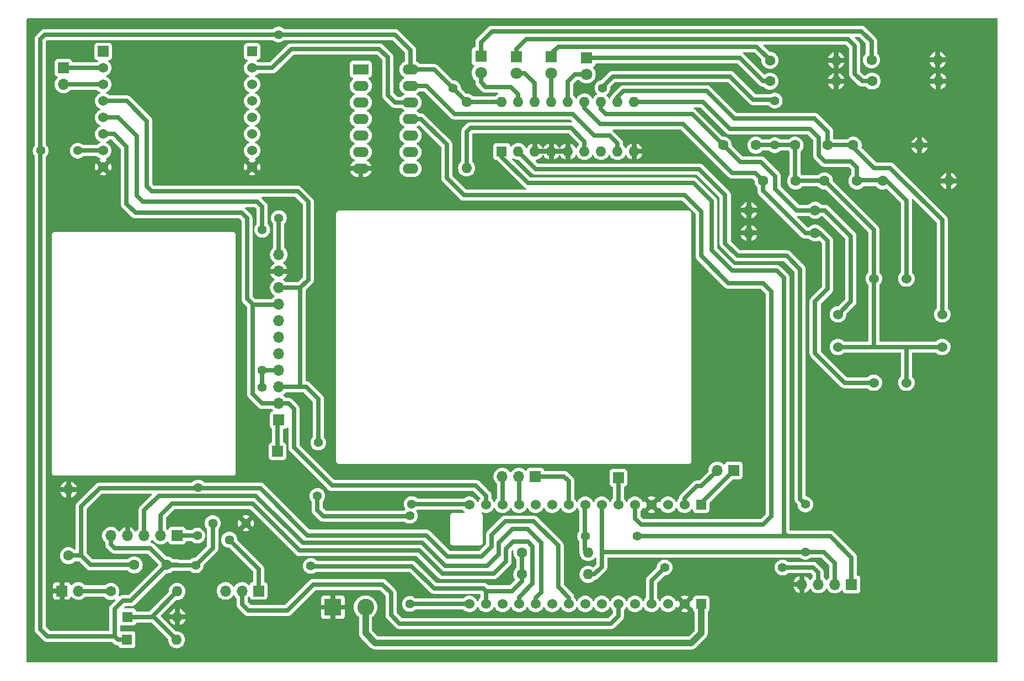
<source format=gbr>
%TF.GenerationSoftware,KiCad,Pcbnew,8.0.0*%
%TF.CreationDate,2024-05-22T20:52:51+02:00*%
%TF.ProjectId,Game_Board_v1,47616d65-5f42-46f6-9172-645f76312e6b,rev?*%
%TF.SameCoordinates,Original*%
%TF.FileFunction,Copper,L2,Bot*%
%TF.FilePolarity,Positive*%
%FSLAX46Y46*%
G04 Gerber Fmt 4.6, Leading zero omitted, Abs format (unit mm)*
G04 Created by KiCad (PCBNEW 8.0.0) date 2024-05-22 20:52:51*
%MOMM*%
%LPD*%
G01*
G04 APERTURE LIST*
%TA.AperFunction,ComponentPad*%
%ADD10C,1.600000*%
%TD*%
%TA.AperFunction,ComponentPad*%
%ADD11O,1.600000X1.600000*%
%TD*%
%TA.AperFunction,ComponentPad*%
%ADD12R,1.700000X1.700000*%
%TD*%
%TA.AperFunction,ComponentPad*%
%ADD13O,1.700000X1.700000*%
%TD*%
%TA.AperFunction,ComponentPad*%
%ADD14C,1.440000*%
%TD*%
%TA.AperFunction,ComponentPad*%
%ADD15R,1.600000X1.600000*%
%TD*%
%TA.AperFunction,ComponentPad*%
%ADD16C,1.524000*%
%TD*%
%TA.AperFunction,ComponentPad*%
%ADD17R,1.800000X1.800000*%
%TD*%
%TA.AperFunction,ComponentPad*%
%ADD18C,1.800000*%
%TD*%
%TA.AperFunction,ComponentPad*%
%ADD19R,2.400000X1.600000*%
%TD*%
%TA.AperFunction,ComponentPad*%
%ADD20O,2.400000X1.600000*%
%TD*%
%TA.AperFunction,ComponentPad*%
%ADD21R,2.600000X2.600000*%
%TD*%
%TA.AperFunction,ComponentPad*%
%ADD22C,2.600000*%
%TD*%
%TA.AperFunction,ComponentPad*%
%ADD23R,1.676400X1.676400*%
%TD*%
%TA.AperFunction,ComponentPad*%
%ADD24R,1.524000X1.524000*%
%TD*%
%TA.AperFunction,ComponentPad*%
%ADD25R,1.530000X1.530000*%
%TD*%
%TA.AperFunction,ComponentPad*%
%ADD26C,1.530000*%
%TD*%
%TA.AperFunction,ViaPad*%
%ADD27C,1.400000*%
%TD*%
%TA.AperFunction,Conductor*%
%ADD28C,0.700000*%
%TD*%
%TA.AperFunction,Conductor*%
%ADD29C,1.000000*%
%TD*%
G04 APERTURE END LIST*
D10*
%TO.P,R10,1*%
%TO.N,Net-(D6-K)*%
X262140000Y-70400000D03*
D11*
%TO.P,R10,2*%
%TO.N,GND*%
X272300000Y-70400000D03*
%TD*%
D12*
%TO.P,J7,1,Pin_1*%
%TO.N,LCD_DC_t*%
X210575000Y-134425000D03*
D13*
%TO.P,J7,2,Pin_2*%
%TO.N,LCD_RES_t*%
X208035000Y-134425000D03*
%TO.P,J7,3,Pin_3*%
%TO.N,LCD_CS_t*%
X205495000Y-134425000D03*
%TD*%
D12*
%TO.P,J6,1,Pin_1*%
%TO.N,SCL*%
X259080000Y-151000000D03*
D13*
%TO.P,J6,2,Pin_2*%
%TO.N,SDA*%
X256540000Y-151000000D03*
%TO.P,J6,3,Pin_3*%
%TO.N,5V*%
X254000000Y-151000000D03*
%TO.P,J6,4,Pin_4*%
%TO.N,GND*%
X251460000Y-151000000D03*
%TD*%
D14*
%TO.P,RV1,1,1*%
%TO.N,3.3V*%
X161050000Y-141600000D03*
%TO.P,RV1,2,2*%
%TO.N,POT_OUT*%
X163590000Y-144140000D03*
%TO.P,RV1,3,3*%
%TO.N,GND*%
X166130000Y-141600000D03*
%TD*%
D15*
%TO.P,D2,1,K*%
%TO.N,AN_IN*%
X148000000Y-156000000D03*
D11*
%TO.P,D2,2,A*%
%TO.N,GND*%
X155620000Y-156000000D03*
%TD*%
D10*
%TO.P,C5,1*%
%TO.N,3.3V*%
X154000000Y-148000000D03*
%TO.P,C5,2*%
%TO.N,JOYSW*%
X149000000Y-148000000D03*
%TD*%
%TO.P,C4,1*%
%TO.N,3.3V*%
X250500000Y-89000000D03*
%TO.P,C4,2*%
%TO.N,SW4*%
X245500000Y-89000000D03*
%TD*%
%TO.P,R8,1*%
%TO.N,Net-(D4-K)*%
X246575000Y-70475000D03*
D11*
%TO.P,R8,2*%
%TO.N,GND*%
X256735000Y-70475000D03*
%TD*%
D10*
%TO.P,R3,1*%
%TO.N,Net-(J3-Pin_2)*%
X145420000Y-152080000D03*
D11*
%TO.P,R3,2*%
%TO.N,AN_IN*%
X155580000Y-152080000D03*
%TD*%
D15*
%TO.P,U3,1,SCL*%
%TO.N,SCL*%
X205390000Y-84470000D03*
D11*
%TO.P,U3,2,SDA*%
%TO.N,SDA*%
X207930000Y-84470000D03*
%TO.P,U3,3,A2*%
%TO.N,GND*%
X210470000Y-84470000D03*
%TO.P,U3,4,A1*%
X213010000Y-84470000D03*
%TO.P,U3,5,A0*%
X215550000Y-84470000D03*
%TO.P,U3,6,~{RESET}*%
%TO.N,Net-(U3-~{RESET})*%
X218090000Y-84470000D03*
%TO.P,U3,7,NC*%
%TO.N,unconnected-(U3-NC-Pad7)*%
X220630000Y-84470000D03*
%TO.P,U3,8,INT*%
%TO.N,EXP_INT*%
X223170000Y-84470000D03*
%TO.P,U3,9,VSS*%
%TO.N,GND*%
X225710000Y-84470000D03*
%TO.P,U3,10,GP0*%
%TO.N,SW1*%
X225710000Y-76850000D03*
%TO.P,U3,11,GP1*%
%TO.N,SW2*%
X223170000Y-76850000D03*
%TO.P,U3,12,GP2*%
%TO.N,SW3*%
X220630000Y-76850000D03*
%TO.P,U3,13,GP3*%
%TO.N,SW4*%
X218090000Y-76850000D03*
%TO.P,U3,14,GP4*%
%TO.N,LED1*%
X215550000Y-76850000D03*
%TO.P,U3,15,GP5*%
%TO.N,LED2*%
X213010000Y-76850000D03*
%TO.P,U3,16,GP6*%
%TO.N,LED3*%
X210470000Y-76850000D03*
%TO.P,U3,17,GP7*%
%TO.N,LED4*%
X207930000Y-76850000D03*
%TO.P,U3,18,VDD*%
%TO.N,3.3V*%
X205390000Y-76850000D03*
%TD*%
D16*
%TO.P,SW3,1,1*%
%TO.N,3.3V*%
X257000000Y-114500000D03*
%TO.P,SW3,2,2*%
%TO.N,SW3*%
X257000000Y-109500000D03*
%TD*%
D10*
%TO.P,R12,1*%
%TO.N,3.3V*%
X208490000Y-149450000D03*
D11*
%TO.P,R12,2*%
%TO.N,SDA*%
X218650000Y-149450000D03*
%TD*%
D12*
%TO.P,J9,1,Pin_1*%
%TO.N,SD_CS_t*%
X223300000Y-134600000D03*
%TD*%
D16*
%TO.P,SW2,1,1*%
%TO.N,3.3V*%
X273000000Y-114500000D03*
%TO.P,SW2,2,2*%
%TO.N,SW2*%
X273000000Y-109500000D03*
%TD*%
D10*
%TO.P,R7,1*%
%TO.N,Net-(D3-K)*%
X246575000Y-73675000D03*
D11*
%TO.P,R7,2*%
%TO.N,GND*%
X256735000Y-73675000D03*
%TD*%
D17*
%TO.P,D5,1,K*%
%TO.N,Net-(D5-K)*%
X207635000Y-69920000D03*
D18*
%TO.P,D5,2,A*%
%TO.N,LED3*%
X207635000Y-72460000D03*
%TD*%
D15*
%TO.P,D1,1,K*%
%TO.N,3.3V*%
X147880000Y-159500000D03*
D11*
%TO.P,D1,2,A*%
%TO.N,AN_IN*%
X155500000Y-159500000D03*
%TD*%
D12*
%TO.P,J1,1,Pin_1*%
%TO.N,SD_CS*%
X171200000Y-125730000D03*
D13*
%TO.P,J1,2,Pin_2*%
%TO.N,MOSI*%
X171200000Y-123190000D03*
%TO.P,J1,3,Pin_3*%
%TO.N,SCK*%
X171200000Y-120650000D03*
%TO.P,J1,4,Pin_4*%
%TO.N,MISO*%
X171200000Y-118110000D03*
%TO.P,J1,5,Pin_5*%
%TO.N,LCD_CS*%
X171200000Y-115570000D03*
%TO.P,J1,6,Pin_6*%
%TO.N,LCD_RES*%
X171200000Y-113030000D03*
%TO.P,J1,7,Pin_7*%
%TO.N,LCD_DC*%
X171200000Y-110490000D03*
%TO.P,J1,8,Pin_8*%
%TO.N,MOSI*%
X171200000Y-107950000D03*
%TO.P,J1,9,Pin_9*%
%TO.N,SCK*%
X171200000Y-105410000D03*
%TO.P,J1,10,Pin_10*%
%TO.N,GND*%
X171200000Y-102870000D03*
%TO.P,J1,11,Pin_11*%
%TO.N,3.3V*%
X171200000Y-100330000D03*
%TD*%
D12*
%TO.P,J8,1,Pin_1*%
%TO.N,SD_CS*%
X171000000Y-130550000D03*
%TD*%
%TO.P,J10,1,Pin_1*%
%TO.N,nRF_CS_t*%
X241025000Y-133475000D03*
D13*
%TO.P,J10,2,Pin_2*%
%TO.N,nRF_CE_t*%
X238485000Y-133475000D03*
%TD*%
D10*
%TO.P,R5,1*%
%TO.N,SW4*%
X253500000Y-97000000D03*
D11*
%TO.P,R5,2*%
%TO.N,GND*%
X243340000Y-97000000D03*
%TD*%
D10*
%TO.P,R9,1*%
%TO.N,Net-(D5-K)*%
X262240000Y-73650000D03*
D11*
%TO.P,R9,2*%
%TO.N,GND*%
X272400000Y-73650000D03*
%TD*%
D10*
%TO.P,R11,1*%
%TO.N,3.3V*%
X208490000Y-146100000D03*
D11*
%TO.P,R11,2*%
%TO.N,SCL*%
X218650000Y-146100000D03*
%TD*%
D10*
%TO.P,C2,1*%
%TO.N,3.3V*%
X250420000Y-83500000D03*
%TO.P,C2,2*%
%TO.N,SW2*%
X255420000Y-83500000D03*
%TD*%
D12*
%TO.P,J3,1,Pin_1*%
%TO.N,GND*%
X137900000Y-152000000D03*
D13*
%TO.P,J3,2,Pin_2*%
%TO.N,Net-(J3-Pin_2)*%
X140440000Y-152000000D03*
%TD*%
D10*
%TO.P,R6,1*%
%TO.N,JOYSW*%
X138920000Y-146580000D03*
D11*
%TO.P,R6,2*%
%TO.N,GND*%
X138920000Y-136420000D03*
%TD*%
D10*
%TO.P,R1,1*%
%TO.N,SW1*%
X263840000Y-89000000D03*
D11*
%TO.P,R1,2*%
%TO.N,GND*%
X274000000Y-89000000D03*
%TD*%
D10*
%TO.P,R4,1*%
%TO.N,SW3*%
X253500000Y-93500000D03*
D11*
%TO.P,R4,2*%
%TO.N,GND*%
X243340000Y-93500000D03*
%TD*%
D10*
%TO.P,R13,1*%
%TO.N,3.3V*%
X200010000Y-76850000D03*
D11*
%TO.P,R13,2*%
%TO.N,Net-(U3-~{RESET})*%
X200010000Y-87010000D03*
%TD*%
D16*
%TO.P,SW4,1,1*%
%TO.N,3.3V*%
X267500000Y-120000000D03*
%TO.P,SW4,2,2*%
%TO.N,SW4*%
X262500000Y-120000000D03*
%TD*%
D17*
%TO.P,D6,1,K*%
%TO.N,Net-(D6-K)*%
X202200000Y-69860000D03*
D18*
%TO.P,D6,2,A*%
%TO.N,LED4*%
X202200000Y-72400000D03*
%TD*%
D10*
%TO.P,R2,1*%
%TO.N,SW2*%
X259340000Y-83500000D03*
D11*
%TO.P,R2,2*%
%TO.N,GND*%
X269500000Y-83500000D03*
%TD*%
D19*
%TO.P,U2,1*%
%TO.N,N/C*%
X183780000Y-71840000D03*
D20*
%TO.P,U2,2*%
X183780000Y-74380000D03*
%TO.P,U2,3*%
X183780000Y-76920000D03*
%TO.P,U2,4*%
X183780000Y-79460000D03*
%TO.P,U2,5*%
X183780000Y-82000000D03*
%TO.P,U2,6*%
X183780000Y-84540000D03*
%TO.P,U2,7,VSS*%
%TO.N,GND*%
X183780000Y-87080000D03*
%TO.P,U2,8*%
%TO.N,N/C*%
X191400000Y-87080000D03*
%TO.P,U2,9*%
X191400000Y-84540000D03*
%TO.P,U2,10*%
X191400000Y-82000000D03*
%TO.P,U2,11*%
%TO.N,EX_nRF_INT*%
X191400000Y-79460000D03*
%TO.P,U2,12*%
%TO.N,nRF_INT*%
X191400000Y-76920000D03*
%TO.P,U2,13*%
%TO.N,EXP_INT*%
X191400000Y-74380000D03*
%TO.P,U2,14,VDD*%
%TO.N,3.3V*%
X191400000Y-71840000D03*
%TD*%
D12*
%TO.P,J11,1,Pin_1*%
%TO.N,nRF_CE*%
X138150000Y-71610000D03*
D13*
%TO.P,J11,2,Pin_2*%
%TO.N,nRF_CS*%
X138150000Y-74150000D03*
%TD*%
D12*
%TO.P,J2,1,Pin_1*%
%TO.N,JOYSW*%
X155600000Y-143500000D03*
D13*
%TO.P,J2,2,Pin_2*%
%TO.N,JOYY*%
X153060000Y-143500000D03*
%TO.P,J2,3,Pin_3*%
%TO.N,JOYX*%
X150520000Y-143500000D03*
%TO.P,J2,4,Pin_4*%
%TO.N,GND*%
X147980000Y-143500000D03*
%TO.P,J2,5,Pin_5*%
%TO.N,3.3V*%
X145440000Y-143500000D03*
%TD*%
D16*
%TO.P,SW1,1,1*%
%TO.N,3.3V*%
X262500000Y-104000000D03*
%TO.P,SW1,2,2*%
%TO.N,SW1*%
X267500000Y-104000000D03*
%TD*%
D17*
%TO.P,D4,1,K*%
%TO.N,Net-(D4-K)*%
X213000000Y-69920000D03*
D18*
%TO.P,D4,2,A*%
%TO.N,LED2*%
X213000000Y-72460000D03*
%TD*%
D21*
%TO.P,J5,1,Pin_1*%
%TO.N,GND*%
X179500000Y-154500000D03*
D22*
%TO.P,J5,2,Pin_2*%
%TO.N,Vin*%
X184500000Y-154500000D03*
%TD*%
D17*
%TO.P,D3,1,K*%
%TO.N,Net-(D3-K)*%
X218400000Y-70060000D03*
D18*
%TO.P,D3,2,A*%
%TO.N,LED1*%
X218400000Y-72600000D03*
%TD*%
D10*
%TO.P,C1,1*%
%TO.N,3.3V*%
X254920000Y-89000000D03*
%TO.P,C1,2*%
%TO.N,SW1*%
X259920000Y-89000000D03*
%TD*%
D23*
%TO.P,CON1,P1,AN*%
%TO.N,unconnected-(CON1-AN-PadP1)*%
X144240000Y-69100000D03*
D16*
%TO.P,CON1,P2,RST*%
%TO.N,nRF_CE*%
X144240000Y-71640000D03*
%TO.P,CON1,P3,CS*%
%TO.N,nRF_CS*%
X144240000Y-74180000D03*
%TO.P,CON1,P4,SCK*%
%TO.N,SCK*%
X144240000Y-76720000D03*
%TO.P,CON1,P5,MISO*%
%TO.N,MISO*%
X144240000Y-79260000D03*
%TO.P,CON1,P6,MOSI*%
%TO.N,MOSI*%
X144240000Y-81800000D03*
%TO.P,CON1,P7,3V3*%
%TO.N,3.3V*%
X144240000Y-84340000D03*
%TO.P,CON1,P8,GND1*%
%TO.N,GND*%
X144240000Y-86880000D03*
%TO.P,CON1,P9,GND2*%
X167100000Y-86880000D03*
%TO.P,CON1,P10,5V*%
%TO.N,unconnected-(CON1-5V-PadP10)*%
X167100000Y-84340000D03*
%TO.P,CON1,P11,SDA*%
%TO.N,unconnected-(CON1-SDA-PadP11)*%
X167100000Y-81800000D03*
%TO.P,CON1,P12,SCL*%
%TO.N,unconnected-(CON1-SCL-PadP12)*%
X167100000Y-79260000D03*
%TO.P,CON1,P13,RX*%
%TO.N,unconnected-(CON1-RX-PadP13)*%
X167100000Y-76720000D03*
%TO.P,CON1,P14,TX*%
%TO.N,unconnected-(CON1-TX-PadP14)*%
X167100000Y-74180000D03*
%TO.P,CON1,P15,INT*%
%TO.N,nRF_INT*%
X167100000Y-71640000D03*
D24*
%TO.P,CON1,P16,PWM*%
%TO.N,unconnected-(CON1-PWM-PadP16)*%
X167100000Y-69100000D03*
%TD*%
D12*
%TO.P,J4,1,Pin_1*%
%TO.N,POT_OUT*%
X168080000Y-152000000D03*
D13*
%TO.P,J4,2,Pin_2*%
%TO.N,AN_OUT*%
X165540000Y-152000000D03*
%TO.P,J4,3,Pin_3*%
%TO.N,AN_IN*%
X163000000Y-152000000D03*
%TD*%
D10*
%TO.P,C3,1*%
%TO.N,3.3V*%
X244400000Y-83500000D03*
%TO.P,C3,2*%
%TO.N,SW3*%
X239400000Y-83500000D03*
%TD*%
D25*
%TO.P,U1,CN3_1,PA9*%
%TO.N,nRF_CS_t*%
X236000000Y-138760000D03*
D26*
%TO.P,U1,CN3_2,PA10*%
%TO.N,nRF_CE_t*%
X233460000Y-138760000D03*
%TO.P,U1,CN3_3,NRST_CN3*%
%TO.N,unconnected-(U1A-NRST_CN3-PadCN3_3)*%
X230920000Y-138760000D03*
%TO.P,U1,CN3_4,GND_CN3*%
%TO.N,GND*%
X228380000Y-138760000D03*
%TO.P,U1,CN3_5,PA12*%
%TO.N,EX_nRF_INT*%
X225840000Y-138760000D03*
%TO.P,U1,CN3_6,PB0*%
%TO.N,SD_CS_t*%
X223300000Y-138760000D03*
%TO.P,U1,CN3_7,PB7*%
%TO.N,SDA*%
X220760000Y-138760000D03*
%TO.P,U1,CN3_8,PB6*%
%TO.N,SCL*%
X218220000Y-138760000D03*
%TO.P,U1,CN3_9,PB1*%
%TO.N,LCD_DC_t*%
X215680000Y-138760000D03*
%TO.P,U1,CN3_10,PC14*%
%TO.N,unconnected-(U1A-PC14-PadCN3_10)*%
X213140000Y-138760000D03*
%TO.P,U1,CN3_11,PC15*%
%TO.N,unconnected-(U1A-PC15-PadCN3_11)*%
X210600000Y-138760000D03*
%TO.P,U1,CN3_12,PA8*%
%TO.N,LCD_RES_t*%
X208060000Y-138760000D03*
%TO.P,U1,CN3_13,PA11*%
%TO.N,LCD_CS_t*%
X205520000Y-138760000D03*
%TO.P,U1,CN3_14,PB5*%
%TO.N,MOSI*%
X202980000Y-138760000D03*
%TO.P,U1,CN3_15,PB4*%
%TO.N,MISO*%
X200440000Y-138760000D03*
D25*
%TO.P,U1,CN4_1,VIN*%
%TO.N,Vin*%
X236000000Y-154000000D03*
D26*
%TO.P,U1,CN4_2,GND_CN4*%
%TO.N,GND*%
X233460000Y-154000000D03*
%TO.P,U1,CN4_3,NRST_CN4*%
%TO.N,unconnected-(U1B-NRST_CN4-PadCN4_3)*%
X230920000Y-154000000D03*
%TO.P,U1,CN4_4,+5V*%
%TO.N,5V*%
X228380000Y-154000000D03*
%TO.P,U1,CN4_5,PA2*%
%TO.N,unconnected-(U1B-PA2-PadCN4_5)*%
X225840000Y-154000000D03*
%TO.P,U1,CN4_6,PA7*%
%TO.N,AN_OUT*%
X223300000Y-154000000D03*
%TO.P,U1,CN4_7,PA6*%
%TO.N,unconnected-(U1B-PA6-PadCN4_7)*%
X220760000Y-154000000D03*
%TO.P,U1,CN4_8,PA5*%
%TO.N,unconnected-(U1B-PA5-PadCN4_8)*%
X218220000Y-154000000D03*
%TO.P,U1,CN4_9,PA4*%
%TO.N,JOYSW*%
X215680000Y-154000000D03*
%TO.P,U1,CN4_10,PA3*%
%TO.N,unconnected-(U1B-PA3-PadCN4_10)*%
X213140000Y-154000000D03*
%TO.P,U1,CN4_11,PA1*%
%TO.N,JOYX*%
X210600000Y-154000000D03*
%TO.P,U1,CN4_12,PA0*%
%TO.N,JOYY*%
X208060000Y-154000000D03*
%TO.P,U1,CN4_13,AREF*%
%TO.N,unconnected-(U1B-AREF-PadCN4_13)*%
X205520000Y-154000000D03*
%TO.P,U1,CN4_14,+3V3*%
%TO.N,3.3V*%
X202980000Y-154000000D03*
%TO.P,U1,CN4_15,PB3*%
%TO.N,SCK*%
X200440000Y-154000000D03*
%TD*%
D27*
%TO.N,GND*%
X178050000Y-96250000D03*
X173600000Y-96300000D03*
%TO.N,3.3V*%
X220850000Y-74700000D03*
X158450000Y-148050000D03*
X171200000Y-94700000D03*
X247300000Y-83500000D03*
X140350000Y-84340000D03*
X171150000Y-66500000D03*
X176100000Y-148150000D03*
X247300000Y-76650000D03*
X134640000Y-84340000D03*
X197950000Y-74750000D03*
%TO.N,MISO*%
X168650000Y-118110000D03*
X191600000Y-138650000D03*
X168650000Y-96500000D03*
X168650000Y-120700000D03*
%TO.N,SCK*%
X177100000Y-137400000D03*
X191300000Y-140450000D03*
X191300000Y-154000000D03*
X177250000Y-129200000D03*
%TO.N,JOYSW*%
X158700000Y-143500000D03*
X158800000Y-136100000D03*
X158700000Y-143500000D03*
%TO.N,5V*%
X248500000Y-148400000D03*
X230400000Y-148400000D03*
%TO.N,SCL*%
X226200000Y-143600000D03*
X218200000Y-143600000D03*
%TO.N,SDA*%
X252000000Y-138700000D03*
X252000000Y-146000000D03*
%TD*%
D28*
%TO.N,GND*%
X171200000Y-102870000D02*
X172680000Y-102870000D01*
X178050000Y-89050000D02*
X180020000Y-87080000D01*
X172680000Y-102870000D02*
X173600000Y-101950000D01*
X180020000Y-87080000D02*
X183780000Y-87080000D01*
X148100000Y-143380000D02*
X147980000Y-143500000D01*
X173600000Y-101950000D02*
X173600000Y-96300000D01*
X178050000Y-96250000D02*
X178050000Y-89050000D01*
%TO.N,SW1*%
X252700000Y-81000000D02*
X254070000Y-82370000D01*
X240400000Y-81000000D02*
X252700000Y-81000000D01*
X254070000Y-85070000D02*
X255000000Y-86000000D01*
X263760000Y-88920000D02*
X263840000Y-89000000D01*
X259840000Y-88920000D02*
X263760000Y-88920000D01*
X236250000Y-76850000D02*
X239280000Y-79880000D01*
X239280000Y-79880000D02*
X240400000Y-81000000D01*
X225710000Y-76850000D02*
X236250000Y-76850000D01*
X255000000Y-86000000D02*
X259000000Y-86000000D01*
X267500000Y-92000000D02*
X267500000Y-104000000D01*
X254070000Y-82370000D02*
X254070000Y-85070000D01*
X259000000Y-86000000D02*
X259920000Y-86920000D01*
X263840000Y-89000000D02*
X264500000Y-89000000D01*
X259920000Y-86920000D02*
X259920000Y-89000000D01*
X264500000Y-89000000D02*
X267500000Y-92000000D01*
%TO.N,SW2*%
X273000000Y-95000000D02*
X273000000Y-109500000D01*
X223170000Y-76090000D02*
X224110000Y-75150000D01*
X224110000Y-75150000D02*
X236850000Y-75150000D01*
X262500000Y-87000000D02*
X265000000Y-87000000D01*
X253400000Y-79400000D02*
X255420000Y-81420000D01*
X255420000Y-83500000D02*
X259340000Y-83500000D01*
X255420000Y-81420000D02*
X255420000Y-83500000D01*
X223170000Y-76930000D02*
X223170000Y-76090000D01*
X236850000Y-75150000D02*
X241100000Y-79400000D01*
X259340000Y-83500000D02*
X259340000Y-83840000D01*
X241100000Y-79400000D02*
X253400000Y-79400000D01*
X265000000Y-87000000D02*
X273000000Y-95000000D01*
X259340000Y-83840000D02*
X262500000Y-87000000D01*
%TO.N,SW3*%
X253500000Y-93500000D02*
X250700000Y-93500000D01*
X250700000Y-93500000D02*
X247400000Y-90200000D01*
X247400000Y-90200000D02*
X247400000Y-88295406D01*
X245204594Y-86100000D02*
X242000000Y-86100000D01*
X220630000Y-76930000D02*
X220630000Y-77970000D01*
X257000000Y-109500000D02*
X259000000Y-107500000D01*
X247400000Y-88295406D02*
X245204594Y-86100000D01*
X259000000Y-97500000D02*
X255000000Y-93500000D01*
X259000000Y-107500000D02*
X259000000Y-97500000D01*
X234650000Y-78750000D02*
X239400000Y-83500000D01*
X220630000Y-77970000D02*
X221410000Y-78750000D01*
X255000000Y-93500000D02*
X253500000Y-93500000D01*
X221410000Y-78750000D02*
X234650000Y-78750000D01*
X242000000Y-86100000D02*
X239400000Y-83500000D01*
%TO.N,SW4*%
X218090000Y-76930000D02*
X218090000Y-77830000D01*
X253500000Y-115500000D02*
X253500000Y-107500000D01*
X252000000Y-97000000D02*
X253500000Y-97000000D01*
X245500000Y-89000000D02*
X245500000Y-90500000D01*
X233250000Y-80250000D02*
X240800000Y-87800000D01*
X254200000Y-97000000D02*
X253500000Y-97000000D01*
X255400000Y-105600000D02*
X255400000Y-98200000D01*
X245500000Y-90500000D02*
X252000000Y-97000000D01*
X253500000Y-107500000D02*
X255400000Y-105600000D01*
X258000000Y-120000000D02*
X253500000Y-115500000D01*
X218090000Y-77830000D02*
X220510000Y-80250000D01*
X255400000Y-98200000D02*
X254200000Y-97000000D01*
X244300000Y-87800000D02*
X245500000Y-89000000D01*
X240800000Y-87800000D02*
X244300000Y-87800000D01*
X262500000Y-120000000D02*
X258000000Y-120000000D01*
X220510000Y-80250000D02*
X233250000Y-80250000D01*
%TO.N,3.3V*%
X191460000Y-71900000D02*
X195050000Y-71900000D01*
X208490000Y-149450000D02*
X208490000Y-146200000D01*
X208490000Y-150510000D02*
X208490000Y-149450000D01*
X262500000Y-96500000D02*
X262500000Y-104000000D01*
X250420000Y-83500000D02*
X244400000Y-83500000D01*
X171200000Y-94700000D02*
X171200000Y-100330000D01*
X262500000Y-114400000D02*
X262500000Y-104000000D01*
X135300000Y-66500000D02*
X189000000Y-66500000D01*
X202980000Y-154000000D02*
X202980000Y-152000000D01*
X202980000Y-152000000D02*
X202580000Y-151600000D01*
X146000000Y-154750000D02*
X147250000Y-153500000D01*
X247300000Y-76650000D02*
X247150000Y-76500000D01*
X147880000Y-159500000D02*
X146500000Y-159500000D01*
X202580000Y-151600000D02*
X195000000Y-151600000D01*
X222450000Y-72950000D02*
X220750000Y-74650000D01*
X220800000Y-74650000D02*
X220850000Y-74700000D01*
X189000000Y-66500000D02*
X191400000Y-68900000D01*
X195050000Y-71900000D02*
X200000000Y-76850000D01*
X244000000Y-76500000D02*
X240450000Y-72950000D01*
X207000000Y-152000000D02*
X208490000Y-150510000D01*
X134600000Y-67200000D02*
X135300000Y-66500000D01*
X151400000Y-145400000D02*
X146000000Y-145400000D01*
X134600000Y-84300000D02*
X134600000Y-67200000D01*
X195000000Y-151600000D02*
X191600000Y-148200000D01*
X267500000Y-120000000D02*
X267500000Y-114500000D01*
X250420000Y-88920000D02*
X250500000Y-89000000D01*
X254920000Y-88920000D02*
X262500000Y-96500000D01*
X154000000Y-148000000D02*
X155600000Y-148000000D01*
X154050000Y-148050000D02*
X154000000Y-148000000D01*
X140350000Y-84340000D02*
X144240000Y-84340000D01*
X202980000Y-152000000D02*
X207000000Y-152000000D01*
X191400000Y-68900000D02*
X191400000Y-71840000D01*
X240450000Y-72950000D02*
X222450000Y-72950000D01*
X148500000Y-153500000D02*
X154000000Y-148000000D01*
X250420000Y-83500000D02*
X250420000Y-88920000D01*
X158450000Y-148050000D02*
X161050000Y-145450000D01*
X146500000Y-159500000D02*
X146000000Y-159000000D01*
X250500000Y-89000000D02*
X254920000Y-89000000D01*
X158450000Y-148050000D02*
X154050000Y-148050000D01*
X262600000Y-114500000D02*
X262500000Y-114400000D01*
X247150000Y-76500000D02*
X244000000Y-76500000D01*
X191600000Y-148200000D02*
X176050000Y-148200000D01*
X154000000Y-148000000D02*
X151400000Y-145400000D01*
X146000000Y-159000000D02*
X146000000Y-154750000D01*
X134640000Y-84340000D02*
X134600000Y-84300000D01*
X176050000Y-148200000D02*
X176100000Y-148150000D01*
X147250000Y-153500000D02*
X148500000Y-153500000D01*
X145440000Y-144840000D02*
X145440000Y-143500000D01*
X146000000Y-159000000D02*
X135700000Y-159000000D01*
X191400000Y-71840000D02*
X191460000Y-71900000D01*
X267500000Y-114500000D02*
X262600000Y-114500000D01*
X257000000Y-114500000D02*
X262600000Y-114500000D01*
X135700000Y-159000000D02*
X134600000Y-157900000D01*
X134600000Y-157900000D02*
X134600000Y-84300000D01*
X161050000Y-145450000D02*
X161050000Y-141600000D01*
X267500000Y-114500000D02*
X273000000Y-114500000D01*
X200010000Y-76850000D02*
X205390000Y-76850000D01*
X220750000Y-74650000D02*
X220800000Y-74650000D01*
X146000000Y-145400000D02*
X145440000Y-144840000D01*
X200000000Y-76850000D02*
X200010000Y-76850000D01*
%TO.N,nRF_INT*%
X189020000Y-76920000D02*
X191400000Y-76920000D01*
X170160000Y-71640000D02*
X173100000Y-68700000D01*
X186600000Y-68700000D02*
X187900000Y-70000000D01*
X173100000Y-68700000D02*
X186600000Y-68700000D01*
X167100000Y-71640000D02*
X170160000Y-71640000D01*
X187900000Y-70000000D02*
X187900000Y-75800000D01*
X187900000Y-75800000D02*
X189020000Y-76920000D01*
%TO.N,nRF_CE*%
X144240000Y-71640000D02*
X138180000Y-71640000D01*
X138180000Y-71640000D02*
X138150000Y-71610000D01*
%TO.N,MISO*%
X144240000Y-79260000D02*
X146560000Y-79260000D01*
X149400000Y-91250000D02*
X150350000Y-92200000D01*
X200330000Y-138650000D02*
X200440000Y-138760000D01*
X168650000Y-120700000D02*
X168650000Y-118110000D01*
X168650000Y-92950000D02*
X168650000Y-96500000D01*
X191600000Y-138650000D02*
X200330000Y-138650000D01*
X150350000Y-92200000D02*
X167900000Y-92200000D01*
X167900000Y-92200000D02*
X168650000Y-92950000D01*
X146560000Y-79260000D02*
X149400000Y-82100000D01*
X168650000Y-118110000D02*
X171200000Y-118110000D01*
X149400000Y-82100000D02*
X149400000Y-91250000D01*
%TO.N,MOSI*%
X173500000Y-124010000D02*
X173500000Y-129950000D01*
X173500000Y-129950000D02*
X179350000Y-135800000D01*
X147800000Y-83700000D02*
X147800000Y-92500000D01*
X202980000Y-137380000D02*
X202980000Y-138760000D01*
X167200000Y-108000000D02*
X167150000Y-107950000D01*
X201400000Y-135800000D02*
X202980000Y-137380000D01*
X168640000Y-123190000D02*
X171200000Y-123190000D01*
X165500000Y-93900000D02*
X166300000Y-94700000D01*
X166300000Y-94700000D02*
X166300000Y-107100000D01*
X166300000Y-107100000D02*
X167150000Y-107950000D01*
X147800000Y-92500000D02*
X149200000Y-93900000D01*
X167150000Y-121700000D02*
X168640000Y-123190000D01*
X179350000Y-135800000D02*
X201400000Y-135800000D01*
X172680000Y-123190000D02*
X173500000Y-124010000D01*
X149200000Y-93900000D02*
X165500000Y-93900000D01*
X167150000Y-107950000D02*
X167150000Y-121700000D01*
X144240000Y-81800000D02*
X145900000Y-81800000D01*
X171200000Y-107950000D02*
X171150000Y-108000000D01*
X145900000Y-81800000D02*
X147800000Y-83700000D01*
X171200000Y-123190000D02*
X172680000Y-123190000D01*
X171150000Y-108000000D02*
X167200000Y-108000000D01*
%TO.N,nRF_CS*%
X138180000Y-74180000D02*
X138150000Y-74150000D01*
X144240000Y-74180000D02*
X138180000Y-74180000D01*
%TO.N,SCK*%
X177250000Y-122500000D02*
X175390000Y-120640000D01*
X175390000Y-120640000D02*
X174490000Y-120640000D01*
X171250000Y-120600000D02*
X171200000Y-120650000D01*
X151700000Y-90600000D02*
X174100000Y-90600000D01*
X177250000Y-129200000D02*
X177250000Y-122500000D01*
X174450000Y-120600000D02*
X171250000Y-120600000D01*
X174490000Y-105410000D02*
X171200000Y-105410000D01*
X175700000Y-104200000D02*
X174490000Y-105410000D01*
X175700000Y-92200000D02*
X175700000Y-104200000D01*
X191250000Y-140500000D02*
X191300000Y-140450000D01*
X174100000Y-90600000D02*
X175700000Y-92200000D01*
X177100000Y-139600000D02*
X178000000Y-140500000D01*
X174490000Y-120640000D02*
X174450000Y-120600000D01*
X147870000Y-76720000D02*
X150950000Y-79800000D01*
X178000000Y-140500000D02*
X191250000Y-140500000D01*
X150950000Y-89850000D02*
X151700000Y-90600000D01*
X144240000Y-76720000D02*
X147870000Y-76720000D01*
X200440000Y-154000000D02*
X191300000Y-154000000D01*
X150950000Y-79800000D02*
X150950000Y-89850000D01*
X174490000Y-105410000D02*
X174490000Y-120640000D01*
X177100000Y-137400000D02*
X177100000Y-139600000D01*
%TO.N,LED1*%
X216650000Y-72600000D02*
X218400000Y-72600000D01*
X215550000Y-76850000D02*
X215550000Y-73700000D01*
X215550000Y-73700000D02*
X216650000Y-72600000D01*
%TO.N,Net-(D3-K)*%
X218400000Y-70060000D02*
X241910000Y-70060000D01*
X241910000Y-70060000D02*
X245525000Y-73675000D01*
X245525000Y-73675000D02*
X246575000Y-73675000D01*
%TO.N,LED2*%
X213010000Y-72470000D02*
X213000000Y-72460000D01*
X213010000Y-76850000D02*
X213010000Y-72470000D01*
%TO.N,Net-(D4-K)*%
X213000000Y-69400000D02*
X214050000Y-68350000D01*
X246575000Y-70425000D02*
X246575000Y-70475000D01*
X244500000Y-68350000D02*
X246575000Y-70425000D01*
X214050000Y-68350000D02*
X244500000Y-68350000D01*
%TO.N,LED3*%
X210470000Y-73970000D02*
X210470000Y-76850000D01*
X208960000Y-72460000D02*
X210470000Y-73970000D01*
X207635000Y-72460000D02*
X208960000Y-72460000D01*
%TO.N,Net-(D6-K)*%
X203900000Y-66000000D02*
X202200000Y-67700000D01*
X260600000Y-66000000D02*
X203900000Y-66000000D01*
X262140000Y-67540000D02*
X260600000Y-66000000D01*
X262140000Y-70400000D02*
X262140000Y-67540000D01*
X202200000Y-67700000D02*
X202200000Y-69860000D01*
%TO.N,LED4*%
X202200000Y-73850000D02*
X202950000Y-74600000D01*
X206850000Y-74600000D02*
X207930000Y-75680000D01*
X202950000Y-74600000D02*
X206850000Y-74600000D01*
X202200000Y-72400000D02*
X202200000Y-73850000D01*
X207930000Y-75680000D02*
X207930000Y-76850000D01*
%TO.N,SD_CS*%
X171000000Y-125930000D02*
X171200000Y-125730000D01*
X171000000Y-130550000D02*
X171000000Y-125930000D01*
%TO.N,JOYY*%
X154800000Y-138600000D02*
X153060000Y-140340000D01*
X208060000Y-152940000D02*
X210150000Y-150850000D01*
X206050000Y-145500000D02*
X206050000Y-147450000D01*
X174400000Y-145800000D02*
X167200000Y-138600000D01*
X210150000Y-145150000D02*
X209400000Y-144400000D01*
X204150000Y-149350000D02*
X196300000Y-149350000D01*
X207150000Y-144400000D02*
X206050000Y-145500000D01*
X210150000Y-150850000D02*
X210150000Y-145150000D01*
X206050000Y-147450000D02*
X204150000Y-149350000D01*
X208060000Y-154000000D02*
X208060000Y-152940000D01*
X196300000Y-149350000D02*
X192750000Y-145800000D01*
X209400000Y-144400000D02*
X207150000Y-144400000D01*
X167200000Y-138600000D02*
X154800000Y-138600000D01*
X153060000Y-143500000D02*
X153060000Y-140340000D01*
X192750000Y-145800000D02*
X174400000Y-145800000D01*
%TO.N,JOYSW*%
X138920000Y-146580000D02*
X140800000Y-146580000D01*
X203850000Y-143400000D02*
X203850000Y-145150000D01*
X197100000Y-146700000D02*
X193850000Y-143450000D01*
X215680000Y-153030000D02*
X214050000Y-151400000D01*
X205950000Y-141300000D02*
X203850000Y-143400000D01*
X210300000Y-141300000D02*
X205950000Y-141300000D01*
X193850000Y-143450000D02*
X175600000Y-143450000D01*
X155600000Y-143500000D02*
X158600000Y-143500000D01*
X175600000Y-143450000D02*
X168350000Y-136200000D01*
X215680000Y-154000000D02*
X215680000Y-153030000D01*
X143700000Y-136200000D02*
X140880000Y-139020000D01*
X140880000Y-146580000D02*
X140800000Y-146580000D01*
X214050000Y-145050000D02*
X210300000Y-141300000D01*
X158600000Y-143500000D02*
X158700000Y-143500000D01*
X142300000Y-148000000D02*
X140880000Y-146580000D01*
X140880000Y-139020000D02*
X140880000Y-146580000D01*
X168350000Y-136200000D02*
X143700000Y-136200000D01*
X202300000Y-146700000D02*
X197100000Y-146700000D01*
X149000000Y-148000000D02*
X142300000Y-148000000D01*
X203850000Y-145150000D02*
X202300000Y-146700000D01*
X214050000Y-151400000D02*
X214050000Y-145050000D01*
%TO.N,JOYX*%
X204950000Y-144600000D02*
X204950000Y-146400000D01*
X209350000Y-142500000D02*
X207050000Y-142500000D01*
X211450000Y-144600000D02*
X209350000Y-142500000D01*
X204950000Y-146400000D02*
X203200000Y-148150000D01*
X150520000Y-139630000D02*
X150520000Y-143500000D01*
X210600000Y-153100000D02*
X211450000Y-152250000D01*
X207050000Y-142500000D02*
X204950000Y-144600000D01*
X211450000Y-152250000D02*
X211450000Y-144600000D01*
X210600000Y-154000000D02*
X210600000Y-153100000D01*
X174850000Y-144600000D02*
X167650000Y-137400000D01*
X193200000Y-144600000D02*
X174850000Y-144600000D01*
X167650000Y-137400000D02*
X152750000Y-137400000D01*
X152750000Y-137400000D02*
X150520000Y-139630000D01*
X196750000Y-148150000D02*
X193200000Y-144600000D01*
X203200000Y-148150000D02*
X196750000Y-148150000D01*
%TO.N,AN_IN*%
X148000000Y-156000000D02*
X151660000Y-156000000D01*
X151660000Y-156000000D02*
X152000000Y-156000000D01*
X152000000Y-156000000D02*
X155500000Y-159500000D01*
X162920000Y-152080000D02*
X163000000Y-152000000D01*
X151660000Y-156000000D02*
X155580000Y-152080000D01*
%TO.N,AN_OUT*%
X165540000Y-154040000D02*
X166500000Y-155000000D01*
X176500000Y-151000000D02*
X187100000Y-151000000D01*
X166500000Y-155000000D02*
X172500000Y-155000000D01*
X188400000Y-152300000D02*
X188400000Y-155700000D01*
X222150000Y-157000000D02*
X223300000Y-155850000D01*
X188400000Y-155700000D02*
X189700000Y-157000000D01*
X165540000Y-152000000D02*
X165540000Y-154040000D01*
X223300000Y-155850000D02*
X223300000Y-154000000D01*
X172500000Y-155000000D02*
X176500000Y-151000000D01*
X189700000Y-157000000D02*
X222150000Y-157000000D01*
X187100000Y-151000000D02*
X188400000Y-152300000D01*
%TO.N,POT_OUT*%
X163590000Y-144140000D02*
X168080000Y-148630000D01*
X168080000Y-148630000D02*
X168080000Y-152000000D01*
%TO.N,Net-(D5-K)*%
X259550000Y-68200000D02*
X259550000Y-72500000D01*
X258550000Y-67200000D02*
X259550000Y-68200000D01*
X207635000Y-69920000D02*
X207635000Y-68765000D01*
X209200000Y-67200000D02*
X258550000Y-67200000D01*
X207635000Y-68765000D02*
X209200000Y-67200000D01*
X260700000Y-73650000D02*
X262240000Y-73650000D01*
X259550000Y-72500000D02*
X260700000Y-73650000D01*
D29*
%TO.N,Vin*%
X184500000Y-158500000D02*
X186000000Y-160000000D01*
X184500000Y-154500000D02*
X184500000Y-158500000D01*
X186000000Y-160000000D02*
X234500000Y-160000000D01*
X236000000Y-158500000D02*
X236000000Y-154000000D01*
X234500000Y-160000000D02*
X236000000Y-158500000D01*
D28*
%TO.N,5V*%
X228380000Y-150420000D02*
X228380000Y-154000000D01*
X254000000Y-151000000D02*
X254000000Y-149200000D01*
X248500000Y-148400000D02*
X253200000Y-148400000D01*
X230400000Y-148400000D02*
X228380000Y-150420000D01*
X254000000Y-149200000D02*
X253200000Y-148400000D01*
%TO.N,SCL*%
X234800000Y-89300000D02*
X237600000Y-92100000D01*
X255800000Y-143600000D02*
X259080000Y-146880000D01*
X248700000Y-143100000D02*
X249200000Y-143600000D01*
X205390000Y-84470000D02*
X205390000Y-85290000D01*
X218150000Y-138830000D02*
X218150000Y-145600000D01*
X248700000Y-103900000D02*
X248700000Y-143100000D01*
X226200000Y-143600000D02*
X249200000Y-143600000D01*
X218150000Y-145600000D02*
X218650000Y-146100000D01*
X247600000Y-102800000D02*
X248700000Y-103900000D01*
X251000000Y-143600000D02*
X255800000Y-143600000D01*
X237600000Y-99600000D02*
X240800000Y-102800000D01*
X205390000Y-85290000D02*
X209400000Y-89300000D01*
X237600000Y-92100000D02*
X237600000Y-99600000D01*
X209400000Y-89300000D02*
X234800000Y-89300000D01*
X249200000Y-143600000D02*
X251000000Y-143600000D01*
X240800000Y-102800000D02*
X247600000Y-102800000D01*
X259080000Y-146880000D02*
X259080000Y-151000000D01*
X218220000Y-138760000D02*
X218150000Y-138830000D01*
%TO.N,SDA*%
X239700000Y-91200000D02*
X235700000Y-87200000D01*
X241600000Y-100500000D02*
X239700000Y-98600000D01*
X219600000Y-149450000D02*
X220760000Y-148290000D01*
X235700000Y-87200000D02*
X210660000Y-87200000D01*
X220760000Y-145800000D02*
X220760000Y-146600000D01*
X252000000Y-146000000D02*
X254800000Y-146000000D01*
X251200000Y-137900000D02*
X251200000Y-102600000D01*
X251200000Y-102600000D02*
X249100000Y-100500000D01*
X249100000Y-100500000D02*
X241600000Y-100500000D01*
X252000000Y-146000000D02*
X220960000Y-146000000D01*
X254800000Y-146000000D02*
X256540000Y-147740000D01*
X220760000Y-148290000D02*
X220760000Y-146600000D01*
X220960000Y-146000000D02*
X220760000Y-145800000D01*
X210660000Y-87200000D02*
X207930000Y-84470000D01*
X218650000Y-149450000D02*
X219600000Y-149450000D01*
X256540000Y-147740000D02*
X256540000Y-151000000D01*
X220760000Y-146600000D02*
X220760000Y-138760000D01*
X252000000Y-138700000D02*
X251200000Y-137900000D01*
X239700000Y-98600000D02*
X239700000Y-91200000D01*
%TO.N,Net-(U3-~{RESET})*%
X200010000Y-81450000D02*
X200610000Y-80850000D01*
X216010000Y-80850000D02*
X218090000Y-82930000D01*
X218090000Y-82930000D02*
X218090000Y-84470000D01*
X200010000Y-87010000D02*
X200010000Y-81450000D01*
X200610000Y-80850000D02*
X216010000Y-80850000D01*
%TO.N,EX_nRF_INT*%
X245500000Y-104700000D02*
X240200000Y-104700000D01*
X236000000Y-93700000D02*
X233500000Y-91200000D01*
X196950000Y-88550000D02*
X196950000Y-83400000D01*
X240200000Y-104700000D02*
X236000000Y-100500000D01*
X199600000Y-91200000D02*
X196950000Y-88550000D01*
X236000000Y-100500000D02*
X236000000Y-93700000D01*
X191400000Y-79690812D02*
X191400000Y-79460000D01*
X196950000Y-83400000D02*
X193010000Y-79460000D01*
X193010000Y-79460000D02*
X191400000Y-79460000D01*
X246800000Y-106000000D02*
X245500000Y-104700000D01*
X233500000Y-91200000D02*
X199600000Y-91200000D01*
X225840000Y-138760000D02*
X225840000Y-140840000D01*
X246800000Y-140500000D02*
X246800000Y-106000000D01*
X245500000Y-141800000D02*
X246800000Y-140500000D01*
X226800000Y-141800000D02*
X245500000Y-141800000D01*
X225840000Y-140840000D02*
X226800000Y-141800000D01*
%TO.N,EXP_INT*%
X216300000Y-78700000D02*
X219600000Y-82000000D01*
X223170000Y-83220000D02*
X223170000Y-84470000D01*
X198150000Y-78700000D02*
X216300000Y-78700000D01*
X193830000Y-74380000D02*
X198150000Y-78700000D01*
X221950000Y-82000000D02*
X223170000Y-83220000D01*
X219600000Y-82000000D02*
X221950000Y-82000000D01*
X191400000Y-74380000D02*
X193830000Y-74380000D01*
%TO.N,Net-(J3-Pin_2)*%
X140440000Y-152000000D02*
X145340000Y-152000000D01*
X145340000Y-152000000D02*
X145420000Y-152080000D01*
%TO.N,LCD_RES_t*%
X208060000Y-134450000D02*
X208035000Y-134425000D01*
X208060000Y-138760000D02*
X208060000Y-134450000D01*
%TO.N,LCD_CS_t*%
X205520000Y-138760000D02*
X205520000Y-134450000D01*
X205520000Y-134450000D02*
X205495000Y-134425000D01*
%TO.N,LCD_DC_t*%
X215680000Y-135130000D02*
X214975000Y-134425000D01*
X215680000Y-138760000D02*
X215680000Y-135130000D01*
X214975000Y-134425000D02*
X210575000Y-134425000D01*
%TO.N,SD_CS_t*%
X223300000Y-134600000D02*
X223300000Y-138760000D01*
%TO.N,nRF_CS_t*%
X236000000Y-138500000D02*
X241025000Y-133475000D01*
X236000000Y-138760000D02*
X236000000Y-138500000D01*
%TO.N,nRF_CE_t*%
X233460000Y-138760000D02*
X233460000Y-137740000D01*
X233460000Y-137740000D02*
X235300000Y-135900000D01*
X235300000Y-135900000D02*
X236060000Y-135900000D01*
X236060000Y-135900000D02*
X238485000Y-133475000D01*
%TD*%
%TA.AperFunction,Conductor*%
%TO.N,GND*%
G36*
X173763388Y-91470185D02*
G01*
X173784030Y-91486819D01*
X174813181Y-92515970D01*
X174846666Y-92577293D01*
X174849500Y-92603651D01*
X174849500Y-103796349D01*
X174829815Y-103863388D01*
X174813181Y-103884030D01*
X174174030Y-104523181D01*
X174112707Y-104556666D01*
X174086349Y-104559500D01*
X172310759Y-104559500D01*
X172243720Y-104539815D01*
X172223078Y-104523182D01*
X172147970Y-104448074D01*
X172071401Y-104371505D01*
X171885405Y-104241269D01*
X171841781Y-104186692D01*
X171834588Y-104117193D01*
X171866110Y-104054839D01*
X171885405Y-104038119D01*
X172071082Y-103908105D01*
X172238105Y-103741082D01*
X172373600Y-103547578D01*
X172473429Y-103333492D01*
X172473433Y-103333483D01*
X172497142Y-103245000D01*
X171532106Y-103245000D01*
X171600099Y-103177007D01*
X171665925Y-103062993D01*
X171700000Y-102935826D01*
X171700000Y-102804174D01*
X171665925Y-102677007D01*
X171600099Y-102562993D01*
X171532106Y-102495000D01*
X172497142Y-102495000D01*
X172497142Y-102494999D01*
X172473433Y-102406516D01*
X172473429Y-102406507D01*
X172373600Y-102192422D01*
X172373599Y-102192420D01*
X172238113Y-101998926D01*
X172238108Y-101998920D01*
X172071078Y-101831890D01*
X171885405Y-101701879D01*
X171841780Y-101647302D01*
X171834588Y-101577804D01*
X171866110Y-101515449D01*
X171885406Y-101498730D01*
X172071401Y-101368495D01*
X172238495Y-101201401D01*
X172374035Y-101007830D01*
X172473903Y-100793663D01*
X172535063Y-100565408D01*
X172555659Y-100330000D01*
X172535063Y-100094592D01*
X172473903Y-99866337D01*
X172374035Y-99652171D01*
X172358382Y-99629815D01*
X172238494Y-99458597D01*
X172086819Y-99306922D01*
X172053334Y-99245599D01*
X172050500Y-99219241D01*
X172050500Y-95603890D01*
X172070185Y-95536851D01*
X172087276Y-95516618D01*
X172087118Y-95516474D01*
X172090945Y-95512275D01*
X172090972Y-95512244D01*
X172090981Y-95512236D01*
X172225058Y-95334689D01*
X172324229Y-95135528D01*
X172385115Y-94921536D01*
X172405643Y-94700000D01*
X172396111Y-94597137D01*
X172385115Y-94478464D01*
X172385114Y-94478462D01*
X172379246Y-94457839D01*
X172324229Y-94264472D01*
X172324224Y-94264461D01*
X172225061Y-94065316D01*
X172225056Y-94065308D01*
X172090979Y-93887761D01*
X171926562Y-93737876D01*
X171926560Y-93737874D01*
X171737404Y-93620754D01*
X171737398Y-93620752D01*
X171529940Y-93540382D01*
X171311243Y-93499500D01*
X171088757Y-93499500D01*
X170870060Y-93540382D01*
X170738864Y-93591207D01*
X170662601Y-93620752D01*
X170662595Y-93620754D01*
X170473439Y-93737874D01*
X170473437Y-93737876D01*
X170309020Y-93887761D01*
X170174943Y-94065308D01*
X170174938Y-94065316D01*
X170075775Y-94264461D01*
X170075769Y-94264476D01*
X170014885Y-94478462D01*
X170014884Y-94478464D01*
X169994357Y-94699999D01*
X169994357Y-94700000D01*
X170014884Y-94921535D01*
X170014885Y-94921537D01*
X170075769Y-95135523D01*
X170075775Y-95135538D01*
X170174938Y-95334683D01*
X170174943Y-95334691D01*
X170309018Y-95512235D01*
X170309028Y-95512244D01*
X170309032Y-95512250D01*
X170312882Y-95516474D01*
X170312056Y-95517226D01*
X170345316Y-95571951D01*
X170349500Y-95603890D01*
X170349500Y-99219241D01*
X170329815Y-99286280D01*
X170313181Y-99306922D01*
X170161505Y-99458597D01*
X170025965Y-99652169D01*
X170025964Y-99652171D01*
X169926098Y-99866335D01*
X169926094Y-99866344D01*
X169864938Y-100094586D01*
X169864936Y-100094596D01*
X169844341Y-100329999D01*
X169844341Y-100330000D01*
X169864936Y-100565403D01*
X169864938Y-100565413D01*
X169926094Y-100793655D01*
X169926096Y-100793659D01*
X169926097Y-100793663D01*
X170025965Y-101007830D01*
X170025967Y-101007834D01*
X170161501Y-101201395D01*
X170161506Y-101201402D01*
X170328597Y-101368493D01*
X170328603Y-101368498D01*
X170514594Y-101498730D01*
X170558219Y-101553307D01*
X170565413Y-101622805D01*
X170533890Y-101685160D01*
X170514595Y-101701880D01*
X170328922Y-101831890D01*
X170328920Y-101831891D01*
X170161891Y-101998920D01*
X170161886Y-101998926D01*
X170026400Y-102192420D01*
X170026399Y-102192422D01*
X169926570Y-102406507D01*
X169926566Y-102406516D01*
X169902857Y-102494999D01*
X169902858Y-102495000D01*
X170867894Y-102495000D01*
X170799901Y-102562993D01*
X170734075Y-102677007D01*
X170700000Y-102804174D01*
X170700000Y-102935826D01*
X170734075Y-103062993D01*
X170799901Y-103177007D01*
X170867894Y-103245000D01*
X169902858Y-103245000D01*
X169926566Y-103333483D01*
X169926570Y-103333492D01*
X170026399Y-103547578D01*
X170161894Y-103741082D01*
X170328917Y-103908105D01*
X170514595Y-104038119D01*
X170558219Y-104092696D01*
X170565412Y-104162195D01*
X170533890Y-104224549D01*
X170514595Y-104241269D01*
X170328594Y-104371508D01*
X170161505Y-104538597D01*
X170025965Y-104732169D01*
X170025964Y-104732171D01*
X169926098Y-104946335D01*
X169926094Y-104946344D01*
X169864938Y-105174586D01*
X169864936Y-105174596D01*
X169844341Y-105409999D01*
X169844341Y-105410000D01*
X169864936Y-105645403D01*
X169864938Y-105645413D01*
X169926094Y-105873655D01*
X169926096Y-105873659D01*
X169926097Y-105873663D01*
X169945948Y-105916233D01*
X170025965Y-106087830D01*
X170025967Y-106087834D01*
X170161501Y-106281395D01*
X170161506Y-106281402D01*
X170328597Y-106448493D01*
X170328603Y-106448498D01*
X170514158Y-106578425D01*
X170557783Y-106633002D01*
X170564977Y-106702500D01*
X170533454Y-106764855D01*
X170514158Y-106781575D01*
X170328597Y-106911505D01*
X170161508Y-107078594D01*
X170148884Y-107096624D01*
X170094307Y-107140248D01*
X170047309Y-107149500D01*
X167603651Y-107149500D01*
X167536612Y-107129815D01*
X167515970Y-107113181D01*
X167186819Y-106784030D01*
X167153334Y-106722707D01*
X167150500Y-106696349D01*
X167150500Y-94616232D01*
X167150499Y-94616228D01*
X167139439Y-94560624D01*
X167117816Y-94451918D01*
X167096518Y-94400500D01*
X167096518Y-94400499D01*
X167053707Y-94297143D01*
X167053700Y-94297130D01*
X166960627Y-94157838D01*
X166960624Y-94157834D01*
X166064971Y-93262181D01*
X166031486Y-93200858D01*
X166036470Y-93131166D01*
X166078342Y-93075233D01*
X166143806Y-93050816D01*
X166152652Y-93050500D01*
X167496349Y-93050500D01*
X167563388Y-93070185D01*
X167584030Y-93086819D01*
X167763181Y-93265969D01*
X167796666Y-93327292D01*
X167799500Y-93353650D01*
X167799500Y-95596109D01*
X167779815Y-95663148D01*
X167762723Y-95683383D01*
X167762881Y-95683527D01*
X167759094Y-95687680D01*
X167759041Y-95687744D01*
X167759018Y-95687764D01*
X167624943Y-95865308D01*
X167624938Y-95865316D01*
X167525775Y-96064461D01*
X167525769Y-96064476D01*
X167464885Y-96278462D01*
X167464884Y-96278464D01*
X167444357Y-96499999D01*
X167444357Y-96500000D01*
X167464884Y-96721535D01*
X167464885Y-96721537D01*
X167525769Y-96935523D01*
X167525775Y-96935538D01*
X167624938Y-97134683D01*
X167624942Y-97134689D01*
X167759020Y-97312238D01*
X167923437Y-97462123D01*
X167923439Y-97462125D01*
X168112595Y-97579245D01*
X168112596Y-97579245D01*
X168112599Y-97579247D01*
X168320060Y-97659618D01*
X168538757Y-97700500D01*
X168538759Y-97700500D01*
X168761241Y-97700500D01*
X168761243Y-97700500D01*
X168979940Y-97659618D01*
X169187401Y-97579247D01*
X169376562Y-97462124D01*
X169540981Y-97312236D01*
X169675058Y-97134689D01*
X169774229Y-96935528D01*
X169835115Y-96721536D01*
X169855643Y-96500000D01*
X169835115Y-96278464D01*
X169774229Y-96064472D01*
X169742103Y-95999954D01*
X169675061Y-95865316D01*
X169675056Y-95865308D01*
X169540981Y-95687764D01*
X169540959Y-95687744D01*
X169540950Y-95687730D01*
X169537119Y-95683527D01*
X169537941Y-95682777D01*
X169504679Y-95628031D01*
X169500500Y-95596109D01*
X169500500Y-92866232D01*
X169500499Y-92866228D01*
X169486016Y-92793415D01*
X169467816Y-92701918D01*
X169418876Y-92583767D01*
X169416194Y-92577293D01*
X169412591Y-92568594D01*
X169403704Y-92547137D01*
X169403702Y-92547134D01*
X169403701Y-92547131D01*
X169356951Y-92477167D01*
X169310626Y-92407838D01*
X169310621Y-92407833D01*
X169310619Y-92407830D01*
X168564971Y-91662181D01*
X168531486Y-91600858D01*
X168536470Y-91531166D01*
X168578342Y-91475233D01*
X168643806Y-91450816D01*
X168652652Y-91450500D01*
X173696349Y-91450500D01*
X173763388Y-91470185D01*
G37*
%TD.AperFunction*%
%TA.AperFunction,Conductor*%
G36*
X210097259Y-84624394D02*
G01*
X210149920Y-84715606D01*
X210224394Y-84790080D01*
X210315606Y-84842741D01*
X210324037Y-84845000D01*
X210219000Y-84845000D01*
X210151961Y-84825315D01*
X210106206Y-84772511D01*
X210095000Y-84721000D01*
X210095000Y-84615963D01*
X210097259Y-84624394D01*
G37*
%TD.AperFunction*%
%TA.AperFunction,Conductor*%
G36*
X281442539Y-64020185D02*
G01*
X281488294Y-64072989D01*
X281499500Y-64124500D01*
X281499500Y-162875500D01*
X281479815Y-162942539D01*
X281427011Y-162988294D01*
X281375500Y-162999500D01*
X132624500Y-162999500D01*
X132557461Y-162979815D01*
X132511706Y-162927011D01*
X132500500Y-162875500D01*
X132500500Y-84340000D01*
X133434357Y-84340000D01*
X133454884Y-84561535D01*
X133454885Y-84561537D01*
X133515769Y-84775523D01*
X133515775Y-84775538D01*
X133614938Y-84974683D01*
X133614943Y-84974691D01*
X133644136Y-85013348D01*
X133719526Y-85113181D01*
X133724454Y-85119706D01*
X133749146Y-85185067D01*
X133749500Y-85194433D01*
X133749500Y-157983771D01*
X133782182Y-158148075D01*
X133782185Y-158148086D01*
X133796308Y-158182178D01*
X133796309Y-158182184D01*
X133796310Y-158182184D01*
X133846296Y-158302863D01*
X133846297Y-158302866D01*
X133939372Y-158442161D01*
X133939375Y-158442165D01*
X135157834Y-159660624D01*
X135157838Y-159660627D01*
X135297137Y-159753704D01*
X135297139Y-159753705D01*
X135297143Y-159753707D01*
X135379222Y-159787703D01*
X135406584Y-159799037D01*
X135451918Y-159817816D01*
X135616228Y-159850499D01*
X135616232Y-159850500D01*
X135616233Y-159850500D01*
X135783767Y-159850500D01*
X145596349Y-159850500D01*
X145663388Y-159870185D01*
X145684030Y-159886819D01*
X145957834Y-160160624D01*
X145957838Y-160160627D01*
X146097132Y-160253701D01*
X146097133Y-160253701D01*
X146097137Y-160253704D01*
X146189195Y-160291835D01*
X146251918Y-160317816D01*
X146416228Y-160350499D01*
X146416232Y-160350500D01*
X146416233Y-160350500D01*
X146478560Y-160350500D01*
X146545599Y-160370185D01*
X146591354Y-160422989D01*
X146594742Y-160431167D01*
X146636202Y-160542328D01*
X146636206Y-160542335D01*
X146722452Y-160657544D01*
X146722455Y-160657547D01*
X146837664Y-160743793D01*
X146837671Y-160743797D01*
X146972517Y-160794091D01*
X146972516Y-160794091D01*
X146979444Y-160794835D01*
X147032127Y-160800500D01*
X148727872Y-160800499D01*
X148787483Y-160794091D01*
X148922331Y-160743796D01*
X149037546Y-160657546D01*
X149123796Y-160542331D01*
X149174091Y-160407483D01*
X149180500Y-160347873D01*
X149180499Y-158652128D01*
X149174091Y-158592517D01*
X149139567Y-158499954D01*
X149123797Y-158457671D01*
X149123793Y-158457664D01*
X149037547Y-158342455D01*
X149037544Y-158342452D01*
X148922335Y-158256206D01*
X148922328Y-158256202D01*
X148787482Y-158205908D01*
X148787483Y-158205908D01*
X148727883Y-158199501D01*
X148727881Y-158199500D01*
X148727873Y-158199500D01*
X148727864Y-158199500D01*
X147032129Y-158199500D01*
X147032123Y-158199501D01*
X146987753Y-158204271D01*
X146918994Y-158191864D01*
X146867857Y-158144253D01*
X146850500Y-158080981D01*
X146850500Y-157382418D01*
X146870185Y-157315379D01*
X146922989Y-157269624D01*
X146992147Y-157259680D01*
X147017833Y-157266236D01*
X147092517Y-157294091D01*
X147092516Y-157294091D01*
X147099444Y-157294835D01*
X147152127Y-157300500D01*
X148847872Y-157300499D01*
X148907483Y-157294091D01*
X149042331Y-157243796D01*
X149157546Y-157157546D01*
X149243796Y-157042331D01*
X149259712Y-156999657D01*
X149285258Y-156931167D01*
X149327129Y-156875233D01*
X149392593Y-156850816D01*
X149401440Y-156850500D01*
X151576233Y-156850500D01*
X151596349Y-156850500D01*
X151663388Y-156870185D01*
X151684030Y-156886819D01*
X154161905Y-159364693D01*
X154195390Y-159426016D01*
X154197752Y-159463178D01*
X154194532Y-159499994D01*
X154194532Y-159500001D01*
X154214364Y-159726686D01*
X154214366Y-159726697D01*
X154273258Y-159946488D01*
X154273261Y-159946497D01*
X154369431Y-160152732D01*
X154369432Y-160152734D01*
X154499954Y-160339141D01*
X154660858Y-160500045D01*
X154660861Y-160500047D01*
X154847266Y-160630568D01*
X155053504Y-160726739D01*
X155273308Y-160785635D01*
X155435230Y-160799801D01*
X155499998Y-160805468D01*
X155500000Y-160805468D01*
X155500002Y-160805468D01*
X155556807Y-160800498D01*
X155726692Y-160785635D01*
X155946496Y-160726739D01*
X156152734Y-160630568D01*
X156339139Y-160500047D01*
X156500047Y-160339139D01*
X156630568Y-160152734D01*
X156726739Y-159946496D01*
X156785635Y-159726692D01*
X156805468Y-159500000D01*
X156805467Y-159499994D01*
X156793630Y-159364693D01*
X156785635Y-159273308D01*
X156726739Y-159053504D01*
X156630568Y-158847266D01*
X156500047Y-158660861D01*
X156500045Y-158660858D01*
X156339141Y-158499954D01*
X156152734Y-158369432D01*
X156152732Y-158369431D01*
X155946497Y-158273261D01*
X155946488Y-158273258D01*
X155726697Y-158214366D01*
X155726693Y-158214365D01*
X155726692Y-158214365D01*
X155726691Y-158214364D01*
X155726686Y-158214364D01*
X155500002Y-158194532D01*
X155499994Y-158194532D01*
X155463178Y-158197752D01*
X155394678Y-158183984D01*
X155364693Y-158161905D01*
X154245116Y-157042328D01*
X153577789Y-156375000D01*
X154374621Y-156375000D01*
X154393732Y-156446321D01*
X154393733Y-156446324D01*
X154489865Y-156652482D01*
X154620342Y-156838820D01*
X154781179Y-156999657D01*
X154967517Y-157130134D01*
X155173676Y-157226267D01*
X155245000Y-157245377D01*
X155245000Y-156375000D01*
X154374621Y-156375000D01*
X153577789Y-156375000D01*
X153255450Y-156052661D01*
X155220000Y-156052661D01*
X155247259Y-156154394D01*
X155299920Y-156245606D01*
X155374394Y-156320080D01*
X155465606Y-156372741D01*
X155567339Y-156400000D01*
X155672661Y-156400000D01*
X155765963Y-156375000D01*
X155995000Y-156375000D01*
X155995000Y-157245376D01*
X156066323Y-157226267D01*
X156066324Y-157226267D01*
X156272482Y-157130134D01*
X156458820Y-156999657D01*
X156619657Y-156838820D01*
X156750134Y-156652482D01*
X156846266Y-156446324D01*
X156846267Y-156446321D01*
X156865379Y-156375000D01*
X155995000Y-156375000D01*
X155765963Y-156375000D01*
X155774394Y-156372741D01*
X155865606Y-156320080D01*
X155940080Y-156245606D01*
X155992741Y-156154394D01*
X156020000Y-156052661D01*
X156020000Y-155947339D01*
X155992741Y-155845606D01*
X155940080Y-155754394D01*
X155865606Y-155679920D01*
X155774394Y-155627259D01*
X155672661Y-155600000D01*
X155567339Y-155600000D01*
X155465606Y-155627259D01*
X155374394Y-155679920D01*
X155299920Y-155754394D01*
X155247259Y-155845606D01*
X155220000Y-155947339D01*
X155220000Y-156052661D01*
X153255450Y-156052661D01*
X153120466Y-155917677D01*
X153086983Y-155856357D01*
X153091967Y-155786665D01*
X153120466Y-155742320D01*
X153237787Y-155624999D01*
X154374620Y-155624999D01*
X154374621Y-155625000D01*
X155245000Y-155625000D01*
X155245000Y-154754621D01*
X155244999Y-154754620D01*
X155995000Y-154754620D01*
X155995000Y-155625000D01*
X156865379Y-155625000D01*
X156865379Y-155624999D01*
X156846267Y-155553678D01*
X156846266Y-155553675D01*
X156750134Y-155347517D01*
X156619657Y-155161179D01*
X156458820Y-155000342D01*
X156272482Y-154869865D01*
X156066324Y-154773733D01*
X156066321Y-154773732D01*
X155995000Y-154754620D01*
X155244999Y-154754620D01*
X155173678Y-154773732D01*
X155173675Y-154773733D01*
X154967517Y-154869865D01*
X154781179Y-155000342D01*
X154620342Y-155161179D01*
X154489865Y-155347517D01*
X154393733Y-155553675D01*
X154393732Y-155553678D01*
X154374620Y-155624999D01*
X153237787Y-155624999D01*
X155444695Y-153418091D01*
X155506016Y-153384608D01*
X155543178Y-153382246D01*
X155580000Y-153385468D01*
X155806692Y-153365635D01*
X156026496Y-153306739D01*
X156232734Y-153210568D01*
X156419139Y-153080047D01*
X156580047Y-152919139D01*
X156710568Y-152732734D01*
X156806739Y-152526496D01*
X156865635Y-152306692D01*
X156885468Y-152080000D01*
X156865635Y-151853308D01*
X156815476Y-151666110D01*
X156806741Y-151633511D01*
X156806738Y-151633502D01*
X156792649Y-151603288D01*
X156710568Y-151427266D01*
X156580047Y-151240861D01*
X156580045Y-151240858D01*
X156419141Y-151079954D01*
X156232734Y-150949432D01*
X156232732Y-150949431D01*
X156026497Y-150853261D01*
X156026488Y-150853258D01*
X155806697Y-150794366D01*
X155806693Y-150794365D01*
X155806692Y-150794365D01*
X155806691Y-150794364D01*
X155806686Y-150794364D01*
X155580002Y-150774532D01*
X155579998Y-150774532D01*
X155353313Y-150794364D01*
X155353302Y-150794366D01*
X155133511Y-150853258D01*
X155133502Y-150853261D01*
X154927267Y-150949431D01*
X154927265Y-150949432D01*
X154740858Y-151079954D01*
X154579954Y-151240858D01*
X154449432Y-151427265D01*
X154449431Y-151427267D01*
X154353261Y-151633502D01*
X154353258Y-151633511D01*
X154294366Y-151853302D01*
X154294364Y-151853313D01*
X154274532Y-152079998D01*
X154274532Y-152080005D01*
X154277752Y-152116820D01*
X154263984Y-152185319D01*
X154241905Y-152215305D01*
X151344030Y-155113181D01*
X151282707Y-155146666D01*
X151256349Y-155149500D01*
X149401440Y-155149500D01*
X149334401Y-155129815D01*
X149288646Y-155077011D01*
X149285258Y-155068833D01*
X149243797Y-154957671D01*
X149243793Y-154957664D01*
X149157547Y-154842455D01*
X149157544Y-154842452D01*
X149042335Y-154756206D01*
X149042328Y-154756202D01*
X148907482Y-154705908D01*
X148907483Y-154705908D01*
X148847883Y-154699501D01*
X148847881Y-154699500D01*
X148847873Y-154699500D01*
X148847865Y-154699500D01*
X147552651Y-154699500D01*
X147485612Y-154679815D01*
X147439857Y-154627011D01*
X147429913Y-154557853D01*
X147458938Y-154494297D01*
X147464970Y-154487819D01*
X147565970Y-154386819D01*
X147627293Y-154353334D01*
X147653651Y-154350500D01*
X148583768Y-154350500D01*
X148583769Y-154350499D01*
X148748082Y-154317816D01*
X148819866Y-154288082D01*
X148902863Y-154253704D01*
X149042162Y-154160627D01*
X153864696Y-149338091D01*
X153926017Y-149304608D01*
X153963178Y-149302246D01*
X154000000Y-149305468D01*
X154226692Y-149285635D01*
X154446496Y-149226739D01*
X154652734Y-149130568D01*
X154839139Y-149000047D01*
X154902368Y-148936817D01*
X154963689Y-148903334D01*
X154990048Y-148900500D01*
X157552954Y-148900500D01*
X157619993Y-148920185D01*
X157636492Y-148932863D01*
X157723437Y-149012123D01*
X157723439Y-149012125D01*
X157912595Y-149129245D01*
X157912596Y-149129245D01*
X157912599Y-149129247D01*
X158120060Y-149209618D01*
X158338757Y-149250500D01*
X158338759Y-149250500D01*
X158561241Y-149250500D01*
X158561243Y-149250500D01*
X158779940Y-149209618D01*
X158987401Y-149129247D01*
X159176562Y-149012124D01*
X159316282Y-148884751D01*
X159340979Y-148862238D01*
X159349844Y-148850500D01*
X159475058Y-148684689D01*
X159574229Y-148485528D01*
X159635115Y-148271536D01*
X159651803Y-148091430D01*
X159677589Y-148026496D01*
X159687585Y-148015201D01*
X161710626Y-145992162D01*
X161803704Y-145852863D01*
X161835637Y-145775770D01*
X161841264Y-145762185D01*
X161841264Y-145762184D01*
X161850096Y-145740861D01*
X161867816Y-145698082D01*
X161900500Y-145533767D01*
X161900500Y-142686687D01*
X165573641Y-142686687D01*
X165711135Y-142750801D01*
X165711146Y-142750805D01*
X165917337Y-142806054D01*
X165917345Y-142806055D01*
X166129998Y-142824660D01*
X166130002Y-142824660D01*
X166342654Y-142806055D01*
X166342662Y-142806054D01*
X166548853Y-142750805D01*
X166548859Y-142750802D01*
X166686357Y-142686686D01*
X166130001Y-142130330D01*
X166130000Y-142130330D01*
X165573641Y-142686687D01*
X161900500Y-142686687D01*
X161900500Y-142526910D01*
X161920185Y-142459871D01*
X161936820Y-142439228D01*
X161988528Y-142387520D01*
X162021534Y-142340382D01*
X162111021Y-142212581D01*
X162201276Y-142019030D01*
X162256549Y-141812747D01*
X162275162Y-141600002D01*
X164905340Y-141600002D01*
X164923944Y-141812654D01*
X164923945Y-141812662D01*
X164979194Y-142018853D01*
X164979195Y-142018855D01*
X165043312Y-142156356D01*
X165547009Y-141652661D01*
X165730000Y-141652661D01*
X165757259Y-141754394D01*
X165809920Y-141845606D01*
X165884394Y-141920080D01*
X165975606Y-141972741D01*
X166077339Y-142000000D01*
X166182661Y-142000000D01*
X166284394Y-141972741D01*
X166375606Y-141920080D01*
X166450080Y-141845606D01*
X166502741Y-141754394D01*
X166530000Y-141652661D01*
X166530000Y-141600000D01*
X166660330Y-141600000D01*
X167216686Y-142156356D01*
X167280802Y-142018859D01*
X167280805Y-142018853D01*
X167336054Y-141812662D01*
X167336055Y-141812654D01*
X167354660Y-141600002D01*
X167354660Y-141599997D01*
X167336055Y-141387345D01*
X167336054Y-141387337D01*
X167280805Y-141181146D01*
X167280801Y-141181135D01*
X167216687Y-141043641D01*
X166660330Y-141599999D01*
X166660330Y-141600000D01*
X166530000Y-141600000D01*
X166530000Y-141547339D01*
X166502741Y-141445606D01*
X166450080Y-141354394D01*
X166375606Y-141279920D01*
X166284394Y-141227259D01*
X166182661Y-141200000D01*
X166077339Y-141200000D01*
X165975606Y-141227259D01*
X165884394Y-141279920D01*
X165809920Y-141354394D01*
X165757259Y-141445606D01*
X165730000Y-141547339D01*
X165730000Y-141652661D01*
X165547009Y-141652661D01*
X165599670Y-141600000D01*
X165599670Y-141599999D01*
X165043311Y-141043641D01*
X164979194Y-141181145D01*
X164923945Y-141387337D01*
X164923944Y-141387345D01*
X164905340Y-141599997D01*
X164905340Y-141600002D01*
X162275162Y-141600002D01*
X162275162Y-141600000D01*
X162256549Y-141387253D01*
X162201276Y-141180970D01*
X162111021Y-140987419D01*
X161988529Y-140812481D01*
X161988527Y-140812478D01*
X161837521Y-140661472D01*
X161662578Y-140538977D01*
X161662579Y-140538977D01*
X161607538Y-140513311D01*
X165573641Y-140513311D01*
X166130000Y-141069670D01*
X166130001Y-141069670D01*
X166686356Y-140513312D01*
X166548855Y-140449195D01*
X166548853Y-140449194D01*
X166342662Y-140393945D01*
X166342654Y-140393944D01*
X166130002Y-140375340D01*
X166129998Y-140375340D01*
X165917345Y-140393944D01*
X165917337Y-140393945D01*
X165711145Y-140449194D01*
X165573641Y-140513311D01*
X161607538Y-140513311D01*
X161499016Y-140462707D01*
X161469030Y-140448724D01*
X161469026Y-140448723D01*
X161469022Y-140448721D01*
X161262752Y-140393452D01*
X161262748Y-140393451D01*
X161262747Y-140393451D01*
X161262746Y-140393450D01*
X161262741Y-140393450D01*
X161050002Y-140374838D01*
X161049998Y-140374838D01*
X160837258Y-140393450D01*
X160837247Y-140393452D01*
X160630977Y-140448721D01*
X160630968Y-140448725D01*
X160437421Y-140538977D01*
X160262478Y-140661472D01*
X160111472Y-140812478D01*
X159988977Y-140987421D01*
X159898725Y-141180968D01*
X159898721Y-141180977D01*
X159843452Y-141387247D01*
X159843450Y-141387258D01*
X159824838Y-141599998D01*
X159824838Y-141600001D01*
X159843450Y-141812741D01*
X159843452Y-141812752D01*
X159898721Y-142019022D01*
X159898723Y-142019026D01*
X159898724Y-142019030D01*
X159941171Y-142110058D01*
X159988977Y-142212578D01*
X160111471Y-142387520D01*
X160163180Y-142439228D01*
X160196666Y-142500551D01*
X160199500Y-142526910D01*
X160199500Y-145046349D01*
X160179815Y-145113388D01*
X160163181Y-145134030D01*
X158484030Y-146813181D01*
X158422707Y-146846666D01*
X158396349Y-146849500D01*
X158338757Y-146849500D01*
X158120060Y-146890382D01*
X158013435Y-146931689D01*
X157912601Y-146970752D01*
X157912595Y-146970754D01*
X157723439Y-147087874D01*
X157723437Y-147087876D01*
X157636492Y-147167137D01*
X157573688Y-147197754D01*
X157552954Y-147199500D01*
X155914551Y-147199500D01*
X155867099Y-147190061D01*
X155848082Y-147182184D01*
X155848074Y-147182182D01*
X155683771Y-147149500D01*
X155683767Y-147149500D01*
X155040048Y-147149500D01*
X154973009Y-147129815D01*
X154952371Y-147113185D01*
X154839139Y-146999953D01*
X154839138Y-146999952D01*
X154839137Y-146999951D01*
X154652734Y-146869432D01*
X154652732Y-146869431D01*
X154446497Y-146773261D01*
X154446488Y-146773258D01*
X154226697Y-146714366D01*
X154226693Y-146714365D01*
X154226692Y-146714365D01*
X154226691Y-146714364D01*
X154226686Y-146714364D01*
X154000002Y-146694532D01*
X153999994Y-146694532D01*
X153963178Y-146697752D01*
X153894678Y-146683984D01*
X153864693Y-146661905D01*
X151942165Y-144739375D01*
X151942161Y-144739372D01*
X151802866Y-144646297D01*
X151802863Y-144646296D01*
X151693416Y-144600962D01*
X151693414Y-144600961D01*
X151648086Y-144582185D01*
X151648075Y-144582182D01*
X151625075Y-144577607D01*
X151563164Y-144545221D01*
X151528590Y-144484505D01*
X151532331Y-144414736D01*
X151556343Y-144376656D01*
X151555018Y-144375544D01*
X151558487Y-144371408D01*
X151558495Y-144371401D01*
X151688425Y-144185842D01*
X151743002Y-144142217D01*
X151812500Y-144135023D01*
X151874855Y-144166546D01*
X151891575Y-144185842D01*
X152021500Y-144371395D01*
X152021505Y-144371401D01*
X152188599Y-144538495D01*
X152277810Y-144600961D01*
X152382165Y-144674032D01*
X152382167Y-144674033D01*
X152382170Y-144674035D01*
X152596337Y-144773903D01*
X152824592Y-144835063D01*
X153001034Y-144850500D01*
X153059999Y-144855659D01*
X153060000Y-144855659D01*
X153060001Y-144855659D01*
X153118966Y-144850500D01*
X153295408Y-144835063D01*
X153523663Y-144773903D01*
X153737830Y-144674035D01*
X153931401Y-144538495D01*
X154053329Y-144416566D01*
X154114648Y-144383084D01*
X154184340Y-144388068D01*
X154240274Y-144429939D01*
X154257189Y-144460917D01*
X154306202Y-144592328D01*
X154306206Y-144592335D01*
X154392452Y-144707544D01*
X154392455Y-144707547D01*
X154507664Y-144793793D01*
X154507671Y-144793797D01*
X154642517Y-144844091D01*
X154642516Y-144844091D01*
X154649444Y-144844835D01*
X154702127Y-144850500D01*
X156497872Y-144850499D01*
X156557483Y-144844091D01*
X156692331Y-144793796D01*
X156807546Y-144707546D01*
X156893796Y-144592331D01*
X156944091Y-144457483D01*
X156944091Y-144457481D01*
X156945874Y-144449938D01*
X156948146Y-144450474D01*
X156970429Y-144396688D01*
X157027823Y-144356843D01*
X157066976Y-144350500D01*
X157802954Y-144350500D01*
X157869993Y-144370185D01*
X157886492Y-144382863D01*
X157973437Y-144462123D01*
X157973439Y-144462125D01*
X158162595Y-144579245D01*
X158162596Y-144579245D01*
X158162599Y-144579247D01*
X158370060Y-144659618D01*
X158588757Y-144700500D01*
X158588759Y-144700500D01*
X158811241Y-144700500D01*
X158811243Y-144700500D01*
X159029940Y-144659618D01*
X159237401Y-144579247D01*
X159426562Y-144462124D01*
X159590981Y-144312236D01*
X159725058Y-144134689D01*
X159824229Y-143935528D01*
X159885115Y-143721536D01*
X159905643Y-143500000D01*
X159885115Y-143278464D01*
X159824229Y-143064472D01*
X159810223Y-143036344D01*
X159725061Y-142865316D01*
X159725056Y-142865308D01*
X159590979Y-142687761D01*
X159426562Y-142537876D01*
X159426560Y-142537874D01*
X159237404Y-142420754D01*
X159237398Y-142420752D01*
X159029940Y-142340382D01*
X158811243Y-142299500D01*
X158588757Y-142299500D01*
X158370060Y-142340382D01*
X158248386Y-142387519D01*
X158162601Y-142420752D01*
X158162595Y-142420754D01*
X157973439Y-142537874D01*
X157973437Y-142537876D01*
X157886492Y-142617137D01*
X157823688Y-142647754D01*
X157802954Y-142649500D01*
X157066977Y-142649500D01*
X156999938Y-142629815D01*
X156954183Y-142577011D01*
X156946733Y-142549865D01*
X156945876Y-142550068D01*
X156944092Y-142542520D01*
X156893797Y-142407671D01*
X156893793Y-142407664D01*
X156807547Y-142292455D01*
X156807544Y-142292452D01*
X156692335Y-142206206D01*
X156692328Y-142206202D01*
X156557482Y-142155908D01*
X156557483Y-142155908D01*
X156497883Y-142149501D01*
X156497881Y-142149500D01*
X156497873Y-142149500D01*
X156497864Y-142149500D01*
X154702129Y-142149500D01*
X154702123Y-142149501D01*
X154642516Y-142155908D01*
X154507671Y-142206202D01*
X154507664Y-142206206D01*
X154392455Y-142292452D01*
X154392452Y-142292455D01*
X154306206Y-142407664D01*
X154306203Y-142407669D01*
X154257189Y-142539082D01*
X154215317Y-142595015D01*
X154149853Y-142619432D01*
X154081580Y-142604580D01*
X154053326Y-142583429D01*
X153946819Y-142476922D01*
X153913334Y-142415599D01*
X153910500Y-142389241D01*
X153910500Y-140743651D01*
X153930185Y-140676612D01*
X153946819Y-140655970D01*
X155115970Y-139486819D01*
X155177293Y-139453334D01*
X155203651Y-139450500D01*
X166796349Y-139450500D01*
X166863388Y-139470185D01*
X166884030Y-139486819D01*
X173857834Y-146460624D01*
X173857838Y-146460627D01*
X173986349Y-146546496D01*
X173997137Y-146553704D01*
X173997139Y-146553705D01*
X173997143Y-146553707D01*
X174079222Y-146587703D01*
X174106584Y-146599037D01*
X174151918Y-146617816D01*
X174316228Y-146650499D01*
X174316232Y-146650500D01*
X174316233Y-146650500D01*
X174316234Y-146650500D01*
X174483767Y-146650500D01*
X192346349Y-146650500D01*
X192413388Y-146670185D01*
X192434030Y-146686819D01*
X195757831Y-150010620D01*
X195757834Y-150010622D01*
X195757838Y-150010626D01*
X195897137Y-150103704D01*
X196006584Y-150149037D01*
X196051918Y-150167816D01*
X196216228Y-150200499D01*
X196216232Y-150200500D01*
X196216233Y-150200500D01*
X204233768Y-150200500D01*
X204233769Y-150200499D01*
X204325859Y-150182182D01*
X204398074Y-150167818D01*
X204398078Y-150167816D01*
X204398082Y-150167816D01*
X204426685Y-150155967D01*
X204443408Y-150149040D01*
X204443409Y-150149039D01*
X204443415Y-150149037D01*
X204552863Y-150103704D01*
X204692162Y-150010627D01*
X206710627Y-147992162D01*
X206803704Y-147852863D01*
X206862644Y-147710568D01*
X206867816Y-147698082D01*
X206900500Y-147533767D01*
X206900500Y-145903650D01*
X206920185Y-145836611D01*
X206936815Y-145815973D01*
X206996051Y-145756736D01*
X207057373Y-145723253D01*
X207127065Y-145728237D01*
X207182998Y-145770109D01*
X207207415Y-145835573D01*
X207204342Y-145867804D01*
X207205306Y-145867974D01*
X207204364Y-145873313D01*
X207184532Y-146099998D01*
X207184532Y-146100001D01*
X207204364Y-146326686D01*
X207204366Y-146326697D01*
X207263258Y-146546488D01*
X207263261Y-146546497D01*
X207359431Y-146752732D01*
X207359432Y-146752734D01*
X207489951Y-146939137D01*
X207489952Y-146939138D01*
X207489953Y-146939139D01*
X207603182Y-147052368D01*
X207636666Y-147113689D01*
X207639500Y-147140048D01*
X207639500Y-148409951D01*
X207619815Y-148476990D01*
X207603181Y-148497632D01*
X207489954Y-148610858D01*
X207359432Y-148797265D01*
X207359431Y-148797267D01*
X207263261Y-149003502D01*
X207263258Y-149003511D01*
X207204366Y-149223302D01*
X207204364Y-149223313D01*
X207184532Y-149449998D01*
X207184532Y-149450001D01*
X207204364Y-149676686D01*
X207204366Y-149676697D01*
X207263258Y-149896488D01*
X207263261Y-149896497D01*
X207319466Y-150017028D01*
X207359432Y-150102734D01*
X207437736Y-150214565D01*
X207460063Y-150280771D01*
X207443051Y-150348538D01*
X207423841Y-150373368D01*
X206684030Y-151113181D01*
X206622707Y-151146666D01*
X206596349Y-151149500D01*
X203383651Y-151149500D01*
X203316612Y-151129815D01*
X203295970Y-151113181D01*
X203122165Y-150939375D01*
X203122161Y-150939372D01*
X202982866Y-150846297D01*
X202982863Y-150846296D01*
X202857489Y-150794365D01*
X202828082Y-150782184D01*
X202828074Y-150782182D01*
X202663771Y-150749500D01*
X202663767Y-150749500D01*
X195403650Y-150749500D01*
X195336611Y-150729815D01*
X195315969Y-150713181D01*
X192142165Y-147539375D01*
X192142161Y-147539372D01*
X192002866Y-147446297D01*
X192002863Y-147446296D01*
X191893416Y-147400962D01*
X191893414Y-147400961D01*
X191848086Y-147382185D01*
X191848074Y-147382182D01*
X191683771Y-147349500D01*
X191683767Y-147349500D01*
X177051892Y-147349500D01*
X176984853Y-147329815D01*
X176968361Y-147317143D01*
X176826562Y-147187876D01*
X176826559Y-147187874D01*
X176826558Y-147187873D01*
X176637404Y-147070754D01*
X176637398Y-147070752D01*
X176429940Y-146990382D01*
X176211243Y-146949500D01*
X175988757Y-146949500D01*
X175770060Y-146990382D01*
X175676837Y-147026497D01*
X175562601Y-147070752D01*
X175562595Y-147070754D01*
X175373439Y-147187874D01*
X175373437Y-147187876D01*
X175209020Y-147337761D01*
X175074943Y-147515308D01*
X175074938Y-147515316D01*
X174975775Y-147714461D01*
X174975769Y-147714476D01*
X174914885Y-147928462D01*
X174914884Y-147928464D01*
X174894357Y-148149999D01*
X174894357Y-148150000D01*
X174914884Y-148371535D01*
X174914885Y-148371537D01*
X174975769Y-148585523D01*
X174975775Y-148585538D01*
X175074938Y-148784683D01*
X175074942Y-148784689D01*
X175209020Y-148962238D01*
X175373437Y-149112123D01*
X175373439Y-149112125D01*
X175562595Y-149229245D01*
X175562596Y-149229245D01*
X175562599Y-149229247D01*
X175770060Y-149309618D01*
X175988757Y-149350500D01*
X175988759Y-149350500D01*
X176211241Y-149350500D01*
X176211243Y-149350500D01*
X176429940Y-149309618D01*
X176637401Y-149229247D01*
X176826562Y-149112124D01*
X176858660Y-149082862D01*
X176921464Y-149052246D01*
X176942198Y-149050500D01*
X191196349Y-149050500D01*
X191263388Y-149070185D01*
X191284030Y-149086819D01*
X194457831Y-152260620D01*
X194457834Y-152260622D01*
X194457838Y-152260626D01*
X194597137Y-152353704D01*
X194703687Y-152397838D01*
X194751918Y-152417816D01*
X194916228Y-152450499D01*
X194916232Y-152450500D01*
X194916233Y-152450500D01*
X202005500Y-152450500D01*
X202072539Y-152470185D01*
X202118294Y-152522989D01*
X202129500Y-152574500D01*
X202129500Y-153009451D01*
X202109815Y-153076490D01*
X202093181Y-153097132D01*
X202006871Y-153183441D01*
X202006868Y-153183444D01*
X201879857Y-153364834D01*
X201879856Y-153364836D01*
X201822382Y-153488091D01*
X201776210Y-153540531D01*
X201709017Y-153559683D01*
X201642135Y-153539467D01*
X201597618Y-153488091D01*
X201549764Y-153385468D01*
X201540142Y-153364833D01*
X201413132Y-153183445D01*
X201256555Y-153026868D01*
X201075167Y-152899858D01*
X201070848Y-152897844D01*
X200874486Y-152806279D01*
X200874475Y-152806275D01*
X200660592Y-152748965D01*
X200660585Y-152748964D01*
X200440002Y-152729666D01*
X200439998Y-152729666D01*
X200219414Y-152748964D01*
X200219407Y-152748965D01*
X200005524Y-152806275D01*
X200005513Y-152806279D01*
X199804836Y-152899856D01*
X199804834Y-152899857D01*
X199623444Y-153026868D01*
X199623441Y-153026871D01*
X199537132Y-153113181D01*
X199475809Y-153146666D01*
X199449451Y-153149500D01*
X192197046Y-153149500D01*
X192130007Y-153129815D01*
X192113508Y-153117137D01*
X192026562Y-153037876D01*
X192026560Y-153037874D01*
X191837404Y-152920754D01*
X191837398Y-152920752D01*
X191629940Y-152840382D01*
X191411243Y-152799500D01*
X191188757Y-152799500D01*
X190970060Y-152840382D01*
X190874364Y-152877455D01*
X190762601Y-152920752D01*
X190762595Y-152920754D01*
X190573439Y-153037874D01*
X190573437Y-153037876D01*
X190409020Y-153187761D01*
X190274943Y-153365308D01*
X190274938Y-153365316D01*
X190175775Y-153564461D01*
X190175769Y-153564476D01*
X190114885Y-153778462D01*
X190114884Y-153778464D01*
X190094357Y-153999999D01*
X190094357Y-154000000D01*
X190114884Y-154221535D01*
X190114885Y-154221537D01*
X190175769Y-154435523D01*
X190175775Y-154435538D01*
X190274938Y-154634683D01*
X190274943Y-154634691D01*
X190409020Y-154812238D01*
X190573437Y-154962123D01*
X190573439Y-154962125D01*
X190762595Y-155079245D01*
X190762596Y-155079245D01*
X190762599Y-155079247D01*
X190970060Y-155159618D01*
X191188757Y-155200500D01*
X191188759Y-155200500D01*
X191411241Y-155200500D01*
X191411243Y-155200500D01*
X191629940Y-155159618D01*
X191837401Y-155079247D01*
X192026562Y-154962124D01*
X192068919Y-154923510D01*
X192113508Y-154882863D01*
X192176312Y-154852246D01*
X192197046Y-154850500D01*
X199449451Y-154850500D01*
X199516490Y-154870185D01*
X199537132Y-154886819D01*
X199623445Y-154973132D01*
X199804833Y-155100142D01*
X199858187Y-155125021D01*
X200005513Y-155193720D01*
X200005515Y-155193720D01*
X200005520Y-155193723D01*
X200219409Y-155251035D01*
X200376974Y-155264820D01*
X200439998Y-155270334D01*
X200440000Y-155270334D01*
X200440002Y-155270334D01*
X200495147Y-155265509D01*
X200660591Y-155251035D01*
X200874480Y-155193723D01*
X201075167Y-155100142D01*
X201256555Y-154973132D01*
X201413132Y-154816555D01*
X201540142Y-154635167D01*
X201597618Y-154511907D01*
X201643790Y-154459468D01*
X201710983Y-154440316D01*
X201777864Y-154460531D01*
X201822381Y-154511907D01*
X201879858Y-154635167D01*
X202006868Y-154816555D01*
X202163445Y-154973132D01*
X202344833Y-155100142D01*
X202398187Y-155125021D01*
X202545513Y-155193720D01*
X202545515Y-155193720D01*
X202545520Y-155193723D01*
X202759409Y-155251035D01*
X202916974Y-155264820D01*
X202979998Y-155270334D01*
X202980000Y-155270334D01*
X202980002Y-155270334D01*
X203035147Y-155265509D01*
X203200591Y-155251035D01*
X203414480Y-155193723D01*
X203615167Y-155100142D01*
X203796555Y-154973132D01*
X203953132Y-154816555D01*
X204080142Y-154635167D01*
X204137618Y-154511907D01*
X204183790Y-154459468D01*
X204250983Y-154440316D01*
X204317864Y-154460531D01*
X204362381Y-154511907D01*
X204419858Y-154635167D01*
X204546868Y-154816555D01*
X204703445Y-154973132D01*
X204884833Y-155100142D01*
X204938187Y-155125021D01*
X205085513Y-155193720D01*
X205085515Y-155193720D01*
X205085520Y-155193723D01*
X205299409Y-155251035D01*
X205456974Y-155264820D01*
X205519998Y-155270334D01*
X205520000Y-155270334D01*
X205520002Y-155270334D01*
X205575147Y-155265509D01*
X205740591Y-155251035D01*
X205954480Y-155193723D01*
X206155167Y-155100142D01*
X206336555Y-154973132D01*
X206493132Y-154816555D01*
X206620142Y-154635167D01*
X206677618Y-154511907D01*
X206723790Y-154459468D01*
X206790983Y-154440316D01*
X206857864Y-154460531D01*
X206902381Y-154511907D01*
X206959858Y-154635167D01*
X207086868Y-154816555D01*
X207243445Y-154973132D01*
X207424833Y-155100142D01*
X207478187Y-155125021D01*
X207625513Y-155193720D01*
X207625515Y-155193720D01*
X207625520Y-155193723D01*
X207839409Y-155251035D01*
X207996974Y-155264820D01*
X208059998Y-155270334D01*
X208060000Y-155270334D01*
X208060002Y-155270334D01*
X208115147Y-155265509D01*
X208280591Y-155251035D01*
X208494480Y-155193723D01*
X208695167Y-155100142D01*
X208876555Y-154973132D01*
X209033132Y-154816555D01*
X209160142Y-154635167D01*
X209217618Y-154511907D01*
X209263790Y-154459468D01*
X209330983Y-154440316D01*
X209397864Y-154460531D01*
X209442381Y-154511907D01*
X209499858Y-154635167D01*
X209626868Y-154816555D01*
X209783445Y-154973132D01*
X209964833Y-155100142D01*
X210018187Y-155125021D01*
X210165513Y-155193720D01*
X210165515Y-155193720D01*
X210165520Y-155193723D01*
X210379409Y-155251035D01*
X210536974Y-155264820D01*
X210599998Y-155270334D01*
X210600000Y-155270334D01*
X210600002Y-155270334D01*
X210655147Y-155265509D01*
X210820591Y-155251035D01*
X211034480Y-155193723D01*
X211235167Y-155100142D01*
X211416555Y-154973132D01*
X211573132Y-154816555D01*
X211700142Y-154635167D01*
X211757618Y-154511907D01*
X211803790Y-154459468D01*
X211870983Y-154440316D01*
X211937864Y-154460531D01*
X211982381Y-154511907D01*
X212039858Y-154635167D01*
X212166868Y-154816555D01*
X212323445Y-154973132D01*
X212504833Y-155100142D01*
X212558187Y-155125021D01*
X212705513Y-155193720D01*
X212705515Y-155193720D01*
X212705520Y-155193723D01*
X212919409Y-155251035D01*
X213076974Y-155264820D01*
X213139998Y-155270334D01*
X213140000Y-155270334D01*
X213140002Y-155270334D01*
X213195147Y-155265509D01*
X213360591Y-155251035D01*
X213574480Y-155193723D01*
X213775167Y-155100142D01*
X213956555Y-154973132D01*
X214113132Y-154816555D01*
X214240142Y-154635167D01*
X214297618Y-154511907D01*
X214343790Y-154459468D01*
X214410983Y-154440316D01*
X214477864Y-154460531D01*
X214522381Y-154511907D01*
X214579858Y-154635167D01*
X214706868Y-154816555D01*
X214863445Y-154973132D01*
X215044833Y-155100142D01*
X215098187Y-155125021D01*
X215245513Y-155193720D01*
X215245515Y-155193720D01*
X215245520Y-155193723D01*
X215459409Y-155251035D01*
X215616974Y-155264820D01*
X215679998Y-155270334D01*
X215680000Y-155270334D01*
X215680002Y-155270334D01*
X215735147Y-155265509D01*
X215900591Y-155251035D01*
X216114480Y-155193723D01*
X216315167Y-155100142D01*
X216496555Y-154973132D01*
X216653132Y-154816555D01*
X216780142Y-154635167D01*
X216837618Y-154511907D01*
X216883790Y-154459468D01*
X216950983Y-154440316D01*
X217017864Y-154460531D01*
X217062381Y-154511907D01*
X217119858Y-154635167D01*
X217246868Y-154816555D01*
X217403445Y-154973132D01*
X217584833Y-155100142D01*
X217638187Y-155125021D01*
X217785513Y-155193720D01*
X217785515Y-155193720D01*
X217785520Y-155193723D01*
X217999409Y-155251035D01*
X218156974Y-155264820D01*
X218219998Y-155270334D01*
X218220000Y-155270334D01*
X218220002Y-155270334D01*
X218275147Y-155265509D01*
X218440591Y-155251035D01*
X218654480Y-155193723D01*
X218855167Y-155100142D01*
X219036555Y-154973132D01*
X219193132Y-154816555D01*
X219320142Y-154635167D01*
X219377618Y-154511907D01*
X219423790Y-154459468D01*
X219490983Y-154440316D01*
X219557864Y-154460531D01*
X219602381Y-154511907D01*
X219659858Y-154635167D01*
X219786868Y-154816555D01*
X219943445Y-154973132D01*
X220124833Y-155100142D01*
X220178187Y-155125021D01*
X220325513Y-155193720D01*
X220325515Y-155193720D01*
X220325520Y-155193723D01*
X220539409Y-155251035D01*
X220696974Y-155264820D01*
X220759998Y-155270334D01*
X220760000Y-155270334D01*
X220760002Y-155270334D01*
X220815147Y-155265509D01*
X220980591Y-155251035D01*
X221194480Y-155193723D01*
X221395167Y-155100142D01*
X221576555Y-154973132D01*
X221733132Y-154816555D01*
X221860142Y-154635167D01*
X221917618Y-154511907D01*
X221963790Y-154459468D01*
X222030983Y-154440316D01*
X222097864Y-154460531D01*
X222142381Y-154511907D01*
X222199858Y-154635167D01*
X222283501Y-154754621D01*
X222326868Y-154816555D01*
X222413181Y-154902868D01*
X222446666Y-154964191D01*
X222449500Y-154990549D01*
X222449500Y-155446349D01*
X222429815Y-155513388D01*
X222413181Y-155534030D01*
X221834030Y-156113181D01*
X221772707Y-156146666D01*
X221746349Y-156149500D01*
X190103651Y-156149500D01*
X190036612Y-156129815D01*
X190015970Y-156113181D01*
X189286819Y-155384030D01*
X189253334Y-155322707D01*
X189250500Y-155296349D01*
X189250500Y-152216232D01*
X189250499Y-152216228D01*
X189242020Y-152173600D01*
X189217816Y-152051918D01*
X189212255Y-152038493D01*
X189180592Y-151962050D01*
X189153707Y-151897143D01*
X189153700Y-151897130D01*
X189060627Y-151757838D01*
X189060624Y-151757834D01*
X187642165Y-150339375D01*
X187642161Y-150339372D01*
X187502864Y-150246296D01*
X187392298Y-150200499D01*
X187348082Y-150182184D01*
X187348074Y-150182182D01*
X187183771Y-150149500D01*
X187183767Y-150149500D01*
X176416233Y-150149500D01*
X176416228Y-150149500D01*
X176251925Y-150182182D01*
X176251917Y-150182184D01*
X176199965Y-150203704D01*
X176199964Y-150203704D01*
X176097142Y-150246293D01*
X176097140Y-150246294D01*
X176097137Y-150246295D01*
X176097137Y-150246296D01*
X175957840Y-150339373D01*
X175957831Y-150339379D01*
X175957831Y-150339380D01*
X172184030Y-154113181D01*
X172122707Y-154146666D01*
X172096349Y-154149500D01*
X166903651Y-154149500D01*
X166836612Y-154129815D01*
X166815970Y-154113181D01*
X166426819Y-153724030D01*
X166393334Y-153662707D01*
X166390500Y-153636349D01*
X166390500Y-153110758D01*
X166410185Y-153043719D01*
X166426813Y-153023082D01*
X166533329Y-152916566D01*
X166594648Y-152883084D01*
X166664340Y-152888068D01*
X166720274Y-152929939D01*
X166737189Y-152960917D01*
X166786202Y-153092328D01*
X166786206Y-153092335D01*
X166872452Y-153207544D01*
X166872455Y-153207547D01*
X166987664Y-153293793D01*
X166987671Y-153293797D01*
X167122517Y-153344091D01*
X167122516Y-153344091D01*
X167129444Y-153344835D01*
X167182127Y-153350500D01*
X168977872Y-153350499D01*
X169037483Y-153344091D01*
X169172331Y-153293796D01*
X169287546Y-153207546D01*
X169373796Y-153092331D01*
X169424091Y-152957483D01*
X169430500Y-152897873D01*
X169430499Y-151102128D01*
X169424091Y-151042517D01*
X169422810Y-151039083D01*
X169373797Y-150907671D01*
X169373793Y-150907664D01*
X169287547Y-150792455D01*
X169287544Y-150792452D01*
X169172335Y-150706206D01*
X169172328Y-150706202D01*
X169037482Y-150655908D01*
X169029938Y-150654126D01*
X169030474Y-150651853D01*
X168976688Y-150629571D01*
X168936843Y-150572177D01*
X168930500Y-150533024D01*
X168930500Y-148546232D01*
X168930499Y-148546228D01*
X168910661Y-148446496D01*
X168897816Y-148381918D01*
X168870608Y-148316233D01*
X168833704Y-148227137D01*
X168833702Y-148227135D01*
X168833702Y-148227133D01*
X168740627Y-148087838D01*
X168740624Y-148087834D01*
X164849220Y-144196431D01*
X164815735Y-144135108D01*
X164813373Y-144119557D01*
X164806022Y-144035538D01*
X164796549Y-143927253D01*
X164754581Y-143770627D01*
X164741278Y-143720977D01*
X164741277Y-143720976D01*
X164741276Y-143720970D01*
X164651021Y-143527419D01*
X164528529Y-143352481D01*
X164528527Y-143352478D01*
X164377521Y-143201472D01*
X164232461Y-143099901D01*
X164202581Y-143078979D01*
X164202580Y-143078978D01*
X164202578Y-143078977D01*
X164202579Y-143078977D01*
X164027084Y-142997143D01*
X164009030Y-142988724D01*
X164009026Y-142988723D01*
X164009022Y-142988721D01*
X163802752Y-142933452D01*
X163802748Y-142933451D01*
X163802747Y-142933451D01*
X163802746Y-142933450D01*
X163802741Y-142933450D01*
X163590002Y-142914838D01*
X163589998Y-142914838D01*
X163377258Y-142933450D01*
X163377247Y-142933452D01*
X163170977Y-142988721D01*
X163170968Y-142988725D01*
X162977421Y-143078977D01*
X162802478Y-143201472D01*
X162651472Y-143352478D01*
X162528977Y-143527421D01*
X162438725Y-143720968D01*
X162438721Y-143720977D01*
X162383452Y-143927247D01*
X162383450Y-143927258D01*
X162364838Y-144139998D01*
X162364838Y-144140001D01*
X162383450Y-144352741D01*
X162383452Y-144352752D01*
X162438721Y-144559022D01*
X162438723Y-144559026D01*
X162438724Y-144559030D01*
X162479417Y-144646296D01*
X162528977Y-144752578D01*
X162651472Y-144927521D01*
X162802478Y-145078527D01*
X162802481Y-145078529D01*
X162977419Y-145201021D01*
X162977421Y-145201022D01*
X162977420Y-145201022D01*
X163041936Y-145231106D01*
X163170970Y-145291276D01*
X163170976Y-145291277D01*
X163170977Y-145291278D01*
X163182498Y-145294365D01*
X163377253Y-145346549D01*
X163569558Y-145363373D01*
X163634626Y-145388825D01*
X163646431Y-145399220D01*
X167193181Y-148945970D01*
X167226666Y-149007293D01*
X167229500Y-149033651D01*
X167229500Y-150533023D01*
X167209815Y-150600062D01*
X167157011Y-150645817D01*
X167129865Y-150653266D01*
X167130068Y-150654124D01*
X167122520Y-150655907D01*
X166987671Y-150706202D01*
X166987664Y-150706206D01*
X166872455Y-150792452D01*
X166872452Y-150792455D01*
X166786206Y-150907664D01*
X166786203Y-150907669D01*
X166737189Y-151039083D01*
X166695317Y-151095016D01*
X166629853Y-151119433D01*
X166561580Y-151104581D01*
X166533326Y-151083430D01*
X166411402Y-150961506D01*
X166411395Y-150961501D01*
X166394157Y-150949431D01*
X166334518Y-150907671D01*
X166217834Y-150825967D01*
X166217830Y-150825965D01*
X166212865Y-150823650D01*
X166003663Y-150726097D01*
X166003659Y-150726096D01*
X166003655Y-150726094D01*
X165775413Y-150664938D01*
X165775403Y-150664936D01*
X165540001Y-150644341D01*
X165539999Y-150644341D01*
X165304596Y-150664936D01*
X165304586Y-150664938D01*
X165076344Y-150726094D01*
X165076335Y-150726098D01*
X164862171Y-150825964D01*
X164862169Y-150825965D01*
X164668597Y-150961505D01*
X164501505Y-151128597D01*
X164371575Y-151314158D01*
X164316998Y-151357783D01*
X164247500Y-151364977D01*
X164185145Y-151333454D01*
X164168425Y-151314158D01*
X164038494Y-151128597D01*
X163871402Y-150961506D01*
X163871395Y-150961501D01*
X163854157Y-150949431D01*
X163794518Y-150907671D01*
X163677834Y-150825967D01*
X163677830Y-150825965D01*
X163672865Y-150823650D01*
X163463663Y-150726097D01*
X163463659Y-150726096D01*
X163463655Y-150726094D01*
X163235413Y-150664938D01*
X163235403Y-150664936D01*
X163000001Y-150644341D01*
X162999999Y-150644341D01*
X162764596Y-150664936D01*
X162764586Y-150664938D01*
X162536344Y-150726094D01*
X162536335Y-150726098D01*
X162322171Y-150825964D01*
X162322169Y-150825965D01*
X162128597Y-150961505D01*
X161961505Y-151128597D01*
X161825965Y-151322169D01*
X161825964Y-151322171D01*
X161726098Y-151536335D01*
X161726094Y-151536344D01*
X161664938Y-151764586D01*
X161664936Y-151764596D01*
X161644341Y-151999999D01*
X161644341Y-152000000D01*
X161664936Y-152235403D01*
X161664938Y-152235413D01*
X161726094Y-152463655D01*
X161726096Y-152463659D01*
X161726097Y-152463663D01*
X161814322Y-152652862D01*
X161825965Y-152677830D01*
X161825967Y-152677834D01*
X161928471Y-152824223D01*
X161961505Y-152871401D01*
X162128599Y-153038495D01*
X162212233Y-153097056D01*
X162322165Y-153174032D01*
X162322167Y-153174033D01*
X162322170Y-153174035D01*
X162536337Y-153273903D01*
X162536343Y-153273904D01*
X162536344Y-153273905D01*
X162590702Y-153288470D01*
X162764592Y-153335063D01*
X162941034Y-153350500D01*
X162999999Y-153355659D01*
X163000000Y-153355659D01*
X163000001Y-153355659D01*
X163058966Y-153350500D01*
X163235408Y-153335063D01*
X163463663Y-153273903D01*
X163677830Y-153174035D01*
X163871401Y-153038495D01*
X164038495Y-152871401D01*
X164158511Y-152700000D01*
X164168425Y-152685842D01*
X164223002Y-152642217D01*
X164292500Y-152635023D01*
X164354855Y-152666546D01*
X164371575Y-152685842D01*
X164501501Y-152871396D01*
X164501506Y-152871402D01*
X164653181Y-153023077D01*
X164686666Y-153084400D01*
X164689500Y-153110758D01*
X164689500Y-154123771D01*
X164710748Y-154230591D01*
X164722181Y-154288074D01*
X164722184Y-154288082D01*
X164786296Y-154442863D01*
X164786297Y-154442866D01*
X164879372Y-154582161D01*
X164879375Y-154582165D01*
X165957834Y-155660624D01*
X165957838Y-155660627D01*
X166097137Y-155753704D01*
X166097139Y-155753705D01*
X166097143Y-155753707D01*
X166169718Y-155783767D01*
X166206584Y-155799037D01*
X166251918Y-155817816D01*
X166313167Y-155829999D01*
X166416228Y-155850499D01*
X166416232Y-155850500D01*
X166416233Y-155850500D01*
X172583768Y-155850500D01*
X172583769Y-155850499D01*
X172597117Y-155847844D01*
X177700000Y-155847844D01*
X177706401Y-155907372D01*
X177706403Y-155907379D01*
X177756645Y-156042086D01*
X177756649Y-156042093D01*
X177842809Y-156157187D01*
X177842812Y-156157190D01*
X177957906Y-156243350D01*
X177957913Y-156243354D01*
X178092620Y-156293596D01*
X178092627Y-156293598D01*
X178152155Y-156299999D01*
X178152172Y-156300000D01*
X179125000Y-156300000D01*
X179125000Y-155031181D01*
X179192110Y-155076022D01*
X179310402Y-155125021D01*
X179435981Y-155150000D01*
X179564019Y-155150000D01*
X179689598Y-155125021D01*
X179807890Y-155076022D01*
X179875000Y-155031181D01*
X179875000Y-156300000D01*
X180847828Y-156300000D01*
X180847844Y-156299999D01*
X180907372Y-156293598D01*
X180907379Y-156293596D01*
X181042086Y-156243354D01*
X181042093Y-156243350D01*
X181157187Y-156157190D01*
X181157190Y-156157187D01*
X181243350Y-156042093D01*
X181243354Y-156042086D01*
X181293596Y-155907379D01*
X181293598Y-155907372D01*
X181299999Y-155847844D01*
X181300000Y-155847827D01*
X181300000Y-154875000D01*
X180031181Y-154875000D01*
X180076022Y-154807890D01*
X180125021Y-154689598D01*
X180150000Y-154564019D01*
X180150000Y-154500004D01*
X182694451Y-154500004D01*
X182714616Y-154769101D01*
X182774664Y-155032188D01*
X182774666Y-155032195D01*
X182868129Y-155270334D01*
X182873257Y-155283398D01*
X183008185Y-155517102D01*
X183122643Y-155660627D01*
X183176442Y-155728089D01*
X183252906Y-155799036D01*
X183374259Y-155911635D01*
X183427716Y-155948081D01*
X183445351Y-155960104D01*
X183489653Y-156014133D01*
X183499500Y-156062558D01*
X183499500Y-158598545D01*
X183510158Y-158652126D01*
X183523225Y-158717815D01*
X183523225Y-158717816D01*
X183537946Y-158791828D01*
X183537949Y-158791837D01*
X183613364Y-158973907D01*
X183613369Y-158973916D01*
X183722859Y-159137780D01*
X183722860Y-159137781D01*
X183722861Y-159137782D01*
X183862218Y-159277139D01*
X183862219Y-159277139D01*
X183869286Y-159284206D01*
X183869285Y-159284206D01*
X183869288Y-159284208D01*
X185222860Y-160637781D01*
X185222861Y-160637782D01*
X185311817Y-160726738D01*
X185362219Y-160777140D01*
X185397180Y-160800500D01*
X185526086Y-160886632D01*
X185632745Y-160930811D01*
X185708164Y-160962051D01*
X185901454Y-161000499D01*
X185901457Y-161000500D01*
X185901459Y-161000500D01*
X234598542Y-161000500D01*
X234617870Y-160996655D01*
X234695188Y-160981275D01*
X234791836Y-160962051D01*
X234845165Y-160939961D01*
X234973914Y-160886632D01*
X235137782Y-160777139D01*
X235277139Y-160637782D01*
X235277139Y-160637780D01*
X235287347Y-160627573D01*
X235287348Y-160627570D01*
X236777139Y-159137782D01*
X236869536Y-158999500D01*
X236886631Y-158973916D01*
X236886636Y-158973906D01*
X236962050Y-158791837D01*
X236962053Y-158791827D01*
X236976775Y-158717817D01*
X236988104Y-158660861D01*
X237000500Y-158598541D01*
X237000500Y-158401460D01*
X237000500Y-155275979D01*
X237020185Y-155208940D01*
X237050187Y-155176713D01*
X237122546Y-155122546D01*
X237208796Y-155007331D01*
X237259091Y-154872483D01*
X237265500Y-154812873D01*
X237265499Y-153187128D01*
X237259091Y-153127517D01*
X237252840Y-153110758D01*
X237208797Y-152992671D01*
X237208793Y-152992664D01*
X237122547Y-152877455D01*
X237122544Y-152877452D01*
X237007335Y-152791206D01*
X237007328Y-152791202D01*
X236872482Y-152740908D01*
X236872483Y-152740908D01*
X236812883Y-152734501D01*
X236812881Y-152734500D01*
X236812873Y-152734500D01*
X236812864Y-152734500D01*
X235187129Y-152734500D01*
X235187123Y-152734501D01*
X235127516Y-152740908D01*
X234992671Y-152791202D01*
X234992664Y-152791206D01*
X234877455Y-152877452D01*
X234877452Y-152877455D01*
X234791206Y-152992664D01*
X234791202Y-152992671D01*
X234740908Y-153127517D01*
X234735637Y-153176550D01*
X234734501Y-153187123D01*
X234734500Y-153187135D01*
X234734500Y-153289148D01*
X234714815Y-153356187D01*
X234662011Y-153401942D01*
X234592853Y-153411886D01*
X234588968Y-153411264D01*
X234580549Y-153409779D01*
X233990330Y-153999999D01*
X233990330Y-154000000D01*
X234580548Y-154590218D01*
X234588967Y-154588734D01*
X234658406Y-154596478D01*
X234712635Y-154640534D01*
X234734438Y-154706915D01*
X234734500Y-154710849D01*
X234734500Y-154812869D01*
X234734501Y-154812876D01*
X234740908Y-154872483D01*
X234791202Y-155007328D01*
X234791206Y-155007335D01*
X234837244Y-155068833D01*
X234877454Y-155122546D01*
X234949811Y-155176713D01*
X234991682Y-155232646D01*
X234999500Y-155275979D01*
X234999500Y-158034217D01*
X234979815Y-158101256D01*
X234963181Y-158121898D01*
X234121899Y-158963181D01*
X234060576Y-158996666D01*
X234034218Y-158999500D01*
X186465783Y-158999500D01*
X186398744Y-158979815D01*
X186378102Y-158963181D01*
X185536819Y-158121898D01*
X185503334Y-158060575D01*
X185500500Y-158034217D01*
X185500500Y-156062559D01*
X185520185Y-155995520D01*
X185554648Y-155960106D01*
X185593285Y-155933763D01*
X185625741Y-155911635D01*
X185795955Y-155753700D01*
X185823557Y-155728089D01*
X185823557Y-155728087D01*
X185823561Y-155728085D01*
X185991815Y-155517102D01*
X186126743Y-155283398D01*
X186225334Y-155032195D01*
X186285383Y-154769103D01*
X186298788Y-154590218D01*
X186305549Y-154500004D01*
X186305549Y-154499995D01*
X186285383Y-154230898D01*
X186285313Y-154230591D01*
X186225334Y-153967805D01*
X186126743Y-153716602D01*
X185991815Y-153482898D01*
X185823561Y-153271915D01*
X185823560Y-153271914D01*
X185823557Y-153271910D01*
X185625741Y-153088365D01*
X185560257Y-153043719D01*
X185402775Y-152936349D01*
X185402769Y-152936346D01*
X185402768Y-152936345D01*
X185402767Y-152936344D01*
X185159643Y-152819263D01*
X185159645Y-152819263D01*
X184901773Y-152739720D01*
X184901767Y-152739718D01*
X184634936Y-152699500D01*
X184634929Y-152699500D01*
X184365071Y-152699500D01*
X184365063Y-152699500D01*
X184098232Y-152739718D01*
X184098226Y-152739720D01*
X183840358Y-152819262D01*
X183597230Y-152936346D01*
X183374258Y-153088365D01*
X183176442Y-153271910D01*
X183008185Y-153482898D01*
X182873258Y-153716599D01*
X182873256Y-153716603D01*
X182774666Y-153967804D01*
X182774664Y-153967811D01*
X182714616Y-154230898D01*
X182694451Y-154499995D01*
X182694451Y-154500004D01*
X180150000Y-154500004D01*
X180150000Y-154435981D01*
X180125021Y-154310402D01*
X180076022Y-154192110D01*
X180031181Y-154125000D01*
X181300000Y-154125000D01*
X181300000Y-153152172D01*
X181299999Y-153152155D01*
X181293598Y-153092627D01*
X181293596Y-153092620D01*
X181243354Y-152957913D01*
X181243350Y-152957906D01*
X181157190Y-152842812D01*
X181157187Y-152842809D01*
X181042093Y-152756649D01*
X181042086Y-152756645D01*
X180907379Y-152706403D01*
X180907372Y-152706401D01*
X180847844Y-152700000D01*
X179875000Y-152700000D01*
X179875000Y-153968818D01*
X179807890Y-153923978D01*
X179689598Y-153874979D01*
X179564019Y-153850000D01*
X179435981Y-153850000D01*
X179310402Y-153874979D01*
X179192110Y-153923978D01*
X179125000Y-153968818D01*
X179125000Y-152700000D01*
X178152155Y-152700000D01*
X178092627Y-152706401D01*
X178092620Y-152706403D01*
X177957913Y-152756645D01*
X177957906Y-152756649D01*
X177842812Y-152842809D01*
X177842809Y-152842812D01*
X177756649Y-152957906D01*
X177756645Y-152957913D01*
X177706403Y-153092620D01*
X177706401Y-153092627D01*
X177700000Y-153152155D01*
X177700000Y-154125000D01*
X178968819Y-154125000D01*
X178923978Y-154192110D01*
X178874979Y-154310402D01*
X178850000Y-154435981D01*
X178850000Y-154564019D01*
X178874979Y-154689598D01*
X178923978Y-154807890D01*
X178968819Y-154875000D01*
X177700000Y-154875000D01*
X177700000Y-155847844D01*
X172597117Y-155847844D01*
X172638538Y-155839605D01*
X172748074Y-155817818D01*
X172748078Y-155817816D01*
X172748082Y-155817816D01*
X172793415Y-155799037D01*
X172902863Y-155753704D01*
X173042162Y-155660627D01*
X176815969Y-151886818D01*
X176877292Y-151853334D01*
X176903650Y-151850500D01*
X186696349Y-151850500D01*
X186763388Y-151870185D01*
X186784030Y-151886819D01*
X187513181Y-152615970D01*
X187546666Y-152677293D01*
X187549500Y-152703651D01*
X187549500Y-155783771D01*
X187579335Y-155933763D01*
X187582182Y-155948077D01*
X187582184Y-155948083D01*
X187646296Y-156102863D01*
X187646297Y-156102866D01*
X187739372Y-156242161D01*
X187739375Y-156242165D01*
X189157834Y-157660624D01*
X189157838Y-157660627D01*
X189297137Y-157753704D01*
X189297139Y-157753705D01*
X189297143Y-157753707D01*
X189379222Y-157787703D01*
X189406584Y-157799037D01*
X189451918Y-157817816D01*
X189616228Y-157850499D01*
X189616232Y-157850500D01*
X189616233Y-157850500D01*
X222233768Y-157850500D01*
X222233769Y-157850499D01*
X222288538Y-157839605D01*
X222398074Y-157817818D01*
X222398078Y-157817816D01*
X222398082Y-157817816D01*
X222443415Y-157799037D01*
X222552863Y-157753704D01*
X222692162Y-157660627D01*
X223960627Y-156392162D01*
X224053704Y-156252862D01*
X224096518Y-156149500D01*
X224117816Y-156098082D01*
X224145261Y-155960104D01*
X224150500Y-155933768D01*
X224150500Y-154990549D01*
X224170185Y-154923510D01*
X224186819Y-154902868D01*
X224219822Y-154869865D01*
X224273132Y-154816555D01*
X224400142Y-154635167D01*
X224457618Y-154511907D01*
X224503790Y-154459468D01*
X224570983Y-154440316D01*
X224637864Y-154460531D01*
X224682381Y-154511907D01*
X224739858Y-154635167D01*
X224866868Y-154816555D01*
X225023445Y-154973132D01*
X225204833Y-155100142D01*
X225258187Y-155125021D01*
X225405513Y-155193720D01*
X225405515Y-155193720D01*
X225405520Y-155193723D01*
X225619409Y-155251035D01*
X225776974Y-155264820D01*
X225839998Y-155270334D01*
X225840000Y-155270334D01*
X225840002Y-155270334D01*
X225895147Y-155265509D01*
X226060591Y-155251035D01*
X226274480Y-155193723D01*
X226475167Y-155100142D01*
X226656555Y-154973132D01*
X226813132Y-154816555D01*
X226940142Y-154635167D01*
X226997618Y-154511907D01*
X227043790Y-154459468D01*
X227110983Y-154440316D01*
X227177864Y-154460531D01*
X227222381Y-154511907D01*
X227279858Y-154635167D01*
X227406868Y-154816555D01*
X227563445Y-154973132D01*
X227744833Y-155100142D01*
X227798187Y-155125021D01*
X227945513Y-155193720D01*
X227945515Y-155193720D01*
X227945520Y-155193723D01*
X228159409Y-155251035D01*
X228316974Y-155264820D01*
X228379998Y-155270334D01*
X228380000Y-155270334D01*
X228380002Y-155270334D01*
X228435147Y-155265509D01*
X228600591Y-155251035D01*
X228814480Y-155193723D01*
X229015167Y-155100142D01*
X229196555Y-154973132D01*
X229353132Y-154816555D01*
X229480142Y-154635167D01*
X229537618Y-154511907D01*
X229583790Y-154459468D01*
X229650983Y-154440316D01*
X229717864Y-154460531D01*
X229762381Y-154511907D01*
X229819858Y-154635167D01*
X229946868Y-154816555D01*
X230103445Y-154973132D01*
X230284833Y-155100142D01*
X230338187Y-155125021D01*
X230485513Y-155193720D01*
X230485515Y-155193720D01*
X230485520Y-155193723D01*
X230699409Y-155251035D01*
X230856974Y-155264820D01*
X230919998Y-155270334D01*
X230920000Y-155270334D01*
X230920002Y-155270334D01*
X230975147Y-155265509D01*
X231140591Y-155251035D01*
X231354480Y-155193723D01*
X231511406Y-155120548D01*
X232869780Y-155120548D01*
X233025690Y-155193250D01*
X233025699Y-155193254D01*
X233239490Y-155250538D01*
X233239500Y-155250540D01*
X233459999Y-155269832D01*
X233460001Y-155269832D01*
X233680499Y-155250540D01*
X233680509Y-155250538D01*
X233894300Y-155193254D01*
X233894309Y-155193250D01*
X234050219Y-155120549D01*
X233460001Y-154530330D01*
X233460000Y-154530330D01*
X232869780Y-155120548D01*
X231511406Y-155120548D01*
X231555167Y-155100142D01*
X231736555Y-154973132D01*
X231893132Y-154816555D01*
X232020142Y-154635167D01*
X232077895Y-154511312D01*
X232124064Y-154458878D01*
X232191258Y-154439725D01*
X232258139Y-154459940D01*
X232302657Y-154511316D01*
X232339450Y-154590219D01*
X232862527Y-154067143D01*
X232950000Y-154067143D01*
X232984755Y-154196853D01*
X233051898Y-154313147D01*
X233146853Y-154408102D01*
X233263147Y-154475245D01*
X233392857Y-154510000D01*
X233527143Y-154510000D01*
X233656853Y-154475245D01*
X233773147Y-154408102D01*
X233868102Y-154313147D01*
X233935245Y-154196853D01*
X233970000Y-154067143D01*
X233970000Y-153932857D01*
X233935245Y-153803147D01*
X233868102Y-153686853D01*
X233773147Y-153591898D01*
X233656853Y-153524755D01*
X233527143Y-153490000D01*
X233392857Y-153490000D01*
X233263147Y-153524755D01*
X233146853Y-153591898D01*
X233051898Y-153686853D01*
X232984755Y-153803147D01*
X232950000Y-153932857D01*
X232950000Y-154067143D01*
X232862527Y-154067143D01*
X232929670Y-154000000D01*
X232339449Y-153409779D01*
X232302657Y-153488682D01*
X232256485Y-153541122D01*
X232189292Y-153560274D01*
X232122411Y-153540059D01*
X232077893Y-153488682D01*
X232020142Y-153364833D01*
X231893132Y-153183445D01*
X231736555Y-153026868D01*
X231555167Y-152899858D01*
X231550848Y-152897844D01*
X231511402Y-152879450D01*
X232869780Y-152879450D01*
X233460000Y-153469670D01*
X233460001Y-153469670D01*
X234050219Y-152879450D01*
X234050219Y-152879449D01*
X233894314Y-152806750D01*
X233894300Y-152806745D01*
X233680509Y-152749461D01*
X233680499Y-152749459D01*
X233460001Y-152730168D01*
X233459999Y-152730168D01*
X233239500Y-152749459D01*
X233239490Y-152749461D01*
X233025699Y-152806745D01*
X232869780Y-152879450D01*
X231511402Y-152879450D01*
X231354486Y-152806279D01*
X231354475Y-152806275D01*
X231140592Y-152748965D01*
X231140585Y-152748964D01*
X230920002Y-152729666D01*
X230919998Y-152729666D01*
X230699414Y-152748964D01*
X230699407Y-152748965D01*
X230485524Y-152806275D01*
X230485513Y-152806279D01*
X230284836Y-152899856D01*
X230284834Y-152899857D01*
X230103444Y-153026868D01*
X229946868Y-153183444D01*
X229819857Y-153364834D01*
X229819856Y-153364836D01*
X229762382Y-153488091D01*
X229716210Y-153540531D01*
X229649017Y-153559683D01*
X229582135Y-153539467D01*
X229537618Y-153488091D01*
X229489764Y-153385468D01*
X229480142Y-153364833D01*
X229353132Y-153183445D01*
X229266819Y-153097132D01*
X229233334Y-153035809D01*
X229230500Y-153009451D01*
X229230500Y-151375000D01*
X250162858Y-151375000D01*
X250186566Y-151463483D01*
X250186570Y-151463492D01*
X250286399Y-151677578D01*
X250421894Y-151871082D01*
X250588917Y-152038105D01*
X250782421Y-152173600D01*
X250996507Y-152273429D01*
X250996516Y-152273433D01*
X251084999Y-152297142D01*
X251085000Y-152297141D01*
X251085000Y-151375000D01*
X250162858Y-151375000D01*
X229230500Y-151375000D01*
X229230500Y-150823650D01*
X229250185Y-150756611D01*
X229266819Y-150735969D01*
X229377789Y-150624999D01*
X250162857Y-150624999D01*
X250162858Y-150625000D01*
X251085000Y-150625000D01*
X251085000Y-149702857D01*
X251084999Y-149702856D01*
X250996512Y-149726567D01*
X250996509Y-149726568D01*
X250782422Y-149826399D01*
X250782420Y-149826400D01*
X250588926Y-149961886D01*
X250588920Y-149961891D01*
X250421891Y-150128920D01*
X250421886Y-150128926D01*
X250286400Y-150322420D01*
X250286399Y-150322422D01*
X250186570Y-150536507D01*
X250186566Y-150536516D01*
X250162857Y-150624999D01*
X229377789Y-150624999D01*
X230365969Y-149636819D01*
X230427292Y-149603334D01*
X230453650Y-149600500D01*
X230511241Y-149600500D01*
X230511243Y-149600500D01*
X230729940Y-149559618D01*
X230937401Y-149479247D01*
X231126562Y-149362124D01*
X231290981Y-149212236D01*
X231425058Y-149034689D01*
X231524229Y-148835528D01*
X231585115Y-148621536D01*
X231605643Y-148400000D01*
X231603967Y-148381918D01*
X231585115Y-148178464D01*
X231585114Y-148178462D01*
X231581103Y-148164366D01*
X231524229Y-147964472D01*
X231523585Y-147963178D01*
X231425061Y-147765316D01*
X231425056Y-147765308D01*
X231290979Y-147587761D01*
X231126562Y-147437876D01*
X231126560Y-147437874D01*
X230937404Y-147320754D01*
X230937398Y-147320752D01*
X230928067Y-147317137D01*
X230729940Y-147240382D01*
X230511243Y-147199500D01*
X230288757Y-147199500D01*
X230070060Y-147240382D01*
X229958373Y-147283650D01*
X229862601Y-147320752D01*
X229862595Y-147320754D01*
X229673439Y-147437874D01*
X229673437Y-147437876D01*
X229509020Y-147587761D01*
X229374943Y-147765308D01*
X229374938Y-147765316D01*
X229275775Y-147964461D01*
X229275769Y-147964476D01*
X229214885Y-148178462D01*
X229214884Y-148178464D01*
X229198196Y-148358564D01*
X229172410Y-148423502D01*
X229162406Y-148434804D01*
X227719375Y-149877834D01*
X227719372Y-149877838D01*
X227626297Y-150017133D01*
X227591092Y-150102128D01*
X227562184Y-150171917D01*
X227562182Y-150171925D01*
X227529500Y-150336228D01*
X227529500Y-153009451D01*
X227509815Y-153076490D01*
X227493181Y-153097132D01*
X227406871Y-153183441D01*
X227406868Y-153183444D01*
X227279857Y-153364834D01*
X227279856Y-153364836D01*
X227222382Y-153488091D01*
X227176210Y-153540531D01*
X227109017Y-153559683D01*
X227042135Y-153539467D01*
X226997618Y-153488091D01*
X226949764Y-153385468D01*
X226940142Y-153364833D01*
X226813132Y-153183445D01*
X226656555Y-153026868D01*
X226475167Y-152899858D01*
X226470848Y-152897844D01*
X226274486Y-152806279D01*
X226274475Y-152806275D01*
X226060592Y-152748965D01*
X226060585Y-152748964D01*
X225840002Y-152729666D01*
X225839998Y-152729666D01*
X225619414Y-152748964D01*
X225619407Y-152748965D01*
X225405524Y-152806275D01*
X225405513Y-152806279D01*
X225204836Y-152899856D01*
X225204834Y-152899857D01*
X225023444Y-153026868D01*
X224866868Y-153183444D01*
X224739857Y-153364834D01*
X224739856Y-153364836D01*
X224682382Y-153488091D01*
X224636210Y-153540531D01*
X224569017Y-153559683D01*
X224502135Y-153539467D01*
X224457618Y-153488091D01*
X224409764Y-153385468D01*
X224400142Y-153364833D01*
X224273132Y-153183445D01*
X224116555Y-153026868D01*
X223935167Y-152899858D01*
X223930848Y-152897844D01*
X223734486Y-152806279D01*
X223734475Y-152806275D01*
X223520592Y-152748965D01*
X223520585Y-152748964D01*
X223300002Y-152729666D01*
X223299998Y-152729666D01*
X223079414Y-152748964D01*
X223079407Y-152748965D01*
X222865524Y-152806275D01*
X222865513Y-152806279D01*
X222664836Y-152899856D01*
X222664834Y-152899857D01*
X222483444Y-153026868D01*
X222326868Y-153183444D01*
X222199857Y-153364834D01*
X222199856Y-153364836D01*
X222142382Y-153488091D01*
X222096210Y-153540531D01*
X222029017Y-153559683D01*
X221962135Y-153539467D01*
X221917618Y-153488091D01*
X221869764Y-153385468D01*
X221860142Y-153364833D01*
X221733132Y-153183445D01*
X221576555Y-153026868D01*
X221395167Y-152899858D01*
X221390848Y-152897844D01*
X221194486Y-152806279D01*
X221194475Y-152806275D01*
X220980592Y-152748965D01*
X220980585Y-152748964D01*
X220760002Y-152729666D01*
X220759998Y-152729666D01*
X220539414Y-152748964D01*
X220539407Y-152748965D01*
X220325524Y-152806275D01*
X220325513Y-152806279D01*
X220124836Y-152899856D01*
X220124834Y-152899857D01*
X219943444Y-153026868D01*
X219786868Y-153183444D01*
X219659857Y-153364834D01*
X219659856Y-153364836D01*
X219602382Y-153488091D01*
X219556210Y-153540531D01*
X219489017Y-153559683D01*
X219422135Y-153539467D01*
X219377618Y-153488091D01*
X219329764Y-153385468D01*
X219320142Y-153364833D01*
X219193132Y-153183445D01*
X219036555Y-153026868D01*
X218855167Y-152899858D01*
X218850848Y-152897844D01*
X218654486Y-152806279D01*
X218654475Y-152806275D01*
X218440592Y-152748965D01*
X218440585Y-152748964D01*
X218220002Y-152729666D01*
X218219998Y-152729666D01*
X217999414Y-152748964D01*
X217999407Y-152748965D01*
X217785524Y-152806275D01*
X217785513Y-152806279D01*
X217584836Y-152899856D01*
X217584834Y-152899857D01*
X217403444Y-153026868D01*
X217246868Y-153183444D01*
X217119857Y-153364834D01*
X217119856Y-153364836D01*
X217062382Y-153488091D01*
X217016210Y-153540531D01*
X216949017Y-153559683D01*
X216882135Y-153539467D01*
X216837618Y-153488091D01*
X216789764Y-153385468D01*
X216780142Y-153364833D01*
X216653132Y-153183445D01*
X216566819Y-153097132D01*
X216533334Y-153035809D01*
X216530500Y-153009451D01*
X216530500Y-152946232D01*
X216530499Y-152946228D01*
X216497816Y-152781918D01*
X216463677Y-152699500D01*
X216462698Y-152697137D01*
X216433706Y-152627142D01*
X216433705Y-152627140D01*
X216433704Y-152627137D01*
X216340626Y-152487838D01*
X216340622Y-152487834D01*
X216340620Y-152487831D01*
X214936819Y-151084030D01*
X214903334Y-151022707D01*
X214900500Y-150996349D01*
X214900500Y-144966232D01*
X214900499Y-144966228D01*
X214891454Y-144920754D01*
X214867816Y-144801918D01*
X214867229Y-144800500D01*
X214841909Y-144739372D01*
X214803707Y-144647143D01*
X214803700Y-144647130D01*
X214710627Y-144507838D01*
X214710624Y-144507834D01*
X210842165Y-140639375D01*
X210842161Y-140639372D01*
X210702866Y-140546297D01*
X210702863Y-140546296D01*
X210593416Y-140500962D01*
X210593414Y-140500961D01*
X210548086Y-140482185D01*
X210548074Y-140482182D01*
X210383771Y-140449500D01*
X210383767Y-140449500D01*
X205866233Y-140449500D01*
X205866228Y-140449500D01*
X205701925Y-140482182D01*
X205701917Y-140482184D01*
X205564804Y-140538979D01*
X205564803Y-140538979D01*
X205547141Y-140546294D01*
X205547139Y-140546295D01*
X205407837Y-140639373D01*
X205407834Y-140639376D01*
X203189375Y-142857834D01*
X203189372Y-142857838D01*
X203096299Y-142997130D01*
X203096292Y-142997143D01*
X203054875Y-143097136D01*
X203032185Y-143151913D01*
X203032182Y-143151925D01*
X202999500Y-143316228D01*
X202999500Y-144746349D01*
X202979815Y-144813388D01*
X202963181Y-144834030D01*
X201984030Y-145813181D01*
X201922707Y-145846666D01*
X201896349Y-145849500D01*
X197503650Y-145849500D01*
X197436611Y-145829815D01*
X197415969Y-145813181D01*
X194392165Y-142789375D01*
X194392161Y-142789372D01*
X194252866Y-142696297D01*
X194252863Y-142696296D01*
X194132154Y-142646297D01*
X194132152Y-142646296D01*
X194098086Y-142632185D01*
X194098074Y-142632182D01*
X193933771Y-142599500D01*
X193933767Y-142599500D01*
X176003650Y-142599500D01*
X175936611Y-142579815D01*
X175915969Y-142563181D01*
X168892165Y-135539375D01*
X168892161Y-135539372D01*
X168752866Y-135446297D01*
X168752863Y-135446296D01*
X168634182Y-135397137D01*
X168634180Y-135397136D01*
X168598086Y-135382185D01*
X168598074Y-135382182D01*
X168433771Y-135349500D01*
X168433767Y-135349500D01*
X159799347Y-135349500D01*
X159732308Y-135329815D01*
X159700394Y-135300229D01*
X159697499Y-135296396D01*
X159690981Y-135287764D01*
X159690978Y-135287760D01*
X159526562Y-135137876D01*
X159526560Y-135137874D01*
X159337404Y-135020754D01*
X159337398Y-135020752D01*
X159317855Y-135013181D01*
X159129940Y-134940382D01*
X158911243Y-134899500D01*
X158688757Y-134899500D01*
X158470060Y-134940382D01*
X158362162Y-134982182D01*
X158262601Y-135020752D01*
X158262595Y-135020754D01*
X158073439Y-135137874D01*
X158073437Y-135137876D01*
X157909021Y-135287760D01*
X157899606Y-135300229D01*
X157843496Y-135341864D01*
X157800653Y-135349500D01*
X143616228Y-135349500D01*
X143451925Y-135382181D01*
X143451916Y-135382184D01*
X143297143Y-135446292D01*
X143297137Y-135446295D01*
X143297137Y-135446296D01*
X143157840Y-135539373D01*
X143157831Y-135539379D01*
X143157830Y-135539380D01*
X140219375Y-138477834D01*
X140219372Y-138477838D01*
X140126297Y-138617133D01*
X140126296Y-138617136D01*
X140084594Y-138717815D01*
X140084594Y-138717816D01*
X140062184Y-138771917D01*
X140062182Y-138771925D01*
X140029500Y-138936228D01*
X140029500Y-145550951D01*
X140009815Y-145617990D01*
X139957011Y-145663745D01*
X139887853Y-145673689D01*
X139824297Y-145644664D01*
X139817819Y-145638632D01*
X139759141Y-145579954D01*
X139572734Y-145449432D01*
X139572732Y-145449431D01*
X139366497Y-145353261D01*
X139366488Y-145353258D01*
X139146697Y-145294366D01*
X139146693Y-145294365D01*
X139146692Y-145294365D01*
X139146691Y-145294364D01*
X139146686Y-145294364D01*
X138920002Y-145274532D01*
X138919998Y-145274532D01*
X138693313Y-145294364D01*
X138693302Y-145294366D01*
X138473511Y-145353258D01*
X138473502Y-145353261D01*
X138267267Y-145449431D01*
X138267265Y-145449432D01*
X138080858Y-145579954D01*
X137919954Y-145740858D01*
X137789432Y-145927265D01*
X137789431Y-145927267D01*
X137693261Y-146133502D01*
X137693258Y-146133511D01*
X137634366Y-146353302D01*
X137634364Y-146353313D01*
X137614532Y-146579998D01*
X137614532Y-146580001D01*
X137634364Y-146806686D01*
X137634366Y-146806697D01*
X137693258Y-147026488D01*
X137693261Y-147026497D01*
X137789431Y-147232732D01*
X137789432Y-147232734D01*
X137919954Y-147419141D01*
X138080858Y-147580045D01*
X138080861Y-147580047D01*
X138267266Y-147710568D01*
X138473504Y-147806739D01*
X138693308Y-147865635D01*
X138855230Y-147879801D01*
X138919998Y-147885468D01*
X138920000Y-147885468D01*
X138920002Y-147885468D01*
X138976673Y-147880509D01*
X139146692Y-147865635D01*
X139366496Y-147806739D01*
X139572734Y-147710568D01*
X139759139Y-147580047D01*
X139872368Y-147466817D01*
X139933689Y-147433334D01*
X139960048Y-147430500D01*
X140476349Y-147430500D01*
X140543388Y-147450185D01*
X140564030Y-147466819D01*
X141757831Y-148660620D01*
X141757834Y-148660622D01*
X141757838Y-148660626D01*
X141897137Y-148753704D01*
X141971943Y-148784689D01*
X142051918Y-148817816D01*
X142216228Y-148850499D01*
X142216232Y-148850500D01*
X142216233Y-148850500D01*
X147959952Y-148850500D01*
X148026991Y-148870185D01*
X148047628Y-148886814D01*
X148106784Y-148945970D01*
X148160862Y-149000048D01*
X148254063Y-149065307D01*
X148347266Y-149130568D01*
X148553504Y-149226739D01*
X148553509Y-149226740D01*
X148553511Y-149226741D01*
X148562864Y-149229247D01*
X148773308Y-149285635D01*
X148935230Y-149299801D01*
X148999998Y-149305468D01*
X149000000Y-149305468D01*
X149000002Y-149305468D01*
X149056673Y-149300509D01*
X149226692Y-149285635D01*
X149446496Y-149226739D01*
X149652734Y-149130568D01*
X149839139Y-149000047D01*
X150000047Y-148839139D01*
X150130568Y-148652734D01*
X150226739Y-148446496D01*
X150285635Y-148226692D01*
X150305468Y-148000000D01*
X150305467Y-147999994D01*
X150295448Y-147885468D01*
X150285635Y-147773308D01*
X150226739Y-147553504D01*
X150130568Y-147347266D01*
X150014976Y-147182182D01*
X150000045Y-147160858D01*
X149839141Y-146999954D01*
X149652734Y-146869432D01*
X149652732Y-146869431D01*
X149446497Y-146773261D01*
X149446488Y-146773258D01*
X149226697Y-146714366D01*
X149226693Y-146714365D01*
X149226692Y-146714365D01*
X149226691Y-146714364D01*
X149226686Y-146714364D01*
X149000002Y-146694532D01*
X148999998Y-146694532D01*
X148773313Y-146714364D01*
X148773302Y-146714366D01*
X148553511Y-146773258D01*
X148553502Y-146773261D01*
X148347267Y-146869431D01*
X148347265Y-146869432D01*
X148160862Y-146999951D01*
X148108448Y-147052366D01*
X148047631Y-147113182D01*
X147986311Y-147146666D01*
X147959952Y-147149500D01*
X142703650Y-147149500D01*
X142636611Y-147129815D01*
X142615969Y-147113181D01*
X141766819Y-146264030D01*
X141733334Y-146202707D01*
X141730500Y-146176349D01*
X141730500Y-139423650D01*
X141750185Y-139356611D01*
X141766819Y-139335969D01*
X144015969Y-137086819D01*
X144077292Y-137053334D01*
X144103650Y-137050500D01*
X151597350Y-137050500D01*
X151664389Y-137070185D01*
X151710144Y-137122989D01*
X151720088Y-137192147D01*
X151691063Y-137255703D01*
X151685031Y-137262181D01*
X149859375Y-139087834D01*
X149859372Y-139087838D01*
X149766297Y-139227133D01*
X149721747Y-139334689D01*
X149702184Y-139381917D01*
X149702182Y-139381925D01*
X149669500Y-139546228D01*
X149669500Y-142389241D01*
X149649815Y-142456280D01*
X149633181Y-142476922D01*
X149481508Y-142628594D01*
X149351269Y-142814595D01*
X149296692Y-142858219D01*
X149227193Y-142865412D01*
X149164839Y-142833890D01*
X149148119Y-142814594D01*
X149018113Y-142628926D01*
X149018108Y-142628920D01*
X148851082Y-142461894D01*
X148657578Y-142326399D01*
X148443490Y-142226568D01*
X148443487Y-142226567D01*
X148355000Y-142202856D01*
X148355000Y-143167894D01*
X148287007Y-143099901D01*
X148172993Y-143034075D01*
X148045826Y-143000000D01*
X147914174Y-143000000D01*
X147787007Y-143034075D01*
X147672993Y-143099901D01*
X147605000Y-143167894D01*
X147605000Y-142202857D01*
X147604999Y-142202856D01*
X147516512Y-142226567D01*
X147516509Y-142226568D01*
X147302422Y-142326399D01*
X147302420Y-142326400D01*
X147108926Y-142461886D01*
X147108920Y-142461891D01*
X146941891Y-142628920D01*
X146941890Y-142628922D01*
X146811880Y-142814595D01*
X146757303Y-142858219D01*
X146687804Y-142865412D01*
X146625450Y-142833890D01*
X146608730Y-142814594D01*
X146478494Y-142628597D01*
X146311402Y-142461506D01*
X146311395Y-142461501D01*
X146117834Y-142325967D01*
X146117830Y-142325965D01*
X146117828Y-142325964D01*
X145903663Y-142226097D01*
X145903659Y-142226096D01*
X145903655Y-142226094D01*
X145675413Y-142164938D01*
X145675403Y-142164936D01*
X145440001Y-142144341D01*
X145439999Y-142144341D01*
X145204596Y-142164936D01*
X145204586Y-142164938D01*
X144976344Y-142226094D01*
X144976335Y-142226098D01*
X144762171Y-142325964D01*
X144762169Y-142325965D01*
X144568597Y-142461505D01*
X144401505Y-142628597D01*
X144265965Y-142822169D01*
X144265964Y-142822171D01*
X144166098Y-143036335D01*
X144166094Y-143036344D01*
X144104938Y-143264586D01*
X144104936Y-143264596D01*
X144084341Y-143499999D01*
X144084341Y-143500000D01*
X144104936Y-143735403D01*
X144104938Y-143735413D01*
X144166094Y-143963655D01*
X144166096Y-143963659D01*
X144166097Y-143963663D01*
X144199613Y-144035538D01*
X144265965Y-144177830D01*
X144265967Y-144177834D01*
X144374281Y-144332521D01*
X144401501Y-144371396D01*
X144401506Y-144371402D01*
X144553181Y-144523077D01*
X144586666Y-144584400D01*
X144589500Y-144610758D01*
X144589500Y-144923771D01*
X144612719Y-145040501D01*
X144622181Y-145088074D01*
X144622184Y-145088083D01*
X144686296Y-145242863D01*
X144686297Y-145242866D01*
X144779372Y-145382161D01*
X144779375Y-145382165D01*
X145457834Y-146060624D01*
X145457842Y-146060630D01*
X145597127Y-146153697D01*
X145597131Y-146153699D01*
X145597138Y-146153704D01*
X145653711Y-146177137D01*
X145751918Y-146217816D01*
X145916228Y-146250499D01*
X145916232Y-146250500D01*
X145916233Y-146250500D01*
X145916234Y-146250500D01*
X146083767Y-146250500D01*
X150996349Y-146250500D01*
X151063388Y-146270185D01*
X151084030Y-146286819D01*
X152661905Y-147864693D01*
X152695390Y-147926016D01*
X152697752Y-147963178D01*
X152694532Y-147999994D01*
X152694532Y-148000005D01*
X152697752Y-148036818D01*
X152683984Y-148105318D01*
X152661905Y-148135304D01*
X148184030Y-152613181D01*
X148122707Y-152646666D01*
X148096349Y-152649500D01*
X147166228Y-152649500D01*
X147001925Y-152682182D01*
X147001917Y-152682184D01*
X146978416Y-152691919D01*
X146978415Y-152691919D01*
X146847143Y-152746292D01*
X146847130Y-152746299D01*
X146775806Y-152793957D01*
X146709128Y-152814835D01*
X146641748Y-152796350D01*
X146595058Y-152744371D01*
X146583882Y-152675401D01*
X146594531Y-152638453D01*
X146646739Y-152526496D01*
X146705635Y-152306692D01*
X146725468Y-152080000D01*
X146705635Y-151853308D01*
X146655476Y-151666110D01*
X146646741Y-151633511D01*
X146646738Y-151633502D01*
X146632649Y-151603288D01*
X146550568Y-151427266D01*
X146420047Y-151240861D01*
X146420045Y-151240858D01*
X146259141Y-151079954D01*
X146072734Y-150949432D01*
X146072732Y-150949431D01*
X145866497Y-150853261D01*
X145866488Y-150853258D01*
X145646697Y-150794366D01*
X145646693Y-150794365D01*
X145646692Y-150794365D01*
X145646691Y-150794364D01*
X145646686Y-150794364D01*
X145420002Y-150774532D01*
X145419998Y-150774532D01*
X145193313Y-150794364D01*
X145193302Y-150794366D01*
X144973511Y-150853258D01*
X144973502Y-150853261D01*
X144767267Y-150949431D01*
X144767265Y-150949432D01*
X144580859Y-151079953D01*
X144547634Y-151113180D01*
X144486312Y-151146666D01*
X144459952Y-151149500D01*
X141550759Y-151149500D01*
X141483720Y-151129815D01*
X141463078Y-151113182D01*
X141388979Y-151039083D01*
X141311401Y-150961505D01*
X141311397Y-150961502D01*
X141311396Y-150961501D01*
X141117834Y-150825967D01*
X141117830Y-150825965D01*
X141112865Y-150823650D01*
X140903663Y-150726097D01*
X140903659Y-150726096D01*
X140903655Y-150726094D01*
X140675413Y-150664938D01*
X140675403Y-150664936D01*
X140440001Y-150644341D01*
X140439999Y-150644341D01*
X140204596Y-150664936D01*
X140204586Y-150664938D01*
X139976344Y-150726094D01*
X139976335Y-150726098D01*
X139762171Y-150825964D01*
X139762169Y-150825965D01*
X139568600Y-150961503D01*
X139446284Y-151083819D01*
X139384961Y-151117303D01*
X139315269Y-151112319D01*
X139259336Y-151070447D01*
X139242421Y-151039470D01*
X139193354Y-150907913D01*
X139193350Y-150907906D01*
X139107190Y-150792812D01*
X139107187Y-150792809D01*
X138992093Y-150706649D01*
X138992086Y-150706645D01*
X138857379Y-150656403D01*
X138857372Y-150656401D01*
X138797844Y-150650000D01*
X138275000Y-150650000D01*
X138275000Y-151667894D01*
X138207007Y-151599901D01*
X138092993Y-151534075D01*
X137965826Y-151500000D01*
X137834174Y-151500000D01*
X137707007Y-151534075D01*
X137592993Y-151599901D01*
X137499901Y-151692993D01*
X137434075Y-151807007D01*
X137400000Y-151934174D01*
X137400000Y-152065826D01*
X137434075Y-152192993D01*
X137499901Y-152307007D01*
X137592993Y-152400099D01*
X137707007Y-152465925D01*
X137834174Y-152500000D01*
X137965826Y-152500000D01*
X138092993Y-152465925D01*
X138207007Y-152400099D01*
X138275000Y-152332106D01*
X138275000Y-153350000D01*
X138797828Y-153350000D01*
X138797844Y-153349999D01*
X138857372Y-153343598D01*
X138857379Y-153343596D01*
X138992086Y-153293354D01*
X138992093Y-153293350D01*
X139107187Y-153207190D01*
X139107190Y-153207187D01*
X139193350Y-153092093D01*
X139193354Y-153092086D01*
X139242422Y-152960529D01*
X139284293Y-152904595D01*
X139349757Y-152880178D01*
X139418030Y-152895030D01*
X139446285Y-152916181D01*
X139568599Y-153038495D01*
X139652233Y-153097056D01*
X139762165Y-153174032D01*
X139762167Y-153174033D01*
X139762170Y-153174035D01*
X139976337Y-153273903D01*
X139976343Y-153273904D01*
X139976344Y-153273905D01*
X140030702Y-153288470D01*
X140204592Y-153335063D01*
X140381034Y-153350500D01*
X140439999Y-153355659D01*
X140440000Y-153355659D01*
X140440001Y-153355659D01*
X140498966Y-153350500D01*
X140675408Y-153335063D01*
X140903663Y-153273903D01*
X141117830Y-153174035D01*
X141311401Y-153038495D01*
X141463078Y-152886818D01*
X141524401Y-152853334D01*
X141550759Y-152850500D01*
X144307341Y-152850500D01*
X144374380Y-152870185D01*
X144408916Y-152903377D01*
X144419954Y-152919141D01*
X144580858Y-153080045D01*
X144598410Y-153092335D01*
X144767266Y-153210568D01*
X144973504Y-153306739D01*
X145193308Y-153365635D01*
X145355230Y-153379801D01*
X145419998Y-153385468D01*
X145420000Y-153385468D01*
X145420002Y-153385468D01*
X145476673Y-153380509D01*
X145646692Y-153365635D01*
X145866496Y-153306739D01*
X145929879Y-153277182D01*
X145998954Y-153266691D01*
X146062738Y-153295210D01*
X146100978Y-153353686D01*
X146101533Y-153423554D01*
X146069963Y-153477246D01*
X145339375Y-154207834D01*
X145339372Y-154207838D01*
X145246299Y-154347130D01*
X145246292Y-154347143D01*
X145200962Y-154456583D01*
X145182185Y-154501913D01*
X145182182Y-154501925D01*
X145149500Y-154666228D01*
X145149500Y-158025500D01*
X145129815Y-158092539D01*
X145077011Y-158138294D01*
X145025500Y-158149500D01*
X136103651Y-158149500D01*
X136036612Y-158129815D01*
X136015970Y-158113181D01*
X135486819Y-157584030D01*
X135453334Y-157522707D01*
X135450500Y-157496349D01*
X135450500Y-152375000D01*
X136550000Y-152375000D01*
X136550000Y-152897844D01*
X136556401Y-152957372D01*
X136556403Y-152957379D01*
X136606645Y-153092086D01*
X136606649Y-153092093D01*
X136692809Y-153207187D01*
X136692812Y-153207190D01*
X136807906Y-153293350D01*
X136807913Y-153293354D01*
X136942620Y-153343596D01*
X136942627Y-153343598D01*
X137002155Y-153349999D01*
X137002172Y-153350000D01*
X137525000Y-153350000D01*
X137525000Y-152375000D01*
X136550000Y-152375000D01*
X135450500Y-152375000D01*
X135450500Y-151625000D01*
X136550000Y-151625000D01*
X137525000Y-151625000D01*
X137525000Y-150650000D01*
X137002155Y-150650000D01*
X136942627Y-150656401D01*
X136942620Y-150656403D01*
X136807913Y-150706645D01*
X136807906Y-150706649D01*
X136692812Y-150792809D01*
X136692809Y-150792812D01*
X136606649Y-150907906D01*
X136606645Y-150907913D01*
X136556403Y-151042620D01*
X136556401Y-151042627D01*
X136550000Y-151102155D01*
X136550000Y-151625000D01*
X135450500Y-151625000D01*
X135450500Y-136795000D01*
X137674621Y-136795000D01*
X137693732Y-136866321D01*
X137693733Y-136866324D01*
X137789865Y-137072482D01*
X137920342Y-137258820D01*
X138081179Y-137419657D01*
X138267517Y-137550134D01*
X138473676Y-137646267D01*
X138545000Y-137665377D01*
X138545000Y-136795000D01*
X137674621Y-136795000D01*
X135450500Y-136795000D01*
X135450500Y-136472661D01*
X138520000Y-136472661D01*
X138547259Y-136574394D01*
X138599920Y-136665606D01*
X138674394Y-136740080D01*
X138765606Y-136792741D01*
X138867339Y-136820000D01*
X138972661Y-136820000D01*
X139065963Y-136795000D01*
X139295000Y-136795000D01*
X139295000Y-137665376D01*
X139366323Y-137646267D01*
X139366324Y-137646267D01*
X139572482Y-137550134D01*
X139758820Y-137419657D01*
X139919657Y-137258820D01*
X140050134Y-137072482D01*
X140146266Y-136866324D01*
X140146267Y-136866321D01*
X140165379Y-136795000D01*
X139295000Y-136795000D01*
X139065963Y-136795000D01*
X139074394Y-136792741D01*
X139165606Y-136740080D01*
X139240080Y-136665606D01*
X139292741Y-136574394D01*
X139320000Y-136472661D01*
X139320000Y-136367339D01*
X139292741Y-136265606D01*
X139240080Y-136174394D01*
X139165606Y-136099920D01*
X139074394Y-136047259D01*
X138972661Y-136020000D01*
X138867339Y-136020000D01*
X138765606Y-136047259D01*
X138674394Y-136099920D01*
X138599920Y-136174394D01*
X138547259Y-136265606D01*
X138520000Y-136367339D01*
X138520000Y-136472661D01*
X135450500Y-136472661D01*
X135450500Y-136044999D01*
X137674620Y-136044999D01*
X137674621Y-136045000D01*
X138545000Y-136045000D01*
X138545000Y-135174621D01*
X138544999Y-135174620D01*
X139295000Y-135174620D01*
X139295000Y-136045000D01*
X140165379Y-136045000D01*
X140165379Y-136044999D01*
X140146267Y-135973678D01*
X140146266Y-135973675D01*
X140050134Y-135767517D01*
X139919657Y-135581179D01*
X139758820Y-135420342D01*
X139572482Y-135289865D01*
X139366324Y-135193733D01*
X139366321Y-135193732D01*
X139295000Y-135174620D01*
X138544999Y-135174620D01*
X138473678Y-135193732D01*
X138473675Y-135193733D01*
X138267517Y-135289865D01*
X138081179Y-135420342D01*
X137920342Y-135581179D01*
X137789865Y-135767517D01*
X137693733Y-135973675D01*
X137693732Y-135973678D01*
X137674620Y-136044999D01*
X135450500Y-136044999D01*
X135450500Y-133865891D01*
X136349500Y-133865891D01*
X136383608Y-133993187D01*
X136416554Y-134050250D01*
X136449500Y-134107314D01*
X136542686Y-134200500D01*
X136656814Y-134266392D01*
X136784108Y-134300500D01*
X136784110Y-134300500D01*
X164165890Y-134300500D01*
X164165892Y-134300500D01*
X164293186Y-134266392D01*
X164407314Y-134200500D01*
X164500500Y-134107314D01*
X164566392Y-133993186D01*
X164600500Y-133865892D01*
X164600500Y-97234108D01*
X164566392Y-97106814D01*
X164500500Y-96992686D01*
X164407314Y-96899500D01*
X164350250Y-96866554D01*
X164293187Y-96833608D01*
X164227359Y-96815970D01*
X164165892Y-96799500D01*
X136915892Y-96799500D01*
X136784108Y-96799500D01*
X136656812Y-96833608D01*
X136542686Y-96899500D01*
X136542683Y-96899502D01*
X136449502Y-96992683D01*
X136449500Y-96992686D01*
X136383608Y-97106812D01*
X136349500Y-97234108D01*
X136349500Y-133865891D01*
X135450500Y-133865891D01*
X135450500Y-87998292D01*
X143652036Y-87998292D01*
X143806715Y-88070419D01*
X143806729Y-88070424D01*
X144020013Y-88127573D01*
X144020023Y-88127575D01*
X144239999Y-88146821D01*
X144240001Y-88146821D01*
X144459976Y-88127575D01*
X144459986Y-88127573D01*
X144673270Y-88070424D01*
X144673284Y-88070419D01*
X144827962Y-87998292D01*
X144240001Y-87410330D01*
X144240000Y-87410330D01*
X143652036Y-87998292D01*
X135450500Y-87998292D01*
X135450500Y-86880000D01*
X142973179Y-86880000D01*
X142992424Y-87099976D01*
X142992426Y-87099986D01*
X143049576Y-87313272D01*
X143121706Y-87467962D01*
X143651150Y-86938520D01*
X143795500Y-86938520D01*
X143825792Y-87051571D01*
X143884311Y-87152930D01*
X143967070Y-87235689D01*
X144068429Y-87294208D01*
X144181480Y-87324500D01*
X144298520Y-87324500D01*
X144411571Y-87294208D01*
X144512930Y-87235689D01*
X144595689Y-87152930D01*
X144654208Y-87051571D01*
X144684500Y-86938520D01*
X144684500Y-86880000D01*
X144770330Y-86880000D01*
X145358292Y-87467962D01*
X145430419Y-87313284D01*
X145430424Y-87313270D01*
X145487573Y-87099986D01*
X145487575Y-87099976D01*
X145506821Y-86880000D01*
X145506821Y-86879999D01*
X145487575Y-86660023D01*
X145487573Y-86660013D01*
X145430424Y-86446729D01*
X145430420Y-86446720D01*
X145358291Y-86292037D01*
X144770330Y-86879999D01*
X144770330Y-86880000D01*
X144684500Y-86880000D01*
X144684500Y-86821480D01*
X144654208Y-86708429D01*
X144595689Y-86607070D01*
X144512930Y-86524311D01*
X144411571Y-86465792D01*
X144298520Y-86435500D01*
X144181480Y-86435500D01*
X144068429Y-86465792D01*
X143967070Y-86524311D01*
X143884311Y-86607070D01*
X143825792Y-86708429D01*
X143795500Y-86821480D01*
X143795500Y-86938520D01*
X143651150Y-86938520D01*
X143709670Y-86880000D01*
X143121707Y-86292037D01*
X143049580Y-86446715D01*
X143049575Y-86446729D01*
X142992426Y-86660013D01*
X142992424Y-86660023D01*
X142973179Y-86879999D01*
X142973179Y-86880000D01*
X135450500Y-86880000D01*
X135450500Y-85280355D01*
X135470185Y-85213316D01*
X135490963Y-85188717D01*
X135494967Y-85185067D01*
X135530981Y-85152236D01*
X135665058Y-84974689D01*
X135764229Y-84775528D01*
X135825115Y-84561536D01*
X135845643Y-84340000D01*
X135825115Y-84118464D01*
X135764229Y-83904472D01*
X135764224Y-83904461D01*
X135665061Y-83705316D01*
X135665056Y-83705308D01*
X135608834Y-83630858D01*
X135530981Y-83527764D01*
X135490959Y-83491279D01*
X135454680Y-83431568D01*
X135450500Y-83399644D01*
X135450500Y-67603650D01*
X135470185Y-67536611D01*
X135486819Y-67515969D01*
X135615969Y-67386819D01*
X135677292Y-67353334D01*
X135703650Y-67350500D01*
X170252954Y-67350500D01*
X170319993Y-67370185D01*
X170336492Y-67382863D01*
X170423437Y-67462123D01*
X170423439Y-67462125D01*
X170612595Y-67579245D01*
X170612596Y-67579245D01*
X170612599Y-67579247D01*
X170820060Y-67659618D01*
X171038757Y-67700500D01*
X171038759Y-67700500D01*
X171261241Y-67700500D01*
X171261243Y-67700500D01*
X171479940Y-67659618D01*
X171687401Y-67579247D01*
X171876562Y-67462124D01*
X171916049Y-67426125D01*
X171963508Y-67382863D01*
X172026312Y-67352246D01*
X172047046Y-67350500D01*
X188596349Y-67350500D01*
X188663388Y-67370185D01*
X188684030Y-67386819D01*
X190513181Y-69215970D01*
X190546666Y-69277293D01*
X190549500Y-69303651D01*
X190549500Y-70533968D01*
X190529815Y-70601007D01*
X190481795Y-70644453D01*
X190318386Y-70727715D01*
X190152786Y-70848028D01*
X190008028Y-70992786D01*
X189887715Y-71158386D01*
X189794781Y-71340776D01*
X189731522Y-71535465D01*
X189699500Y-71737648D01*
X189699500Y-71942351D01*
X189731522Y-72144534D01*
X189794781Y-72339223D01*
X189856321Y-72460000D01*
X189886603Y-72519432D01*
X189887715Y-72521613D01*
X190008028Y-72687213D01*
X190152786Y-72831971D01*
X190290371Y-72931930D01*
X190318390Y-72952287D01*
X190401593Y-72994681D01*
X190411080Y-72999515D01*
X190461876Y-73047490D01*
X190478671Y-73115311D01*
X190456134Y-73181446D01*
X190411080Y-73220485D01*
X190318386Y-73267715D01*
X190152786Y-73388028D01*
X190008028Y-73532786D01*
X189887715Y-73698386D01*
X189794781Y-73880776D01*
X189731522Y-74075465D01*
X189703425Y-74252866D01*
X189699500Y-74277648D01*
X189699500Y-74482352D01*
X189700575Y-74489139D01*
X189731522Y-74684534D01*
X189794781Y-74879223D01*
X189841817Y-74971535D01*
X189867225Y-75021401D01*
X189887715Y-75061613D01*
X190008028Y-75227213D01*
X190152786Y-75371971D01*
X190287969Y-75470185D01*
X190318390Y-75492287D01*
X190396898Y-75532289D01*
X190411080Y-75539515D01*
X190461876Y-75587490D01*
X190478671Y-75655311D01*
X190456134Y-75721446D01*
X190411080Y-75760485D01*
X190318386Y-75807715D01*
X190152786Y-75928028D01*
X190152782Y-75928032D01*
X190047634Y-76033181D01*
X189986311Y-76066666D01*
X189959953Y-76069500D01*
X189423650Y-76069500D01*
X189356611Y-76049815D01*
X189335969Y-76033181D01*
X188786819Y-75484030D01*
X188753334Y-75422707D01*
X188750500Y-75396349D01*
X188750500Y-69916232D01*
X188750499Y-69916228D01*
X188717818Y-69751925D01*
X188717816Y-69751922D01*
X188717816Y-69751918D01*
X188696533Y-69700536D01*
X188669743Y-69635858D01*
X188653707Y-69597143D01*
X188653700Y-69597130D01*
X188560627Y-69457838D01*
X188560624Y-69457834D01*
X187142165Y-68039375D01*
X187142161Y-68039372D01*
X187002866Y-67946297D01*
X187002863Y-67946296D01*
X186893416Y-67900962D01*
X186893414Y-67900961D01*
X186848086Y-67882185D01*
X186848074Y-67882182D01*
X186683771Y-67849500D01*
X186683767Y-67849500D01*
X173016233Y-67849500D01*
X173016228Y-67849500D01*
X172851925Y-67882182D01*
X172851913Y-67882185D01*
X172806583Y-67900962D01*
X172697143Y-67946292D01*
X172697130Y-67946299D01*
X172557838Y-68039372D01*
X172557834Y-68039375D01*
X169844030Y-70753181D01*
X169782707Y-70786666D01*
X169756349Y-70789500D01*
X168086308Y-70789500D01*
X168019269Y-70769815D01*
X167998627Y-70753181D01*
X167914621Y-70669175D01*
X167914615Y-70669170D01*
X167798797Y-70588074D01*
X167755172Y-70533497D01*
X167747978Y-70463999D01*
X167779501Y-70401644D01*
X167839730Y-70366230D01*
X167869919Y-70362499D01*
X167909872Y-70362499D01*
X167969483Y-70356091D01*
X168104331Y-70305796D01*
X168219546Y-70219546D01*
X168305796Y-70104331D01*
X168356091Y-69969483D01*
X168362500Y-69909873D01*
X168362499Y-68290128D01*
X168356091Y-68230517D01*
X168353225Y-68222834D01*
X168305797Y-68095671D01*
X168305793Y-68095664D01*
X168219547Y-67980455D01*
X168219544Y-67980452D01*
X168104335Y-67894206D01*
X168104328Y-67894202D01*
X167969482Y-67843908D01*
X167969483Y-67843908D01*
X167909883Y-67837501D01*
X167909881Y-67837500D01*
X167909873Y-67837500D01*
X167909864Y-67837500D01*
X166290129Y-67837500D01*
X166290123Y-67837501D01*
X166230516Y-67843908D01*
X166095671Y-67894202D01*
X166095664Y-67894206D01*
X165980455Y-67980452D01*
X165980452Y-67980455D01*
X165894206Y-68095664D01*
X165894202Y-68095671D01*
X165843908Y-68230517D01*
X165837501Y-68290116D01*
X165837501Y-68290123D01*
X165837500Y-68290135D01*
X165837500Y-69909870D01*
X165837501Y-69909876D01*
X165843908Y-69969483D01*
X165894202Y-70104328D01*
X165894206Y-70104335D01*
X165980452Y-70219544D01*
X165980455Y-70219547D01*
X166095664Y-70305793D01*
X166095671Y-70305797D01*
X166230517Y-70356091D01*
X166230516Y-70356091D01*
X166237444Y-70356835D01*
X166290127Y-70362500D01*
X166330079Y-70362499D01*
X166397116Y-70382182D01*
X166442872Y-70434985D01*
X166452817Y-70504143D01*
X166423794Y-70567700D01*
X166401203Y-70588074D01*
X166285375Y-70669177D01*
X166129175Y-70825377D01*
X166002466Y-71006338D01*
X166002465Y-71006340D01*
X165937203Y-71146296D01*
X165911072Y-71202335D01*
X165909107Y-71206548D01*
X165909104Y-71206554D01*
X165851930Y-71419929D01*
X165851929Y-71419937D01*
X165832677Y-71639997D01*
X165832677Y-71640002D01*
X165851929Y-71860062D01*
X165851930Y-71860070D01*
X165909104Y-72073445D01*
X165909105Y-72073447D01*
X165909106Y-72073450D01*
X165953523Y-72168702D01*
X166002466Y-72273662D01*
X166002468Y-72273666D01*
X166129170Y-72454615D01*
X166129175Y-72454621D01*
X166285378Y-72610824D01*
X166285384Y-72610829D01*
X166466333Y-72737531D01*
X166466335Y-72737532D01*
X166466338Y-72737534D01*
X166585748Y-72793215D01*
X166595189Y-72797618D01*
X166647628Y-72843790D01*
X166666780Y-72910984D01*
X166646564Y-72977865D01*
X166595189Y-73022382D01*
X166466340Y-73082465D01*
X166466338Y-73082466D01*
X166285377Y-73209175D01*
X166129175Y-73365377D01*
X166002466Y-73546338D01*
X166002465Y-73546340D01*
X165909107Y-73746548D01*
X165909104Y-73746554D01*
X165851930Y-73959929D01*
X165851929Y-73959937D01*
X165832677Y-74179997D01*
X165832677Y-74180002D01*
X165851929Y-74400062D01*
X165851930Y-74400070D01*
X165909104Y-74613445D01*
X165909105Y-74613447D01*
X165909106Y-74613450D01*
X165972780Y-74750000D01*
X166002466Y-74813662D01*
X166002468Y-74813666D01*
X166129170Y-74994615D01*
X166129175Y-74994621D01*
X166285378Y-75150824D01*
X166285384Y-75150829D01*
X166466333Y-75277531D01*
X166466335Y-75277532D01*
X166466338Y-75277534D01*
X166566054Y-75324032D01*
X166595189Y-75337618D01*
X166647628Y-75383790D01*
X166666780Y-75450984D01*
X166646564Y-75517865D01*
X166595189Y-75562382D01*
X166466340Y-75622465D01*
X166466338Y-75622466D01*
X166285377Y-75749175D01*
X166129175Y-75905377D01*
X166002466Y-76086338D01*
X166002465Y-76086340D01*
X165909107Y-76286548D01*
X165909104Y-76286554D01*
X165851930Y-76499929D01*
X165851929Y-76499937D01*
X165832677Y-76719997D01*
X165832677Y-76720002D01*
X165851929Y-76940062D01*
X165851930Y-76940070D01*
X165909104Y-77153445D01*
X165909105Y-77153447D01*
X165909106Y-77153450D01*
X165975809Y-77296496D01*
X166002466Y-77353662D01*
X166002468Y-77353666D01*
X166129170Y-77534615D01*
X166129175Y-77534621D01*
X166285378Y-77690824D01*
X166285384Y-77690829D01*
X166466333Y-77817531D01*
X166466335Y-77817532D01*
X166466338Y-77817534D01*
X166543245Y-77853396D01*
X166595189Y-77877618D01*
X166647628Y-77923790D01*
X166666780Y-77990984D01*
X166646564Y-78057865D01*
X166595189Y-78102382D01*
X166466340Y-78162465D01*
X166466338Y-78162466D01*
X166285377Y-78289175D01*
X166129175Y-78445377D01*
X166002466Y-78626338D01*
X166002465Y-78626340D01*
X165909107Y-78826548D01*
X165909104Y-78826554D01*
X165851930Y-79039929D01*
X165851929Y-79039937D01*
X165832677Y-79259997D01*
X165832677Y-79260002D01*
X165851929Y-79480062D01*
X165851930Y-79480070D01*
X165909104Y-79693445D01*
X165909105Y-79693447D01*
X165909106Y-79693450D01*
X165919730Y-79716233D01*
X166002466Y-79893662D01*
X166002468Y-79893666D01*
X166129170Y-80074615D01*
X166129175Y-80074621D01*
X166285378Y-80230824D01*
X166285384Y-80230829D01*
X166466333Y-80357531D01*
X166466335Y-80357532D01*
X166466338Y-80357534D01*
X166505909Y-80375986D01*
X166595189Y-80417618D01*
X166647628Y-80463790D01*
X166666780Y-80530984D01*
X166646564Y-80597865D01*
X166595189Y-80642382D01*
X166466340Y-80702465D01*
X166466338Y-80702466D01*
X166285377Y-80829175D01*
X166129175Y-80985377D01*
X166002466Y-81166338D01*
X166002465Y-81166340D01*
X165909107Y-81366548D01*
X165909104Y-81366554D01*
X165851930Y-81579929D01*
X165851929Y-81579937D01*
X165832677Y-81799997D01*
X165832677Y-81800002D01*
X165851929Y-82020062D01*
X165851930Y-82020070D01*
X165909104Y-82233445D01*
X165909105Y-82233447D01*
X165909106Y-82233450D01*
X165942253Y-82304534D01*
X166002466Y-82433662D01*
X166002468Y-82433666D01*
X166129170Y-82614615D01*
X166129175Y-82614621D01*
X166285378Y-82770824D01*
X166285384Y-82770829D01*
X166466333Y-82897531D01*
X166466335Y-82897532D01*
X166466338Y-82897534D01*
X166573165Y-82947348D01*
X166595189Y-82957618D01*
X166647628Y-83003790D01*
X166666780Y-83070984D01*
X166646564Y-83137865D01*
X166595189Y-83182382D01*
X166466340Y-83242465D01*
X166466338Y-83242466D01*
X166285377Y-83369175D01*
X166129175Y-83525377D01*
X166002466Y-83706338D01*
X166002465Y-83706340D01*
X165909107Y-83906548D01*
X165909104Y-83906554D01*
X165851930Y-84119929D01*
X165851929Y-84119937D01*
X165832677Y-84339997D01*
X165832677Y-84340002D01*
X165851929Y-84560062D01*
X165851930Y-84560070D01*
X165909104Y-84773445D01*
X165909105Y-84773447D01*
X165909106Y-84773450D01*
X166002466Y-84973662D01*
X166002468Y-84973666D01*
X166129170Y-85154615D01*
X166129175Y-85154621D01*
X166285378Y-85310824D01*
X166285384Y-85310829D01*
X166466333Y-85437531D01*
X166466335Y-85437532D01*
X166466338Y-85437534D01*
X166595777Y-85497892D01*
X166595781Y-85497894D01*
X166648220Y-85544066D01*
X166667372Y-85611260D01*
X166647156Y-85678141D01*
X166595781Y-85722658D01*
X166512038Y-85761708D01*
X167100000Y-86349670D01*
X167100001Y-86349670D01*
X167687961Y-85761707D01*
X167604219Y-85722658D01*
X167551780Y-85676486D01*
X167532627Y-85609292D01*
X167552842Y-85542411D01*
X167604213Y-85497896D01*
X167733662Y-85437534D01*
X167914620Y-85310826D01*
X168070826Y-85154620D01*
X168197534Y-84973662D01*
X168290894Y-84773450D01*
X168326022Y-84642351D01*
X182079500Y-84642351D01*
X182111522Y-84844534D01*
X182174781Y-85039223D01*
X182217330Y-85122728D01*
X182263418Y-85213181D01*
X182267715Y-85221613D01*
X182388028Y-85387213D01*
X182532786Y-85531971D01*
X182664338Y-85627547D01*
X182698390Y-85652287D01*
X182770424Y-85688990D01*
X182791629Y-85699795D01*
X182842425Y-85747770D01*
X182859220Y-85815591D01*
X182836682Y-85881726D01*
X182791629Y-85920765D01*
X182698650Y-85968140D01*
X182533105Y-86088417D01*
X182533104Y-86088417D01*
X182388417Y-86233104D01*
X182388417Y-86233105D01*
X182268140Y-86398650D01*
X182175244Y-86580970D01*
X182134944Y-86704999D01*
X182134944Y-86705000D01*
X183634037Y-86705000D01*
X183625606Y-86707259D01*
X183534394Y-86759920D01*
X183459920Y-86834394D01*
X183407259Y-86925606D01*
X183380000Y-87027339D01*
X183380000Y-87132661D01*
X183407259Y-87234394D01*
X183459920Y-87325606D01*
X183534394Y-87400080D01*
X183625606Y-87452741D01*
X183727339Y-87480000D01*
X183832661Y-87480000D01*
X183925963Y-87455000D01*
X184155000Y-87455000D01*
X184155000Y-88380000D01*
X184282317Y-88380000D01*
X184484417Y-88347990D01*
X184679031Y-88284755D01*
X184861349Y-88191859D01*
X185026894Y-88071582D01*
X185026895Y-88071582D01*
X185171582Y-87926895D01*
X185171582Y-87926894D01*
X185291859Y-87761349D01*
X185384755Y-87579029D01*
X185425056Y-87455000D01*
X184155000Y-87455000D01*
X183925963Y-87455000D01*
X183934394Y-87452741D01*
X184025606Y-87400080D01*
X184100080Y-87325606D01*
X184152741Y-87234394D01*
X184180000Y-87132661D01*
X184180000Y-87027339D01*
X184152741Y-86925606D01*
X184100080Y-86834394D01*
X184025606Y-86759920D01*
X183934394Y-86707259D01*
X183925963Y-86705000D01*
X185425056Y-86705000D01*
X185425055Y-86704999D01*
X185384755Y-86580970D01*
X185291859Y-86398650D01*
X185171582Y-86233105D01*
X185171582Y-86233104D01*
X185026895Y-86088417D01*
X184861349Y-85968140D01*
X184768370Y-85920765D01*
X184717574Y-85872790D01*
X184700779Y-85804969D01*
X184723316Y-85738835D01*
X184768370Y-85699795D01*
X184774370Y-85696738D01*
X184861610Y-85652287D01*
X185010565Y-85544066D01*
X185027213Y-85531971D01*
X185027215Y-85531968D01*
X185027219Y-85531966D01*
X185171966Y-85387219D01*
X185171968Y-85387215D01*
X185171971Y-85387213D01*
X185227470Y-85310824D01*
X185292287Y-85221610D01*
X185385220Y-85039219D01*
X185448477Y-84844534D01*
X185480500Y-84642352D01*
X185480500Y-84437648D01*
X185467146Y-84353334D01*
X185448477Y-84235465D01*
X185385218Y-84040776D01*
X185337175Y-83946488D01*
X185292287Y-83858390D01*
X185284556Y-83847749D01*
X185171971Y-83692786D01*
X185027213Y-83548028D01*
X184861614Y-83427715D01*
X184855006Y-83424348D01*
X184768917Y-83380483D01*
X184718123Y-83332511D01*
X184701328Y-83264690D01*
X184723865Y-83198555D01*
X184768917Y-83159516D01*
X184861610Y-83112287D01*
X184942279Y-83053678D01*
X185027213Y-82991971D01*
X185027215Y-82991968D01*
X185027219Y-82991966D01*
X185171966Y-82847219D01*
X185171968Y-82847215D01*
X185171971Y-82847213D01*
X185244566Y-82747293D01*
X185292287Y-82681610D01*
X185384648Y-82500342D01*
X185385218Y-82499223D01*
X185385218Y-82499222D01*
X185385220Y-82499219D01*
X185448477Y-82304534D01*
X185480500Y-82102352D01*
X185480500Y-81897648D01*
X185459644Y-81765969D01*
X185448477Y-81695465D01*
X185385218Y-81500776D01*
X185339037Y-81410142D01*
X185292287Y-81318390D01*
X185260029Y-81273990D01*
X185171971Y-81152786D01*
X185027213Y-81008028D01*
X184861614Y-80887715D01*
X184842229Y-80877838D01*
X184768917Y-80840483D01*
X184718123Y-80792511D01*
X184701328Y-80724690D01*
X184723865Y-80658555D01*
X184768917Y-80619516D01*
X184861610Y-80572287D01*
X185010945Y-80463790D01*
X185027213Y-80451971D01*
X185027215Y-80451968D01*
X185027219Y-80451966D01*
X185171966Y-80307219D01*
X185171968Y-80307215D01*
X185171971Y-80307213D01*
X185257581Y-80189379D01*
X185292287Y-80141610D01*
X185385220Y-79959219D01*
X185448477Y-79764534D01*
X185480500Y-79562352D01*
X185480500Y-79357648D01*
X185448477Y-79155466D01*
X185385220Y-78960781D01*
X185385218Y-78960778D01*
X185385218Y-78960776D01*
X185351503Y-78894607D01*
X185292287Y-78778390D01*
X185239909Y-78706297D01*
X185171971Y-78612786D01*
X185027213Y-78468028D01*
X184861614Y-78347715D01*
X184837177Y-78335264D01*
X184768917Y-78300483D01*
X184718123Y-78252511D01*
X184701328Y-78184690D01*
X184723865Y-78118555D01*
X184768917Y-78079516D01*
X184861610Y-78032287D01*
X184949998Y-77968070D01*
X185027213Y-77911971D01*
X185027215Y-77911968D01*
X185027219Y-77911966D01*
X185171966Y-77767219D01*
X185171968Y-77767215D01*
X185171971Y-77767213D01*
X185224920Y-77694333D01*
X185292287Y-77601610D01*
X185385220Y-77419219D01*
X185448477Y-77224534D01*
X185480500Y-77022352D01*
X185480500Y-76817648D01*
X185448477Y-76615466D01*
X185385220Y-76420781D01*
X185385218Y-76420778D01*
X185385218Y-76420776D01*
X185345163Y-76342165D01*
X185292287Y-76238390D01*
X185266478Y-76202866D01*
X185171971Y-76072786D01*
X185027213Y-75928028D01*
X184861614Y-75807715D01*
X184855006Y-75804348D01*
X184768917Y-75760483D01*
X184718123Y-75712511D01*
X184701328Y-75644690D01*
X184723865Y-75578555D01*
X184768917Y-75539516D01*
X184861610Y-75492287D01*
X184918459Y-75450984D01*
X185027213Y-75371971D01*
X185027215Y-75371968D01*
X185027219Y-75371966D01*
X185171966Y-75227219D01*
X185171968Y-75227215D01*
X185171971Y-75227213D01*
X185227470Y-75150824D01*
X185292287Y-75061610D01*
X185385220Y-74879219D01*
X185448477Y-74684534D01*
X185480500Y-74482352D01*
X185480500Y-74277648D01*
X185457419Y-74131920D01*
X185448477Y-74075465D01*
X185387488Y-73887761D01*
X185385220Y-73880781D01*
X185385218Y-73880778D01*
X185385218Y-73880776D01*
X185334982Y-73782184D01*
X185292287Y-73698390D01*
X185275292Y-73674998D01*
X185171971Y-73532786D01*
X185027219Y-73388034D01*
X185026506Y-73387516D01*
X184990929Y-73361668D01*
X184948264Y-73306339D01*
X184942285Y-73236726D01*
X184974890Y-73174931D01*
X185035728Y-73140573D01*
X185050562Y-73138060D01*
X185087483Y-73134091D01*
X185222328Y-73083797D01*
X185222327Y-73083797D01*
X185222331Y-73083796D01*
X185337546Y-72997546D01*
X185423796Y-72882331D01*
X185474091Y-72747483D01*
X185480500Y-72687873D01*
X185480499Y-70992128D01*
X185474091Y-70932517D01*
X185473221Y-70930185D01*
X185423797Y-70797671D01*
X185423793Y-70797664D01*
X185337547Y-70682455D01*
X185337544Y-70682452D01*
X185222335Y-70596206D01*
X185222328Y-70596202D01*
X185087482Y-70545908D01*
X185087483Y-70545908D01*
X185027883Y-70539501D01*
X185027881Y-70539500D01*
X185027873Y-70539500D01*
X185027864Y-70539500D01*
X182532129Y-70539500D01*
X182532123Y-70539501D01*
X182472516Y-70545908D01*
X182337671Y-70596202D01*
X182337664Y-70596206D01*
X182222455Y-70682452D01*
X182222452Y-70682455D01*
X182136206Y-70797664D01*
X182136202Y-70797671D01*
X182085908Y-70932517D01*
X182079501Y-70992116D01*
X182079501Y-70992123D01*
X182079500Y-70992135D01*
X182079500Y-72687870D01*
X182079501Y-72687876D01*
X182085908Y-72747483D01*
X182136202Y-72882328D01*
X182136206Y-72882335D01*
X182222452Y-72997544D01*
X182222455Y-72997547D01*
X182337664Y-73083793D01*
X182337671Y-73083797D01*
X182382618Y-73100561D01*
X182472517Y-73134091D01*
X182509441Y-73138060D01*
X182573989Y-73164796D01*
X182613838Y-73222188D01*
X182616333Y-73292013D01*
X182580681Y-73352102D01*
X182569071Y-73361666D01*
X182532784Y-73388030D01*
X182388028Y-73532786D01*
X182267715Y-73698386D01*
X182174781Y-73880776D01*
X182111522Y-74075465D01*
X182083425Y-74252866D01*
X182079500Y-74277648D01*
X182079500Y-74482352D01*
X182080575Y-74489139D01*
X182111522Y-74684534D01*
X182174781Y-74879223D01*
X182221817Y-74971535D01*
X182247225Y-75021401D01*
X182267715Y-75061613D01*
X182388028Y-75227213D01*
X182532786Y-75371971D01*
X182667969Y-75470185D01*
X182698390Y-75492287D01*
X182776898Y-75532289D01*
X182791080Y-75539515D01*
X182841876Y-75587490D01*
X182858671Y-75655311D01*
X182836134Y-75721446D01*
X182791080Y-75760485D01*
X182698386Y-75807715D01*
X182532786Y-75928028D01*
X182388028Y-76072786D01*
X182267715Y-76238386D01*
X182174781Y-76420776D01*
X182111522Y-76615465D01*
X182079500Y-76817648D01*
X182079500Y-77022351D01*
X182111522Y-77224534D01*
X182174781Y-77419223D01*
X182267715Y-77601613D01*
X182388028Y-77767213D01*
X182532786Y-77911971D01*
X182648852Y-77996296D01*
X182698390Y-78032287D01*
X182788252Y-78078074D01*
X182791080Y-78079515D01*
X182841876Y-78127490D01*
X182858671Y-78195311D01*
X182836134Y-78261446D01*
X182791080Y-78300485D01*
X182698386Y-78347715D01*
X182532786Y-78468028D01*
X182388028Y-78612786D01*
X182267715Y-78778386D01*
X182174781Y-78960776D01*
X182111522Y-79155465D01*
X182079500Y-79357648D01*
X182079500Y-79562351D01*
X182111522Y-79764534D01*
X182174781Y-79959223D01*
X182267715Y-80141613D01*
X182388028Y-80307213D01*
X182532786Y-80451971D01*
X182643871Y-80532677D01*
X182698390Y-80572287D01*
X182789840Y-80618883D01*
X182791080Y-80619515D01*
X182841876Y-80667490D01*
X182858671Y-80735311D01*
X182836134Y-80801446D01*
X182791080Y-80840485D01*
X182698386Y-80887715D01*
X182532786Y-81008028D01*
X182388028Y-81152786D01*
X182267715Y-81318386D01*
X182174781Y-81500776D01*
X182111522Y-81695465D01*
X182079500Y-81897648D01*
X182079500Y-82102351D01*
X182111522Y-82304534D01*
X182174781Y-82499223D01*
X182199448Y-82547633D01*
X182265791Y-82677838D01*
X182267715Y-82681613D01*
X182388028Y-82847213D01*
X182532786Y-82991971D01*
X182643871Y-83072677D01*
X182698390Y-83112287D01*
X182776168Y-83151917D01*
X182791080Y-83159515D01*
X182841876Y-83207490D01*
X182858671Y-83275311D01*
X182836134Y-83341446D01*
X182791080Y-83380485D01*
X182698386Y-83427715D01*
X182532786Y-83548028D01*
X182388028Y-83692786D01*
X182267715Y-83858386D01*
X182174781Y-84040776D01*
X182111522Y-84235465D01*
X182079500Y-84437648D01*
X182079500Y-84642351D01*
X168326022Y-84642351D01*
X168348070Y-84560068D01*
X168364682Y-84370185D01*
X168367323Y-84340002D01*
X168367323Y-84339997D01*
X168353759Y-84184957D01*
X168348070Y-84119932D01*
X168290894Y-83906550D01*
X168197534Y-83706339D01*
X168102163Y-83570134D01*
X168070827Y-83525381D01*
X167992785Y-83447339D01*
X167914620Y-83369174D01*
X167914616Y-83369171D01*
X167914615Y-83369170D01*
X167733666Y-83242468D01*
X167733658Y-83242464D01*
X167604811Y-83182382D01*
X167552371Y-83136210D01*
X167533219Y-83069017D01*
X167553435Y-83002135D01*
X167604811Y-82957618D01*
X167626835Y-82947348D01*
X167733662Y-82897534D01*
X167914620Y-82770826D01*
X168070826Y-82614620D01*
X168197534Y-82433662D01*
X168290894Y-82233450D01*
X168348070Y-82020068D01*
X168367323Y-81800000D01*
X168348070Y-81579932D01*
X168290894Y-81366550D01*
X168197534Y-81166339D01*
X168128548Y-81067816D01*
X168070827Y-80985381D01*
X167993280Y-80907834D01*
X167914620Y-80829174D01*
X167914616Y-80829171D01*
X167914615Y-80829170D01*
X167733666Y-80702468D01*
X167733658Y-80702464D01*
X167604811Y-80642382D01*
X167552371Y-80596210D01*
X167533219Y-80529017D01*
X167553435Y-80462135D01*
X167604811Y-80417618D01*
X167610802Y-80414824D01*
X167733662Y-80357534D01*
X167914620Y-80230826D01*
X168070826Y-80074620D01*
X168197534Y-79893662D01*
X168290894Y-79693450D01*
X168348070Y-79480068D01*
X168367323Y-79260000D01*
X168348070Y-79039932D01*
X168290894Y-78826550D01*
X168197534Y-78626339D01*
X168129948Y-78529815D01*
X168070827Y-78445381D01*
X167997608Y-78372162D01*
X167914620Y-78289174D01*
X167914616Y-78289171D01*
X167914615Y-78289170D01*
X167733666Y-78162468D01*
X167733658Y-78162464D01*
X167604811Y-78102382D01*
X167552371Y-78056210D01*
X167533219Y-77989017D01*
X167553435Y-77922135D01*
X167604811Y-77877618D01*
X167656755Y-77853396D01*
X167733662Y-77817534D01*
X167914620Y-77690826D01*
X168070826Y-77534620D01*
X168197534Y-77353662D01*
X168290894Y-77153450D01*
X168348070Y-76940068D01*
X168367323Y-76720000D01*
X168348070Y-76499932D01*
X168290894Y-76286550D01*
X168197534Y-76086339D01*
X168113480Y-75966296D01*
X168070827Y-75905381D01*
X167994691Y-75829245D01*
X167914620Y-75749174D01*
X167914616Y-75749171D01*
X167914615Y-75749170D01*
X167733666Y-75622468D01*
X167733658Y-75622464D01*
X167604811Y-75562382D01*
X167552371Y-75516210D01*
X167533219Y-75449017D01*
X167553435Y-75382135D01*
X167604811Y-75337618D01*
X167633946Y-75324032D01*
X167733662Y-75277534D01*
X167914620Y-75150826D01*
X168070826Y-74994620D01*
X168197534Y-74813662D01*
X168290894Y-74613450D01*
X168348070Y-74400068D01*
X168367323Y-74180000D01*
X168364698Y-74150000D01*
X168354778Y-74036612D01*
X168348070Y-73959932D01*
X168290894Y-73746550D01*
X168197534Y-73546339D01*
X168098144Y-73404394D01*
X168070827Y-73365381D01*
X167997459Y-73292013D01*
X167914620Y-73209174D01*
X167914616Y-73209171D01*
X167914615Y-73209170D01*
X167733666Y-73082468D01*
X167733658Y-73082464D01*
X167604811Y-73022382D01*
X167552371Y-72976210D01*
X167533219Y-72909017D01*
X167553435Y-72842135D01*
X167604811Y-72797618D01*
X167610802Y-72794824D01*
X167733662Y-72737534D01*
X167914620Y-72610826D01*
X167998627Y-72526819D01*
X168059950Y-72493334D01*
X168086308Y-72490500D01*
X170243768Y-72490500D01*
X170243769Y-72490499D01*
X170298538Y-72479605D01*
X170408074Y-72457818D01*
X170408078Y-72457816D01*
X170408082Y-72457816D01*
X170453415Y-72439037D01*
X170562863Y-72393704D01*
X170702162Y-72300627D01*
X173415970Y-69586819D01*
X173477293Y-69553334D01*
X173503651Y-69550500D01*
X186196349Y-69550500D01*
X186263388Y-69570185D01*
X186284030Y-69586819D01*
X187013181Y-70315970D01*
X187046666Y-70377293D01*
X187049500Y-70403651D01*
X187049500Y-75883771D01*
X187082182Y-76048075D01*
X187082184Y-76048081D01*
X187082184Y-76048082D01*
X187091054Y-76069496D01*
X187091055Y-76069500D01*
X187091056Y-76069500D01*
X187146296Y-76202863D01*
X187146297Y-76202866D01*
X187239372Y-76342161D01*
X187239375Y-76342165D01*
X188477830Y-77580619D01*
X188477831Y-77580620D01*
X188477834Y-77580622D01*
X188477838Y-77580626D01*
X188617137Y-77673704D01*
X188718994Y-77715894D01*
X188771918Y-77737816D01*
X188919708Y-77767213D01*
X188936228Y-77770499D01*
X188936232Y-77770500D01*
X188936233Y-77770500D01*
X189959953Y-77770500D01*
X190026992Y-77790185D01*
X190047634Y-77806819D01*
X190152786Y-77911971D01*
X190268852Y-77996296D01*
X190318390Y-78032287D01*
X190408252Y-78078074D01*
X190411080Y-78079515D01*
X190461876Y-78127490D01*
X190478671Y-78195311D01*
X190456134Y-78261446D01*
X190411080Y-78300485D01*
X190318386Y-78347715D01*
X190152786Y-78468028D01*
X190008028Y-78612786D01*
X189887715Y-78778386D01*
X189794781Y-78960776D01*
X189731522Y-79155465D01*
X189699500Y-79357648D01*
X189699500Y-79562351D01*
X189731522Y-79764534D01*
X189794781Y-79959223D01*
X189887715Y-80141613D01*
X190008028Y-80307213D01*
X190152786Y-80451971D01*
X190263871Y-80532677D01*
X190318390Y-80572287D01*
X190409840Y-80618883D01*
X190411080Y-80619515D01*
X190461876Y-80667490D01*
X190478671Y-80735311D01*
X190456134Y-80801446D01*
X190411080Y-80840485D01*
X190318386Y-80887715D01*
X190152786Y-81008028D01*
X190008028Y-81152786D01*
X189887715Y-81318386D01*
X189794781Y-81500776D01*
X189731522Y-81695465D01*
X189699500Y-81897648D01*
X189699500Y-82102351D01*
X189731522Y-82304534D01*
X189794781Y-82499223D01*
X189819448Y-82547633D01*
X189885791Y-82677838D01*
X189887715Y-82681613D01*
X190008028Y-82847213D01*
X190152786Y-82991971D01*
X190263871Y-83072677D01*
X190318390Y-83112287D01*
X190396168Y-83151917D01*
X190411080Y-83159515D01*
X190461876Y-83207490D01*
X190478671Y-83275311D01*
X190456134Y-83341446D01*
X190411080Y-83380485D01*
X190318386Y-83427715D01*
X190152786Y-83548028D01*
X190008028Y-83692786D01*
X189887715Y-83858386D01*
X189794781Y-84040776D01*
X189731522Y-84235465D01*
X189699500Y-84437648D01*
X189699500Y-84642351D01*
X189731522Y-84844534D01*
X189794781Y-85039223D01*
X189837330Y-85122728D01*
X189883418Y-85213181D01*
X189887715Y-85221613D01*
X190008028Y-85387213D01*
X190152786Y-85531971D01*
X190284338Y-85627547D01*
X190318390Y-85652287D01*
X190405630Y-85696738D01*
X190411080Y-85699515D01*
X190461876Y-85747490D01*
X190478671Y-85815311D01*
X190456134Y-85881446D01*
X190411080Y-85920485D01*
X190318386Y-85967715D01*
X190152786Y-86088028D01*
X190008028Y-86232786D01*
X189887715Y-86398386D01*
X189794781Y-86580776D01*
X189731522Y-86775465D01*
X189699500Y-86977648D01*
X189699500Y-87182351D01*
X189731522Y-87384534D01*
X189794781Y-87579223D01*
X189837332Y-87662732D01*
X189884151Y-87754620D01*
X189887715Y-87761613D01*
X190008028Y-87927213D01*
X190152786Y-88071971D01*
X190259498Y-88149500D01*
X190318390Y-88192287D01*
X190434607Y-88251503D01*
X190500776Y-88285218D01*
X190500778Y-88285218D01*
X190500781Y-88285220D01*
X190593875Y-88315468D01*
X190695465Y-88348477D01*
X190796557Y-88364488D01*
X190897648Y-88380500D01*
X190897649Y-88380500D01*
X191902351Y-88380500D01*
X191902352Y-88380500D01*
X192104534Y-88348477D01*
X192299219Y-88285220D01*
X192481610Y-88192287D01*
X192590491Y-88113181D01*
X192647213Y-88071971D01*
X192647215Y-88071968D01*
X192647219Y-88071966D01*
X192791966Y-87927219D01*
X192791968Y-87927215D01*
X192791971Y-87927213D01*
X192847705Y-87850500D01*
X192912287Y-87761610D01*
X193005220Y-87579219D01*
X193068477Y-87384534D01*
X193100500Y-87182352D01*
X193100500Y-86977648D01*
X193080869Y-86853704D01*
X193068477Y-86775465D01*
X193034832Y-86671918D01*
X193005220Y-86580781D01*
X193005218Y-86580778D01*
X193005218Y-86580776D01*
X192946630Y-86465792D01*
X192912287Y-86398390D01*
X192904556Y-86387749D01*
X192791971Y-86232786D01*
X192647213Y-86088028D01*
X192481614Y-85967715D01*
X192475006Y-85964348D01*
X192388917Y-85920483D01*
X192338123Y-85872511D01*
X192321328Y-85804690D01*
X192343865Y-85738555D01*
X192388917Y-85699516D01*
X192481610Y-85652287D01*
X192630565Y-85544066D01*
X192647213Y-85531971D01*
X192647215Y-85531968D01*
X192647219Y-85531966D01*
X192791966Y-85387219D01*
X192791968Y-85387215D01*
X192791971Y-85387213D01*
X192847470Y-85310824D01*
X192912287Y-85221610D01*
X193005220Y-85039219D01*
X193068477Y-84844534D01*
X193100500Y-84642352D01*
X193100500Y-84437648D01*
X193087146Y-84353334D01*
X193068477Y-84235465D01*
X193005218Y-84040776D01*
X192957175Y-83946488D01*
X192912287Y-83858390D01*
X192904556Y-83847749D01*
X192791971Y-83692786D01*
X192647213Y-83548028D01*
X192481614Y-83427715D01*
X192475006Y-83424348D01*
X192388917Y-83380483D01*
X192338123Y-83332511D01*
X192321328Y-83264690D01*
X192343865Y-83198555D01*
X192388917Y-83159516D01*
X192481610Y-83112287D01*
X192562279Y-83053678D01*
X192647213Y-82991971D01*
X192647215Y-82991968D01*
X192647219Y-82991966D01*
X192791966Y-82847219D01*
X192791968Y-82847215D01*
X192791971Y-82847213D01*
X192864566Y-82747293D01*
X192912287Y-82681610D01*
X193004648Y-82500342D01*
X193005218Y-82499223D01*
X193005218Y-82499222D01*
X193005220Y-82499219D01*
X193068477Y-82304534D01*
X193100500Y-82102352D01*
X193100500Y-81897648D01*
X193079644Y-81765969D01*
X193068477Y-81695465D01*
X193005218Y-81500776D01*
X192959037Y-81410142D01*
X192912287Y-81318390D01*
X192880029Y-81273990D01*
X192791971Y-81152786D01*
X192647213Y-81008028D01*
X192481614Y-80887715D01*
X192462229Y-80877838D01*
X192388917Y-80840483D01*
X192338123Y-80792511D01*
X192321328Y-80724690D01*
X192343865Y-80658555D01*
X192388917Y-80619516D01*
X192481610Y-80572287D01*
X192647219Y-80451966D01*
X192647219Y-80451965D01*
X192649553Y-80450270D01*
X192715359Y-80426790D01*
X192783413Y-80442615D01*
X192810119Y-80462907D01*
X196063181Y-83715969D01*
X196096666Y-83777292D01*
X196099500Y-83803650D01*
X196099500Y-88633771D01*
X196123001Y-88751919D01*
X196132181Y-88798074D01*
X196132184Y-88798083D01*
X196196296Y-88952863D01*
X196196297Y-88952866D01*
X196289372Y-89092161D01*
X196289375Y-89092165D01*
X199057836Y-91860626D01*
X199139169Y-91914971D01*
X199197137Y-91953704D01*
X199197139Y-91953705D01*
X199197143Y-91953707D01*
X199279222Y-91987703D01*
X199306584Y-91999037D01*
X199346116Y-92015412D01*
X199348096Y-92016233D01*
X199351918Y-92017816D01*
X199516228Y-92050499D01*
X199516232Y-92050500D01*
X199516233Y-92050500D01*
X233096349Y-92050500D01*
X233163388Y-92070185D01*
X233184030Y-92086819D01*
X235113181Y-94015970D01*
X235146666Y-94077293D01*
X235149500Y-94103651D01*
X235149500Y-100583771D01*
X235182181Y-100748073D01*
X235182184Y-100748082D01*
X235246296Y-100902863D01*
X235246297Y-100902866D01*
X235339372Y-101042161D01*
X235339375Y-101042165D01*
X239657834Y-105360624D01*
X239657838Y-105360627D01*
X239797132Y-105453701D01*
X239797133Y-105453701D01*
X239797137Y-105453704D01*
X239893859Y-105493767D01*
X239951918Y-105517816D01*
X240116228Y-105550499D01*
X240116232Y-105550500D01*
X240116233Y-105550500D01*
X240283767Y-105550500D01*
X245096349Y-105550500D01*
X245163388Y-105570185D01*
X245184030Y-105586819D01*
X245913181Y-106315970D01*
X245946666Y-106377293D01*
X245949500Y-106403651D01*
X245949500Y-140096349D01*
X245929815Y-140163388D01*
X245913181Y-140184030D01*
X245184030Y-140913181D01*
X245122707Y-140946666D01*
X245096349Y-140949500D01*
X227203651Y-140949500D01*
X227136612Y-140929815D01*
X227115970Y-140913181D01*
X226726819Y-140524030D01*
X226693334Y-140462707D01*
X226690500Y-140436349D01*
X226690500Y-139880548D01*
X227789780Y-139880548D01*
X227945690Y-139953250D01*
X227945699Y-139953254D01*
X228159490Y-140010538D01*
X228159500Y-140010540D01*
X228379999Y-140029832D01*
X228380001Y-140029832D01*
X228600499Y-140010540D01*
X228600509Y-140010538D01*
X228814300Y-139953254D01*
X228814309Y-139953250D01*
X228970219Y-139880549D01*
X228380001Y-139290330D01*
X228380000Y-139290330D01*
X227789780Y-139880548D01*
X226690500Y-139880548D01*
X226690500Y-139750549D01*
X226710185Y-139683510D01*
X226726819Y-139662868D01*
X226760500Y-139629187D01*
X226813132Y-139576555D01*
X226940142Y-139395167D01*
X226997895Y-139271312D01*
X227044064Y-139218878D01*
X227111258Y-139199725D01*
X227178139Y-139219940D01*
X227222657Y-139271316D01*
X227259450Y-139350219D01*
X227782527Y-138827143D01*
X227870000Y-138827143D01*
X227904755Y-138956853D01*
X227971898Y-139073147D01*
X228066853Y-139168102D01*
X228183147Y-139235245D01*
X228312857Y-139270000D01*
X228447143Y-139270000D01*
X228576853Y-139235245D01*
X228693147Y-139168102D01*
X228788102Y-139073147D01*
X228855245Y-138956853D01*
X228890000Y-138827143D01*
X228890000Y-138760000D01*
X228910330Y-138760000D01*
X229500548Y-139350218D01*
X229537342Y-139271316D01*
X229583514Y-139218877D01*
X229650708Y-139199725D01*
X229717589Y-139219941D01*
X229762106Y-139271317D01*
X229801879Y-139356611D01*
X229819858Y-139395167D01*
X229946868Y-139576555D01*
X230103445Y-139733132D01*
X230284833Y-139860142D01*
X230366023Y-139898001D01*
X230485513Y-139953720D01*
X230485515Y-139953720D01*
X230485520Y-139953723D01*
X230699409Y-140011035D01*
X230856974Y-140024820D01*
X230919998Y-140030334D01*
X230920000Y-140030334D01*
X230920002Y-140030334D01*
X230981574Y-140024947D01*
X231140591Y-140011035D01*
X231354480Y-139953723D01*
X231555167Y-139860142D01*
X231736555Y-139733132D01*
X231893132Y-139576555D01*
X232020142Y-139395167D01*
X232077618Y-139271907D01*
X232123790Y-139219468D01*
X232190983Y-139200316D01*
X232257864Y-139220531D01*
X232302381Y-139271907D01*
X232359858Y-139395167D01*
X232486868Y-139576555D01*
X232643445Y-139733132D01*
X232824833Y-139860142D01*
X232906023Y-139898001D01*
X233025513Y-139953720D01*
X233025515Y-139953720D01*
X233025520Y-139953723D01*
X233239409Y-140011035D01*
X233396974Y-140024820D01*
X233459998Y-140030334D01*
X233460000Y-140030334D01*
X233460002Y-140030334D01*
X233521574Y-140024947D01*
X233680591Y-140011035D01*
X233894480Y-139953723D01*
X234095167Y-139860142D01*
X234276555Y-139733132D01*
X234433132Y-139576555D01*
X234508928Y-139468307D01*
X234563501Y-139424685D01*
X234633000Y-139417491D01*
X234695355Y-139449013D01*
X234730769Y-139509243D01*
X234734500Y-139539430D01*
X234734500Y-139572868D01*
X234734501Y-139572876D01*
X234740908Y-139632483D01*
X234791202Y-139767328D01*
X234791206Y-139767335D01*
X234877452Y-139882544D01*
X234877455Y-139882547D01*
X234992664Y-139968793D01*
X234992671Y-139968797D01*
X235127517Y-140019091D01*
X235127516Y-140019091D01*
X235134444Y-140019835D01*
X235187127Y-140025500D01*
X236812872Y-140025499D01*
X236872483Y-140019091D01*
X237007331Y-139968796D01*
X237122546Y-139882546D01*
X237208796Y-139767331D01*
X237259091Y-139632483D01*
X237265500Y-139572873D01*
X237265499Y-138488649D01*
X237285184Y-138421611D01*
X237301813Y-138400974D01*
X240840969Y-134861817D01*
X240902292Y-134828333D01*
X240928650Y-134825499D01*
X241922871Y-134825499D01*
X241922872Y-134825499D01*
X241982483Y-134819091D01*
X242117331Y-134768796D01*
X242232546Y-134682546D01*
X242318796Y-134567331D01*
X242369091Y-134432483D01*
X242375500Y-134372873D01*
X242375499Y-132577128D01*
X242369091Y-132517517D01*
X242367810Y-132514083D01*
X242318797Y-132382671D01*
X242318793Y-132382664D01*
X242232547Y-132267455D01*
X242232544Y-132267452D01*
X242117335Y-132181206D01*
X242117328Y-132181202D01*
X241982482Y-132130908D01*
X241982483Y-132130908D01*
X241922883Y-132124501D01*
X241922881Y-132124500D01*
X241922873Y-132124500D01*
X241922864Y-132124500D01*
X240127129Y-132124500D01*
X240127123Y-132124501D01*
X240067516Y-132130908D01*
X239932671Y-132181202D01*
X239932664Y-132181206D01*
X239817455Y-132267452D01*
X239817452Y-132267455D01*
X239731206Y-132382664D01*
X239731203Y-132382669D01*
X239682189Y-132514083D01*
X239640317Y-132570016D01*
X239574853Y-132594433D01*
X239506580Y-132579581D01*
X239478326Y-132558430D01*
X239356402Y-132436506D01*
X239356395Y-132436501D01*
X239162834Y-132300967D01*
X239162830Y-132300965D01*
X239162828Y-132300964D01*
X238948663Y-132201097D01*
X238948659Y-132201096D01*
X238948655Y-132201094D01*
X238720413Y-132139938D01*
X238720403Y-132139936D01*
X238485001Y-132119341D01*
X238484999Y-132119341D01*
X238249596Y-132139936D01*
X238249586Y-132139938D01*
X238021344Y-132201094D01*
X238021335Y-132201098D01*
X237807171Y-132300964D01*
X237807169Y-132300965D01*
X237613597Y-132436505D01*
X237446505Y-132603597D01*
X237310965Y-132797169D01*
X237310964Y-132797171D01*
X237211098Y-133011335D01*
X237211094Y-133011344D01*
X237149938Y-133239586D01*
X237149936Y-133239596D01*
X237129341Y-133474999D01*
X237129341Y-133475003D01*
X237136599Y-133557970D01*
X237122832Y-133626469D01*
X237100752Y-133656457D01*
X235744030Y-135013181D01*
X235682707Y-135046666D01*
X235656349Y-135049500D01*
X235216228Y-135049500D01*
X235051925Y-135082182D01*
X235051913Y-135082185D01*
X235006583Y-135100962D01*
X234897143Y-135146292D01*
X234897130Y-135146299D01*
X234757838Y-135239372D01*
X234757834Y-135239375D01*
X232799375Y-137197834D01*
X232799372Y-137197838D01*
X232706297Y-137337133D01*
X232680257Y-137400001D01*
X232642185Y-137491913D01*
X232642182Y-137491925D01*
X232609500Y-137656228D01*
X232609500Y-137769451D01*
X232589815Y-137836490D01*
X232573181Y-137857132D01*
X232486871Y-137943441D01*
X232486868Y-137943444D01*
X232359857Y-138124834D01*
X232359856Y-138124836D01*
X232302382Y-138248091D01*
X232256210Y-138300531D01*
X232189017Y-138319683D01*
X232122135Y-138299467D01*
X232077618Y-138248091D01*
X232020143Y-138124836D01*
X232020142Y-138124834D01*
X232020142Y-138124833D01*
X231893132Y-137943445D01*
X231736555Y-137786868D01*
X231555167Y-137659858D01*
X231547393Y-137656233D01*
X231354486Y-137566279D01*
X231354475Y-137566275D01*
X231140592Y-137508965D01*
X231140585Y-137508964D01*
X230920002Y-137489666D01*
X230919998Y-137489666D01*
X230699414Y-137508964D01*
X230699407Y-137508965D01*
X230485524Y-137566275D01*
X230485513Y-137566279D01*
X230284836Y-137659856D01*
X230284834Y-137659857D01*
X230103444Y-137786868D01*
X229946868Y-137943444D01*
X229819857Y-138124833D01*
X229762106Y-138248683D01*
X229715934Y-138301122D01*
X229648740Y-138320274D01*
X229581859Y-138300058D01*
X229537342Y-138248683D01*
X229500548Y-138169780D01*
X228910330Y-138759999D01*
X228910330Y-138760000D01*
X228890000Y-138760000D01*
X228890000Y-138692857D01*
X228855245Y-138563147D01*
X228788102Y-138446853D01*
X228693147Y-138351898D01*
X228576853Y-138284755D01*
X228447143Y-138250000D01*
X228312857Y-138250000D01*
X228183147Y-138284755D01*
X228066853Y-138351898D01*
X227971898Y-138446853D01*
X227904755Y-138563147D01*
X227870000Y-138692857D01*
X227870000Y-138827143D01*
X227782527Y-138827143D01*
X227849670Y-138760000D01*
X227259449Y-138169779D01*
X227222657Y-138248682D01*
X227176485Y-138301122D01*
X227109292Y-138320274D01*
X227042411Y-138300059D01*
X226997893Y-138248682D01*
X226940142Y-138124833D01*
X226813132Y-137943445D01*
X226656555Y-137786868D01*
X226475167Y-137659858D01*
X226467393Y-137656233D01*
X226431402Y-137639450D01*
X227789780Y-137639450D01*
X228380000Y-138229670D01*
X228380001Y-138229670D01*
X228970219Y-137639450D01*
X228970219Y-137639449D01*
X228814314Y-137566750D01*
X228814300Y-137566745D01*
X228600509Y-137509461D01*
X228600499Y-137509459D01*
X228380001Y-137490168D01*
X228379999Y-137490168D01*
X228159500Y-137509459D01*
X228159490Y-137509461D01*
X227945699Y-137566745D01*
X227789780Y-137639450D01*
X226431402Y-137639450D01*
X226274486Y-137566279D01*
X226274475Y-137566275D01*
X226060592Y-137508965D01*
X226060585Y-137508964D01*
X225840002Y-137489666D01*
X225839998Y-137489666D01*
X225619414Y-137508964D01*
X225619407Y-137508965D01*
X225405524Y-137566275D01*
X225405513Y-137566279D01*
X225204836Y-137659856D01*
X225204834Y-137659857D01*
X225023444Y-137786868D01*
X224866868Y-137943444D01*
X224739857Y-138124834D01*
X224739856Y-138124836D01*
X224682382Y-138248091D01*
X224636210Y-138300531D01*
X224569017Y-138319683D01*
X224502135Y-138299467D01*
X224457618Y-138248091D01*
X224400143Y-138124836D01*
X224400142Y-138124834D01*
X224400142Y-138124833D01*
X224273132Y-137943445D01*
X224186819Y-137857132D01*
X224153334Y-137795809D01*
X224150500Y-137769451D01*
X224150500Y-136066976D01*
X224170185Y-135999937D01*
X224222989Y-135954182D01*
X224250135Y-135946736D01*
X224249932Y-135945876D01*
X224257479Y-135944092D01*
X224257481Y-135944091D01*
X224257483Y-135944091D01*
X224392331Y-135893796D01*
X224507546Y-135807546D01*
X224593796Y-135692331D01*
X224644091Y-135557483D01*
X224650500Y-135497873D01*
X224650499Y-133702128D01*
X224644091Y-133642517D01*
X224638105Y-133626469D01*
X224593797Y-133507671D01*
X224593793Y-133507664D01*
X224507547Y-133392455D01*
X224507544Y-133392452D01*
X224392335Y-133306206D01*
X224392328Y-133306202D01*
X224257482Y-133255908D01*
X224257483Y-133255908D01*
X224197883Y-133249501D01*
X224197881Y-133249500D01*
X224197873Y-133249500D01*
X224197864Y-133249500D01*
X222402129Y-133249500D01*
X222402123Y-133249501D01*
X222342516Y-133255908D01*
X222207671Y-133306202D01*
X222207664Y-133306206D01*
X222092455Y-133392452D01*
X222092452Y-133392455D01*
X222006206Y-133507664D01*
X222006202Y-133507671D01*
X221955908Y-133642517D01*
X221949501Y-133702116D01*
X221949501Y-133702123D01*
X221949500Y-133702135D01*
X221949500Y-135497870D01*
X221949501Y-135497876D01*
X221955908Y-135557483D01*
X222006202Y-135692328D01*
X222006206Y-135692335D01*
X222092452Y-135807544D01*
X222092455Y-135807547D01*
X222207664Y-135893793D01*
X222207671Y-135893797D01*
X222342517Y-135944091D01*
X222350062Y-135945874D01*
X222349523Y-135948151D01*
X222403287Y-135970408D01*
X222443147Y-136027793D01*
X222449500Y-136066975D01*
X222449500Y-137769451D01*
X222429815Y-137836490D01*
X222413181Y-137857132D01*
X222326871Y-137943441D01*
X222326868Y-137943444D01*
X222199857Y-138124834D01*
X222199856Y-138124836D01*
X222142382Y-138248091D01*
X222096210Y-138300531D01*
X222029017Y-138319683D01*
X221962135Y-138299467D01*
X221917618Y-138248091D01*
X221860143Y-138124836D01*
X221860142Y-138124834D01*
X221860142Y-138124833D01*
X221733132Y-137943445D01*
X221576555Y-137786868D01*
X221395167Y-137659858D01*
X221387393Y-137656233D01*
X221194486Y-137566279D01*
X221194475Y-137566275D01*
X220980592Y-137508965D01*
X220980585Y-137508964D01*
X220760002Y-137489666D01*
X220759998Y-137489666D01*
X220539414Y-137508964D01*
X220539407Y-137508965D01*
X220325524Y-137566275D01*
X220325513Y-137566279D01*
X220124836Y-137659856D01*
X220124834Y-137659857D01*
X219943444Y-137786868D01*
X219786868Y-137943444D01*
X219659857Y-138124834D01*
X219659856Y-138124836D01*
X219602382Y-138248091D01*
X219556210Y-138300531D01*
X219489017Y-138319683D01*
X219422135Y-138299467D01*
X219377618Y-138248091D01*
X219320143Y-138124836D01*
X219320142Y-138124834D01*
X219320142Y-138124833D01*
X219193132Y-137943445D01*
X219036555Y-137786868D01*
X218855167Y-137659858D01*
X218847393Y-137656233D01*
X218654486Y-137566279D01*
X218654475Y-137566275D01*
X218440592Y-137508965D01*
X218440585Y-137508964D01*
X218220002Y-137489666D01*
X218219998Y-137489666D01*
X217999414Y-137508964D01*
X217999407Y-137508965D01*
X217785524Y-137566275D01*
X217785513Y-137566279D01*
X217584836Y-137659856D01*
X217584834Y-137659857D01*
X217403444Y-137786868D01*
X217246868Y-137943444D01*
X217119857Y-138124834D01*
X217119856Y-138124836D01*
X217062382Y-138248091D01*
X217016210Y-138300531D01*
X216949017Y-138319683D01*
X216882135Y-138299467D01*
X216837618Y-138248091D01*
X216780143Y-138124836D01*
X216780142Y-138124834D01*
X216780142Y-138124833D01*
X216653132Y-137943445D01*
X216566819Y-137857132D01*
X216533334Y-137795809D01*
X216530500Y-137769451D01*
X216530500Y-135046232D01*
X216530499Y-135046228D01*
X216525432Y-135020753D01*
X216497816Y-134881918D01*
X216442719Y-134748903D01*
X216433704Y-134727138D01*
X216403909Y-134682547D01*
X216340630Y-134587842D01*
X216340624Y-134587834D01*
X215517165Y-133764375D01*
X215517161Y-133764372D01*
X215377866Y-133671297D01*
X215377863Y-133671296D01*
X215268416Y-133625962D01*
X215268414Y-133625961D01*
X215223086Y-133607185D01*
X215223074Y-133607182D01*
X215058771Y-133574500D01*
X215058767Y-133574500D01*
X212041977Y-133574500D01*
X211974938Y-133554815D01*
X211929183Y-133502011D01*
X211921733Y-133474865D01*
X211920876Y-133475068D01*
X211919092Y-133467520D01*
X211868797Y-133332671D01*
X211868793Y-133332664D01*
X211782547Y-133217455D01*
X211782544Y-133217452D01*
X211667335Y-133131206D01*
X211667328Y-133131202D01*
X211532482Y-133080908D01*
X211532483Y-133080908D01*
X211472883Y-133074501D01*
X211472881Y-133074500D01*
X211472873Y-133074500D01*
X211472864Y-133074500D01*
X209677129Y-133074500D01*
X209677123Y-133074501D01*
X209617516Y-133080908D01*
X209482671Y-133131202D01*
X209482664Y-133131206D01*
X209367455Y-133217452D01*
X209367452Y-133217455D01*
X209281206Y-133332664D01*
X209281203Y-133332669D01*
X209232189Y-133464083D01*
X209190317Y-133520016D01*
X209124853Y-133544433D01*
X209056580Y-133529581D01*
X209028326Y-133508430D01*
X208906402Y-133386506D01*
X208906395Y-133386501D01*
X208712834Y-133250967D01*
X208712830Y-133250965D01*
X208688449Y-133239596D01*
X208498663Y-133151097D01*
X208498659Y-133151096D01*
X208498655Y-133151094D01*
X208270413Y-133089938D01*
X208270403Y-133089936D01*
X208035001Y-133069341D01*
X208034999Y-133069341D01*
X207799596Y-133089936D01*
X207799586Y-133089938D01*
X207571344Y-133151094D01*
X207571335Y-133151098D01*
X207357171Y-133250964D01*
X207357169Y-133250965D01*
X207163597Y-133386505D01*
X206996505Y-133553597D01*
X206866575Y-133739158D01*
X206811998Y-133782783D01*
X206742500Y-133789977D01*
X206680145Y-133758454D01*
X206663425Y-133739158D01*
X206533494Y-133553597D01*
X206366402Y-133386506D01*
X206366395Y-133386501D01*
X206172834Y-133250967D01*
X206172830Y-133250965D01*
X206148449Y-133239596D01*
X205958663Y-133151097D01*
X205958659Y-133151096D01*
X205958655Y-133151094D01*
X205730413Y-133089938D01*
X205730403Y-133089936D01*
X205495001Y-133069341D01*
X205494999Y-133069341D01*
X205259596Y-133089936D01*
X205259586Y-133089938D01*
X205031344Y-133151094D01*
X205031335Y-133151098D01*
X204817171Y-133250964D01*
X204817169Y-133250965D01*
X204623597Y-133386505D01*
X204456505Y-133553597D01*
X204320965Y-133747169D01*
X204320964Y-133747171D01*
X204221098Y-133961335D01*
X204221094Y-133961344D01*
X204159938Y-134189586D01*
X204159936Y-134189596D01*
X204139341Y-134424999D01*
X204139341Y-134425000D01*
X204159936Y-134660403D01*
X204159938Y-134660413D01*
X204221094Y-134888655D01*
X204221096Y-134888659D01*
X204221097Y-134888663D01*
X204232530Y-134913181D01*
X204320965Y-135102830D01*
X204320967Y-135102834D01*
X204416575Y-135239375D01*
X204456501Y-135296396D01*
X204456506Y-135296402D01*
X204623592Y-135463489D01*
X204625194Y-135464833D01*
X204625707Y-135465604D01*
X204627427Y-135467324D01*
X204627081Y-135467669D01*
X204663903Y-135523000D01*
X204669500Y-135559832D01*
X204669500Y-137769451D01*
X204649815Y-137836490D01*
X204633181Y-137857132D01*
X204546871Y-137943441D01*
X204546868Y-137943444D01*
X204419857Y-138124834D01*
X204419856Y-138124836D01*
X204362382Y-138248091D01*
X204316210Y-138300531D01*
X204249017Y-138319683D01*
X204182135Y-138299467D01*
X204137618Y-138248091D01*
X204080143Y-138124836D01*
X204080142Y-138124834D01*
X204080142Y-138124833D01*
X203953132Y-137943445D01*
X203866819Y-137857132D01*
X203833334Y-137795809D01*
X203830500Y-137769451D01*
X203830500Y-137296232D01*
X203830499Y-137296228D01*
X203797817Y-137131925D01*
X203797816Y-137131918D01*
X203733703Y-136977137D01*
X203640626Y-136837838D01*
X203522162Y-136719374D01*
X203144950Y-136342162D01*
X201942165Y-135139375D01*
X201942161Y-135139372D01*
X201802866Y-135046297D01*
X201802863Y-135046296D01*
X201693416Y-135000962D01*
X201693414Y-135000961D01*
X201648086Y-134982185D01*
X201648074Y-134982182D01*
X201483771Y-134949500D01*
X201483767Y-134949500D01*
X179753650Y-134949500D01*
X179686611Y-134929815D01*
X179665969Y-134913181D01*
X176818681Y-132065892D01*
X179999500Y-132065892D01*
X180015204Y-132124500D01*
X180033608Y-132193187D01*
X180038175Y-132201097D01*
X180099500Y-132307314D01*
X180192686Y-132400500D01*
X180306814Y-132466392D01*
X180434108Y-132500500D01*
X180434110Y-132500500D01*
X234065890Y-132500500D01*
X234065892Y-132500500D01*
X234193186Y-132466392D01*
X234307314Y-132400500D01*
X234400500Y-132307314D01*
X234466392Y-132193186D01*
X234500500Y-132065892D01*
X234500500Y-93934108D01*
X234466392Y-93806814D01*
X234400500Y-93692686D01*
X234307314Y-93599500D01*
X234226187Y-93552661D01*
X234193187Y-93533608D01*
X234129539Y-93516554D01*
X234065892Y-93499500D01*
X180565892Y-93499500D01*
X180434108Y-93499500D01*
X180306812Y-93533608D01*
X180192686Y-93599500D01*
X180192683Y-93599502D01*
X180099502Y-93692683D01*
X180099500Y-93692686D01*
X180033608Y-93806812D01*
X180011918Y-93887764D01*
X179999500Y-93934108D01*
X179999500Y-132065892D01*
X176818681Y-132065892D01*
X174386819Y-129634030D01*
X174353334Y-129572707D01*
X174350500Y-129546349D01*
X174350500Y-123926232D01*
X174350499Y-123926228D01*
X174335460Y-123850620D01*
X174317816Y-123761918D01*
X174299037Y-123716584D01*
X174253704Y-123607137D01*
X174160626Y-123467838D01*
X174160622Y-123467834D01*
X174160620Y-123467831D01*
X174160619Y-123467830D01*
X173222165Y-122529375D01*
X173222161Y-122529372D01*
X173082866Y-122436297D01*
X173082863Y-122436296D01*
X172973416Y-122390962D01*
X172973414Y-122390961D01*
X172928086Y-122372185D01*
X172928074Y-122372182D01*
X172763771Y-122339500D01*
X172763767Y-122339500D01*
X172310759Y-122339500D01*
X172243720Y-122319815D01*
X172223078Y-122303182D01*
X172147845Y-122227949D01*
X172071401Y-122151505D01*
X172071397Y-122151502D01*
X172071396Y-122151501D01*
X171885842Y-122021575D01*
X171842217Y-121966998D01*
X171835023Y-121897500D01*
X171866546Y-121835145D01*
X171885842Y-121818425D01*
X171935333Y-121783771D01*
X172071401Y-121688495D01*
X172238495Y-121521401D01*
X172251116Y-121503375D01*
X172305693Y-121459752D01*
X172352691Y-121450500D01*
X174199591Y-121450500D01*
X174235600Y-121457664D01*
X174236091Y-121456048D01*
X174241907Y-121457811D01*
X174241918Y-121457816D01*
X174406228Y-121490499D01*
X174406232Y-121490500D01*
X174406233Y-121490500D01*
X174406234Y-121490500D01*
X174573767Y-121490500D01*
X174986349Y-121490500D01*
X175053388Y-121510185D01*
X175074030Y-121526819D01*
X176363181Y-122815969D01*
X176396666Y-122877292D01*
X176399500Y-122903650D01*
X176399500Y-128296109D01*
X176379815Y-128363148D01*
X176362723Y-128383383D01*
X176362881Y-128383527D01*
X176359094Y-128387680D01*
X176359041Y-128387744D01*
X176359018Y-128387764D01*
X176224943Y-128565308D01*
X176224938Y-128565316D01*
X176125775Y-128764461D01*
X176125769Y-128764476D01*
X176064885Y-128978462D01*
X176064884Y-128978464D01*
X176044357Y-129199999D01*
X176044357Y-129200000D01*
X176064884Y-129421535D01*
X176064885Y-129421537D01*
X176125769Y-129635523D01*
X176125775Y-129635538D01*
X176224938Y-129834683D01*
X176224943Y-129834691D01*
X176359020Y-130012238D01*
X176523437Y-130162123D01*
X176523439Y-130162125D01*
X176712595Y-130279245D01*
X176712596Y-130279245D01*
X176712599Y-130279247D01*
X176920060Y-130359618D01*
X177138757Y-130400500D01*
X177138759Y-130400500D01*
X177361241Y-130400500D01*
X177361243Y-130400500D01*
X177579940Y-130359618D01*
X177787401Y-130279247D01*
X177976562Y-130162124D01*
X178140981Y-130012236D01*
X178275058Y-129834689D01*
X178374229Y-129635528D01*
X178435115Y-129421536D01*
X178455643Y-129200000D01*
X178435115Y-128978464D01*
X178374229Y-128764472D01*
X178374224Y-128764461D01*
X178275061Y-128565316D01*
X178275056Y-128565308D01*
X178140981Y-128387764D01*
X178140959Y-128387744D01*
X178140950Y-128387730D01*
X178137119Y-128383527D01*
X178137941Y-128382777D01*
X178104679Y-128328031D01*
X178100500Y-128296109D01*
X178100500Y-122416232D01*
X178100499Y-122416228D01*
X178081321Y-122319815D01*
X178067816Y-122251918D01*
X178067813Y-122251911D01*
X178067812Y-122251907D01*
X178057889Y-122227951D01*
X178057888Y-122227949D01*
X178003707Y-122097143D01*
X178003705Y-122097140D01*
X178003704Y-122097137D01*
X177910626Y-121957838D01*
X177910622Y-121957834D01*
X177910620Y-121957831D01*
X177910619Y-121957830D01*
X175932165Y-119979375D01*
X175932161Y-119979372D01*
X175792866Y-119886297D01*
X175792863Y-119886296D01*
X175683416Y-119840962D01*
X175683414Y-119840961D01*
X175638086Y-119822185D01*
X175638074Y-119822182D01*
X175473771Y-119789500D01*
X175473767Y-119789500D01*
X175464500Y-119789500D01*
X175397461Y-119769815D01*
X175351706Y-119717011D01*
X175340500Y-119665500D01*
X175340500Y-105813650D01*
X175360185Y-105746611D01*
X175376819Y-105725969D01*
X176360626Y-104742162D01*
X176367303Y-104732169D01*
X176453703Y-104602863D01*
X176471198Y-104560627D01*
X176517816Y-104448082D01*
X176550500Y-104283767D01*
X176550500Y-92116233D01*
X176517816Y-91951918D01*
X176480002Y-91860627D01*
X176476394Y-91851917D01*
X176469108Y-91834328D01*
X176453704Y-91797137D01*
X176453702Y-91797135D01*
X176453702Y-91797133D01*
X176360627Y-91657838D01*
X176360624Y-91657834D01*
X174642165Y-89939375D01*
X174642161Y-89939372D01*
X174502866Y-89846297D01*
X174502863Y-89846296D01*
X174384182Y-89797137D01*
X174384180Y-89797136D01*
X174348086Y-89782185D01*
X174348074Y-89782182D01*
X174183771Y-89749500D01*
X174183767Y-89749500D01*
X152103650Y-89749500D01*
X152036611Y-89729815D01*
X152015969Y-89713181D01*
X151836819Y-89534030D01*
X151803334Y-89472707D01*
X151800500Y-89446349D01*
X151800500Y-87998292D01*
X166512036Y-87998292D01*
X166666715Y-88070419D01*
X166666729Y-88070424D01*
X166880013Y-88127573D01*
X166880023Y-88127575D01*
X167099999Y-88146821D01*
X167100001Y-88146821D01*
X167319976Y-88127575D01*
X167319986Y-88127573D01*
X167533270Y-88070424D01*
X167533284Y-88070419D01*
X167687962Y-87998292D01*
X167100001Y-87410330D01*
X167100000Y-87410330D01*
X166512036Y-87998292D01*
X151800500Y-87998292D01*
X151800500Y-86880000D01*
X165833179Y-86880000D01*
X165852424Y-87099976D01*
X165852426Y-87099986D01*
X165909576Y-87313272D01*
X165981706Y-87467962D01*
X166511150Y-86938520D01*
X166655500Y-86938520D01*
X166685792Y-87051571D01*
X166744311Y-87152930D01*
X166827070Y-87235689D01*
X166928429Y-87294208D01*
X167041480Y-87324500D01*
X167158520Y-87324500D01*
X167271571Y-87294208D01*
X167372930Y-87235689D01*
X167455689Y-87152930D01*
X167514208Y-87051571D01*
X167544500Y-86938520D01*
X167544500Y-86880000D01*
X167630330Y-86880000D01*
X168218292Y-87467962D01*
X168224336Y-87455000D01*
X182134944Y-87455000D01*
X182175244Y-87579029D01*
X182268140Y-87761349D01*
X182388417Y-87926894D01*
X182388417Y-87926895D01*
X182533104Y-88071582D01*
X182698650Y-88191859D01*
X182880968Y-88284755D01*
X183075582Y-88347990D01*
X183277683Y-88380000D01*
X183405000Y-88380000D01*
X183405000Y-87455000D01*
X182134944Y-87455000D01*
X168224336Y-87455000D01*
X168290419Y-87313284D01*
X168290424Y-87313270D01*
X168347573Y-87099986D01*
X168347575Y-87099976D01*
X168366821Y-86880000D01*
X168366821Y-86879999D01*
X168347575Y-86660023D01*
X168347573Y-86660013D01*
X168290424Y-86446729D01*
X168290420Y-86446720D01*
X168218291Y-86292037D01*
X167630330Y-86879999D01*
X167630330Y-86880000D01*
X167544500Y-86880000D01*
X167544500Y-86821480D01*
X167514208Y-86708429D01*
X167455689Y-86607070D01*
X167372930Y-86524311D01*
X167271571Y-86465792D01*
X167158520Y-86435500D01*
X167041480Y-86435500D01*
X166928429Y-86465792D01*
X166827070Y-86524311D01*
X166744311Y-86607070D01*
X166685792Y-86708429D01*
X166655500Y-86821480D01*
X166655500Y-86938520D01*
X166511150Y-86938520D01*
X166569670Y-86880000D01*
X165981707Y-86292037D01*
X165909580Y-86446715D01*
X165909575Y-86446729D01*
X165852426Y-86660013D01*
X165852424Y-86660023D01*
X165833179Y-86879999D01*
X165833179Y-86880000D01*
X151800500Y-86880000D01*
X151800500Y-79716232D01*
X151800499Y-79716228D01*
X151774758Y-79586819D01*
X151767816Y-79551918D01*
X151739587Y-79483767D01*
X151738055Y-79480068D01*
X151703707Y-79397143D01*
X151703700Y-79397130D01*
X151610627Y-79257838D01*
X151610624Y-79257834D01*
X148412165Y-76059375D01*
X148412161Y-76059372D01*
X148272866Y-75966297D01*
X148272863Y-75966296D01*
X148163416Y-75920962D01*
X148163414Y-75920961D01*
X148118086Y-75902185D01*
X148118074Y-75902182D01*
X147953771Y-75869500D01*
X147953767Y-75869500D01*
X145226308Y-75869500D01*
X145159269Y-75849815D01*
X145138627Y-75833181D01*
X145054621Y-75749175D01*
X145054615Y-75749170D01*
X144873666Y-75622468D01*
X144873658Y-75622464D01*
X144744811Y-75562382D01*
X144692371Y-75516210D01*
X144673219Y-75449017D01*
X144693435Y-75382135D01*
X144744811Y-75337618D01*
X144773946Y-75324032D01*
X144873662Y-75277534D01*
X145054620Y-75150826D01*
X145210826Y-74994620D01*
X145337534Y-74813662D01*
X145430894Y-74613450D01*
X145488070Y-74400068D01*
X145507323Y-74180000D01*
X145504698Y-74150000D01*
X145494778Y-74036612D01*
X145488070Y-73959932D01*
X145430894Y-73746550D01*
X145337534Y-73546339D01*
X145238144Y-73404394D01*
X145210827Y-73365381D01*
X145137459Y-73292013D01*
X145054620Y-73209174D01*
X145054616Y-73209171D01*
X145054615Y-73209170D01*
X144873666Y-73082468D01*
X144873658Y-73082464D01*
X144744811Y-73022382D01*
X144692371Y-72976210D01*
X144673219Y-72909017D01*
X144693435Y-72842135D01*
X144744811Y-72797618D01*
X144750802Y-72794824D01*
X144873662Y-72737534D01*
X145054620Y-72610826D01*
X145210826Y-72454620D01*
X145337534Y-72273662D01*
X145430894Y-72073450D01*
X145488070Y-71860068D01*
X145507323Y-71640000D01*
X145502932Y-71589815D01*
X145494540Y-71493886D01*
X145488070Y-71419932D01*
X145430894Y-71206550D01*
X145337534Y-71006339D01*
X145240578Y-70867870D01*
X145210827Y-70825381D01*
X145138627Y-70753181D01*
X145054620Y-70669174D01*
X145054616Y-70669171D01*
X145047621Y-70664273D01*
X145003997Y-70609695D01*
X144996805Y-70540197D01*
X145028328Y-70477843D01*
X145088558Y-70442430D01*
X145118746Y-70438699D01*
X145126071Y-70438699D01*
X145126072Y-70438699D01*
X145185683Y-70432291D01*
X145320531Y-70381996D01*
X145435746Y-70295746D01*
X145521996Y-70180531D01*
X145572291Y-70045683D01*
X145578700Y-69986073D01*
X145578699Y-68213928D01*
X145572291Y-68154317D01*
X145563656Y-68131166D01*
X145521997Y-68019471D01*
X145521993Y-68019464D01*
X145435747Y-67904255D01*
X145435744Y-67904252D01*
X145320535Y-67818006D01*
X145320528Y-67818002D01*
X145185682Y-67767708D01*
X145185683Y-67767708D01*
X145126083Y-67761301D01*
X145126081Y-67761300D01*
X145126073Y-67761300D01*
X145126064Y-67761300D01*
X143353929Y-67761300D01*
X143353923Y-67761301D01*
X143294316Y-67767708D01*
X143159471Y-67818002D01*
X143159464Y-67818006D01*
X143044255Y-67904252D01*
X143044252Y-67904255D01*
X142958006Y-68019464D01*
X142958002Y-68019471D01*
X142907708Y-68154317D01*
X142902705Y-68200858D01*
X142901301Y-68213923D01*
X142901300Y-68213935D01*
X142901300Y-69986070D01*
X142901301Y-69986076D01*
X142907708Y-70045683D01*
X142958002Y-70180528D01*
X142958006Y-70180535D01*
X143044252Y-70295744D01*
X143044255Y-70295747D01*
X143159464Y-70381993D01*
X143159471Y-70381997D01*
X143186103Y-70391930D01*
X143294317Y-70432291D01*
X143353927Y-70438700D01*
X143361244Y-70438699D01*
X143428283Y-70458377D01*
X143474043Y-70511177D01*
X143483993Y-70580335D01*
X143454974Y-70643893D01*
X143432382Y-70664270D01*
X143425382Y-70669171D01*
X143392868Y-70701686D01*
X143341371Y-70753182D01*
X143280051Y-70786666D01*
X143253692Y-70789500D01*
X139620201Y-70789500D01*
X139553162Y-70769815D01*
X139507407Y-70717011D01*
X139496911Y-70678752D01*
X139494091Y-70652516D01*
X139443797Y-70517671D01*
X139443793Y-70517664D01*
X139357547Y-70402455D01*
X139357544Y-70402452D01*
X139242335Y-70316206D01*
X139242328Y-70316202D01*
X139107482Y-70265908D01*
X139107483Y-70265908D01*
X139047883Y-70259501D01*
X139047881Y-70259500D01*
X139047873Y-70259500D01*
X139047864Y-70259500D01*
X137252129Y-70259500D01*
X137252123Y-70259501D01*
X137192516Y-70265908D01*
X137057671Y-70316202D01*
X137057664Y-70316206D01*
X136942455Y-70402452D01*
X136942452Y-70402455D01*
X136856206Y-70517664D01*
X136856202Y-70517671D01*
X136805908Y-70652517D01*
X136799501Y-70712116D01*
X136799500Y-70712135D01*
X136799500Y-72507870D01*
X136799501Y-72507876D01*
X136805908Y-72567483D01*
X136856202Y-72702328D01*
X136856206Y-72702335D01*
X136942452Y-72817544D01*
X136942455Y-72817547D01*
X137057664Y-72903793D01*
X137057671Y-72903797D01*
X137189081Y-72952810D01*
X137245015Y-72994681D01*
X137269432Y-73060145D01*
X137254580Y-73128418D01*
X137233430Y-73156673D01*
X137111503Y-73278600D01*
X136975965Y-73472169D01*
X136975964Y-73472171D01*
X136876098Y-73686335D01*
X136876094Y-73686344D01*
X136814938Y-73914586D01*
X136814936Y-73914596D01*
X136794341Y-74149999D01*
X136794341Y-74150000D01*
X136814936Y-74385403D01*
X136814938Y-74385413D01*
X136876094Y-74613655D01*
X136876096Y-74613659D01*
X136876097Y-74613663D01*
X136963902Y-74801960D01*
X136975965Y-74827830D01*
X136975967Y-74827834D01*
X137051451Y-74935635D01*
X137111505Y-75021401D01*
X137278599Y-75188495D01*
X137342636Y-75233334D01*
X137472165Y-75324032D01*
X137472167Y-75324033D01*
X137472170Y-75324035D01*
X137686337Y-75423903D01*
X137686343Y-75423904D01*
X137686344Y-75423905D01*
X137716246Y-75431917D01*
X137914592Y-75485063D01*
X138102918Y-75501539D01*
X138149999Y-75505659D01*
X138150000Y-75505659D01*
X138150001Y-75505659D01*
X138189234Y-75502226D01*
X138385408Y-75485063D01*
X138613663Y-75423903D01*
X138827830Y-75324035D01*
X139021401Y-75188495D01*
X139143077Y-75066819D01*
X139204400Y-75033334D01*
X139230758Y-75030500D01*
X143253692Y-75030500D01*
X143320731Y-75050185D01*
X143341373Y-75066819D01*
X143425378Y-75150824D01*
X143425384Y-75150829D01*
X143606333Y-75277531D01*
X143606335Y-75277532D01*
X143606338Y-75277534D01*
X143706054Y-75324032D01*
X143735189Y-75337618D01*
X143787628Y-75383790D01*
X143806780Y-75450984D01*
X143786564Y-75517865D01*
X143735189Y-75562382D01*
X143606340Y-75622465D01*
X143606338Y-75622466D01*
X143425377Y-75749175D01*
X143269175Y-75905377D01*
X143142466Y-76086338D01*
X143142465Y-76086340D01*
X143049107Y-76286548D01*
X143049104Y-76286554D01*
X142991930Y-76499929D01*
X142991929Y-76499937D01*
X142972677Y-76719997D01*
X142972677Y-76720002D01*
X142991929Y-76940062D01*
X142991930Y-76940070D01*
X143049104Y-77153445D01*
X143049105Y-77153447D01*
X143049106Y-77153450D01*
X143115809Y-77296496D01*
X143142466Y-77353662D01*
X143142468Y-77353666D01*
X143269170Y-77534615D01*
X143269175Y-77534621D01*
X143425378Y-77690824D01*
X143425384Y-77690829D01*
X143606333Y-77817531D01*
X143606335Y-77817532D01*
X143606338Y-77817534D01*
X143683245Y-77853396D01*
X143735189Y-77877618D01*
X143787628Y-77923790D01*
X143806780Y-77990984D01*
X143786564Y-78057865D01*
X143735189Y-78102382D01*
X143606340Y-78162465D01*
X143606338Y-78162466D01*
X143425377Y-78289175D01*
X143269175Y-78445377D01*
X143142466Y-78626338D01*
X143142465Y-78626340D01*
X143049107Y-78826548D01*
X143049104Y-78826554D01*
X142991930Y-79039929D01*
X142991929Y-79039937D01*
X142972677Y-79259997D01*
X142972677Y-79260002D01*
X142991929Y-79480062D01*
X142991930Y-79480070D01*
X143049104Y-79693445D01*
X143049105Y-79693447D01*
X143049106Y-79693450D01*
X143059730Y-79716233D01*
X143142466Y-79893662D01*
X143142468Y-79893666D01*
X143269170Y-80074615D01*
X143269175Y-80074621D01*
X143425378Y-80230824D01*
X143425384Y-80230829D01*
X143606333Y-80357531D01*
X143606335Y-80357532D01*
X143606338Y-80357534D01*
X143645909Y-80375986D01*
X143735189Y-80417618D01*
X143787628Y-80463790D01*
X143806780Y-80530984D01*
X143786564Y-80597865D01*
X143735189Y-80642382D01*
X143606340Y-80702465D01*
X143606338Y-80702466D01*
X143425377Y-80829175D01*
X143269175Y-80985377D01*
X143142466Y-81166338D01*
X143142465Y-81166340D01*
X143049107Y-81366548D01*
X143049104Y-81366554D01*
X142991930Y-81579929D01*
X142991929Y-81579937D01*
X142972677Y-81799997D01*
X142972677Y-81800002D01*
X142991929Y-82020062D01*
X142991930Y-82020070D01*
X143049104Y-82233445D01*
X143049105Y-82233447D01*
X143049106Y-82233450D01*
X143082253Y-82304534D01*
X143142466Y-82433662D01*
X143142468Y-82433666D01*
X143269170Y-82614615D01*
X143269175Y-82614621D01*
X143425378Y-82770824D01*
X143425384Y-82770829D01*
X143606333Y-82897531D01*
X143606335Y-82897532D01*
X143606338Y-82897534D01*
X143713165Y-82947348D01*
X143735189Y-82957618D01*
X143787628Y-83003790D01*
X143806780Y-83070984D01*
X143786564Y-83137865D01*
X143735189Y-83182382D01*
X143606340Y-83242465D01*
X143606338Y-83242466D01*
X143425381Y-83369172D01*
X143394910Y-83399644D01*
X143341371Y-83453182D01*
X143280051Y-83486666D01*
X143253692Y-83489500D01*
X141247046Y-83489500D01*
X141180007Y-83469815D01*
X141163508Y-83457137D01*
X141076562Y-83377876D01*
X141076560Y-83377874D01*
X140887404Y-83260754D01*
X140887398Y-83260752D01*
X140679940Y-83180382D01*
X140461243Y-83139500D01*
X140238757Y-83139500D01*
X140020060Y-83180382D01*
X139905869Y-83224620D01*
X139812601Y-83260752D01*
X139812595Y-83260754D01*
X139623439Y-83377874D01*
X139623437Y-83377876D01*
X139459020Y-83527761D01*
X139324943Y-83705308D01*
X139324938Y-83705316D01*
X139225775Y-83904461D01*
X139225769Y-83904476D01*
X139164885Y-84118462D01*
X139164884Y-84118464D01*
X139144357Y-84339999D01*
X139144357Y-84340000D01*
X139164884Y-84561535D01*
X139164885Y-84561537D01*
X139225769Y-84775523D01*
X139225775Y-84775538D01*
X139324938Y-84974683D01*
X139324943Y-84974691D01*
X139459020Y-85152238D01*
X139623437Y-85302123D01*
X139623439Y-85302125D01*
X139812595Y-85419245D01*
X139812596Y-85419245D01*
X139812599Y-85419247D01*
X140020060Y-85499618D01*
X140238757Y-85540500D01*
X140238759Y-85540500D01*
X140461241Y-85540500D01*
X140461243Y-85540500D01*
X140679940Y-85499618D01*
X140887401Y-85419247D01*
X141076562Y-85302124D01*
X141116049Y-85266125D01*
X141163508Y-85222863D01*
X141226312Y-85192246D01*
X141247046Y-85190500D01*
X143253692Y-85190500D01*
X143320731Y-85210185D01*
X143341373Y-85226819D01*
X143425378Y-85310824D01*
X143425384Y-85310829D01*
X143606333Y-85437531D01*
X143606335Y-85437532D01*
X143606338Y-85437534D01*
X143735777Y-85497892D01*
X143735781Y-85497894D01*
X143788220Y-85544066D01*
X143807372Y-85611260D01*
X143787156Y-85678141D01*
X143735781Y-85722658D01*
X143652038Y-85761708D01*
X144240000Y-86349670D01*
X144240001Y-86349670D01*
X144827961Y-85761707D01*
X144744219Y-85722658D01*
X144691780Y-85676486D01*
X144672627Y-85609292D01*
X144692842Y-85542411D01*
X144744213Y-85497896D01*
X144873662Y-85437534D01*
X145054620Y-85310826D01*
X145210826Y-85154620D01*
X145337534Y-84973662D01*
X145430894Y-84773450D01*
X145488070Y-84560068D01*
X145504682Y-84370185D01*
X145507323Y-84340002D01*
X145507323Y-84339997D01*
X145493759Y-84184957D01*
X145488070Y-84119932D01*
X145430894Y-83906550D01*
X145337534Y-83706339D01*
X145242163Y-83570134D01*
X145210827Y-83525381D01*
X145132785Y-83447339D01*
X145054620Y-83369174D01*
X145054616Y-83369171D01*
X145054615Y-83369170D01*
X144873666Y-83242468D01*
X144873658Y-83242464D01*
X144744811Y-83182382D01*
X144692371Y-83136210D01*
X144673219Y-83069017D01*
X144693435Y-83002135D01*
X144744811Y-82957618D01*
X144766835Y-82947348D01*
X144873662Y-82897534D01*
X145054620Y-82770826D01*
X145138627Y-82686819D01*
X145199950Y-82653334D01*
X145226308Y-82650500D01*
X145496349Y-82650500D01*
X145563388Y-82670185D01*
X145584030Y-82686819D01*
X146913181Y-84015970D01*
X146946666Y-84077293D01*
X146949500Y-84103651D01*
X146949500Y-92583771D01*
X146982182Y-92748074D01*
X146982185Y-92748086D01*
X147000961Y-92793414D01*
X147000962Y-92793416D01*
X147046296Y-92902863D01*
X147046297Y-92902866D01*
X147139372Y-93042161D01*
X147139375Y-93042165D01*
X148657834Y-94560624D01*
X148657838Y-94560627D01*
X148797137Y-94653704D01*
X148797139Y-94653705D01*
X148797143Y-94653707D01*
X148879222Y-94687703D01*
X148906584Y-94699037D01*
X148951918Y-94717816D01*
X149090473Y-94745376D01*
X149116228Y-94750499D01*
X149116232Y-94750500D01*
X149116233Y-94750500D01*
X165096349Y-94750500D01*
X165163388Y-94770185D01*
X165184030Y-94786819D01*
X165413181Y-95015970D01*
X165446666Y-95077293D01*
X165449500Y-95103651D01*
X165449500Y-107183771D01*
X165467084Y-107272171D01*
X165482182Y-107348073D01*
X165482185Y-107348085D01*
X165546296Y-107502863D01*
X165546297Y-107502866D01*
X165639372Y-107642161D01*
X165639375Y-107642165D01*
X166263181Y-108265970D01*
X166296666Y-108327293D01*
X166299500Y-108353651D01*
X166299500Y-121783771D01*
X166322719Y-121900501D01*
X166332181Y-121948074D01*
X166332184Y-121948083D01*
X166396296Y-122102863D01*
X166396297Y-122102866D01*
X166489372Y-122242161D01*
X166489375Y-122242165D01*
X168097830Y-123850619D01*
X168097831Y-123850620D01*
X168097834Y-123850622D01*
X168097838Y-123850626D01*
X168237137Y-123943704D01*
X168346584Y-123989037D01*
X168391918Y-124007816D01*
X168556228Y-124040499D01*
X168556232Y-124040500D01*
X168556233Y-124040500D01*
X170089241Y-124040500D01*
X170156280Y-124060185D01*
X170176922Y-124076818D01*
X170283431Y-124183327D01*
X170316915Y-124244648D01*
X170311931Y-124314340D01*
X170270060Y-124370274D01*
X170239083Y-124387189D01*
X170107669Y-124436203D01*
X170107664Y-124436206D01*
X169992455Y-124522452D01*
X169992452Y-124522455D01*
X169906206Y-124637664D01*
X169906202Y-124637671D01*
X169855908Y-124772517D01*
X169849501Y-124832116D01*
X169849500Y-124832135D01*
X169849500Y-126627870D01*
X169849501Y-126627876D01*
X169855908Y-126687483D01*
X169906202Y-126822328D01*
X169906206Y-126822335D01*
X169938690Y-126865727D01*
X169992454Y-126937546D01*
X170099811Y-127017914D01*
X170141682Y-127073847D01*
X170149500Y-127117180D01*
X170149500Y-129083023D01*
X170129815Y-129150062D01*
X170077011Y-129195817D01*
X170049865Y-129203266D01*
X170050068Y-129204124D01*
X170042520Y-129205907D01*
X169907671Y-129256202D01*
X169907664Y-129256206D01*
X169792455Y-129342452D01*
X169792452Y-129342455D01*
X169706206Y-129457664D01*
X169706202Y-129457671D01*
X169655908Y-129592517D01*
X169649501Y-129652116D01*
X169649501Y-129652123D01*
X169649500Y-129652135D01*
X169649500Y-131447870D01*
X169649501Y-131447876D01*
X169655908Y-131507483D01*
X169706202Y-131642328D01*
X169706206Y-131642335D01*
X169792452Y-131757544D01*
X169792455Y-131757547D01*
X169907664Y-131843793D01*
X169907671Y-131843797D01*
X170042517Y-131894091D01*
X170042516Y-131894091D01*
X170049444Y-131894835D01*
X170102127Y-131900500D01*
X171897872Y-131900499D01*
X171957483Y-131894091D01*
X172092331Y-131843796D01*
X172207546Y-131757546D01*
X172293796Y-131642331D01*
X172344091Y-131507483D01*
X172350500Y-131447873D01*
X172350499Y-129652128D01*
X172344091Y-129592517D01*
X172336702Y-129572707D01*
X172293797Y-129457671D01*
X172293793Y-129457664D01*
X172207547Y-129342455D01*
X172207544Y-129342452D01*
X172092335Y-129256206D01*
X172092328Y-129256202D01*
X171957482Y-129205908D01*
X171949938Y-129204126D01*
X171950474Y-129201853D01*
X171896688Y-129179571D01*
X171856843Y-129122177D01*
X171850500Y-129083024D01*
X171850500Y-127204499D01*
X171870185Y-127137460D01*
X171922989Y-127091705D01*
X171974500Y-127080499D01*
X172097871Y-127080499D01*
X172097872Y-127080499D01*
X172157483Y-127074091D01*
X172292331Y-127023796D01*
X172407546Y-126937546D01*
X172426233Y-126912582D01*
X172482166Y-126870711D01*
X172551858Y-126865727D01*
X172613181Y-126899212D01*
X172646666Y-126960535D01*
X172649500Y-126986893D01*
X172649500Y-130033771D01*
X172682181Y-130198073D01*
X172682184Y-130198082D01*
X172746296Y-130352863D01*
X172746297Y-130352866D01*
X172839372Y-130492161D01*
X172839375Y-130492165D01*
X178689374Y-136342162D01*
X178785086Y-136437874D01*
X178807839Y-136460627D01*
X178877015Y-136506849D01*
X178947137Y-136553703D01*
X179101918Y-136617816D01*
X179266228Y-136650499D01*
X179266232Y-136650500D01*
X179266233Y-136650500D01*
X200996349Y-136650500D01*
X201063388Y-136670185D01*
X201084030Y-136686819D01*
X202086081Y-137688869D01*
X202119566Y-137750192D01*
X202114582Y-137819884D01*
X202086082Y-137864231D01*
X202006867Y-137943446D01*
X201879857Y-138124834D01*
X201879856Y-138124836D01*
X201822382Y-138248091D01*
X201776210Y-138300531D01*
X201709017Y-138319683D01*
X201642135Y-138299467D01*
X201597618Y-138248091D01*
X201540143Y-138124836D01*
X201540142Y-138124834D01*
X201540142Y-138124833D01*
X201413132Y-137943445D01*
X201256555Y-137786868D01*
X201075167Y-137659858D01*
X201067393Y-137656233D01*
X200874486Y-137566279D01*
X200874475Y-137566275D01*
X200660592Y-137508965D01*
X200660585Y-137508964D01*
X200440002Y-137489666D01*
X200439998Y-137489666D01*
X200219414Y-137508964D01*
X200219407Y-137508965D01*
X200005524Y-137566275D01*
X200005513Y-137566279D01*
X199804836Y-137659856D01*
X199804834Y-137659857D01*
X199796951Y-137665377D01*
X199637429Y-137777075D01*
X199571226Y-137799402D01*
X199566308Y-137799500D01*
X192497046Y-137799500D01*
X192430007Y-137779815D01*
X192413508Y-137767137D01*
X192326562Y-137687876D01*
X192326560Y-137687874D01*
X192137404Y-137570754D01*
X192137398Y-137570752D01*
X192125847Y-137566277D01*
X191929940Y-137490382D01*
X191711243Y-137449500D01*
X191488757Y-137449500D01*
X191270060Y-137490382D01*
X191222092Y-137508965D01*
X191062601Y-137570752D01*
X191062595Y-137570754D01*
X190873439Y-137687874D01*
X190873437Y-137687876D01*
X190709020Y-137837761D01*
X190574943Y-138015308D01*
X190574938Y-138015316D01*
X190475775Y-138214461D01*
X190475769Y-138214476D01*
X190414885Y-138428462D01*
X190414884Y-138428464D01*
X190394357Y-138649999D01*
X190394357Y-138650000D01*
X190414884Y-138871535D01*
X190414885Y-138871537D01*
X190475769Y-139085523D01*
X190475775Y-139085538D01*
X190574942Y-139284689D01*
X190597384Y-139314407D01*
X190622076Y-139379768D01*
X190607511Y-139448103D01*
X190577151Y-139483439D01*
X190577675Y-139484014D01*
X190573439Y-139487874D01*
X190573438Y-139487876D01*
X190431644Y-139617138D01*
X190368843Y-139647754D01*
X190348108Y-139649500D01*
X178403650Y-139649500D01*
X178336611Y-139629815D01*
X178315969Y-139613181D01*
X177986819Y-139284030D01*
X177953334Y-139222707D01*
X177950500Y-139196349D01*
X177950500Y-138303890D01*
X177970185Y-138236851D01*
X177987276Y-138216618D01*
X177987118Y-138216474D01*
X177990945Y-138212275D01*
X177990972Y-138212244D01*
X177990981Y-138212236D01*
X178125058Y-138034689D01*
X178224229Y-137835528D01*
X178285115Y-137621536D01*
X178305643Y-137400000D01*
X178304269Y-137385177D01*
X178285115Y-137178464D01*
X178285114Y-137178462D01*
X178271873Y-137131925D01*
X178224229Y-136964472D01*
X178224224Y-136964461D01*
X178125061Y-136765316D01*
X178125056Y-136765308D01*
X177990979Y-136587761D01*
X177826562Y-136437876D01*
X177826560Y-136437874D01*
X177637404Y-136320754D01*
X177637398Y-136320752D01*
X177429940Y-136240382D01*
X177211243Y-136199500D01*
X176988757Y-136199500D01*
X176770060Y-136240382D01*
X176638864Y-136291207D01*
X176562601Y-136320752D01*
X176562595Y-136320754D01*
X176373439Y-136437874D01*
X176373437Y-136437876D01*
X176209020Y-136587761D01*
X176074943Y-136765308D01*
X176074938Y-136765316D01*
X175975775Y-136964461D01*
X175975769Y-136964476D01*
X175914885Y-137178462D01*
X175914884Y-137178464D01*
X175894357Y-137399999D01*
X175894357Y-137400000D01*
X175914884Y-137621535D01*
X175914885Y-137621537D01*
X175975769Y-137835523D01*
X175975775Y-137835538D01*
X176074938Y-138034683D01*
X176074943Y-138034691D01*
X176209018Y-138212235D01*
X176209028Y-138212244D01*
X176209032Y-138212250D01*
X176212882Y-138216474D01*
X176212056Y-138217226D01*
X176245316Y-138271951D01*
X176249500Y-138303890D01*
X176249500Y-139683771D01*
X176282182Y-139848074D01*
X176282184Y-139848082D01*
X176291470Y-139870500D01*
X176291470Y-139870501D01*
X176346292Y-140002856D01*
X176346299Y-140002869D01*
X176439372Y-140142161D01*
X176439375Y-140142165D01*
X177457830Y-141160619D01*
X177457831Y-141160620D01*
X177457834Y-141160622D01*
X177457838Y-141160626D01*
X177597137Y-141253704D01*
X177706584Y-141299037D01*
X177751918Y-141317816D01*
X177916228Y-141350499D01*
X177916232Y-141350500D01*
X177916233Y-141350500D01*
X190457802Y-141350500D01*
X190524841Y-141370185D01*
X190541336Y-141382859D01*
X190573438Y-141412124D01*
X190573440Y-141412125D01*
X190573441Y-141412126D01*
X190762595Y-141529245D01*
X190762596Y-141529245D01*
X190762599Y-141529247D01*
X190970060Y-141609618D01*
X191188757Y-141650500D01*
X191188759Y-141650500D01*
X191411241Y-141650500D01*
X191411243Y-141650500D01*
X191629940Y-141609618D01*
X191837401Y-141529247D01*
X192026562Y-141412124D01*
X192190981Y-141262236D01*
X192325058Y-141084689D01*
X192424229Y-140885528D01*
X192485115Y-140671536D01*
X192505643Y-140450000D01*
X192505524Y-140448721D01*
X192485115Y-140228464D01*
X192485114Y-140228462D01*
X192462138Y-140147711D01*
X192424229Y-140014472D01*
X192422518Y-140011035D01*
X192325061Y-139815316D01*
X192325056Y-139815308D01*
X192302615Y-139785592D01*
X192277923Y-139720231D01*
X192292488Y-139651896D01*
X192322851Y-139616562D01*
X192322326Y-139615986D01*
X192413508Y-139532863D01*
X192476312Y-139502246D01*
X192497046Y-139500500D01*
X199349063Y-139500500D01*
X199416102Y-139520185D01*
X199450636Y-139553374D01*
X199466868Y-139576555D01*
X199623445Y-139733132D01*
X199681705Y-139773926D01*
X199725328Y-139828502D01*
X199732521Y-139898001D01*
X199700999Y-139960355D01*
X199640769Y-139995769D01*
X199610580Y-139999500D01*
X197934108Y-139999500D01*
X197806812Y-140033608D01*
X197692686Y-140099500D01*
X197692683Y-140099502D01*
X197599502Y-140192683D01*
X197599500Y-140192686D01*
X197533608Y-140306812D01*
X197499500Y-140434108D01*
X197499500Y-144565892D01*
X197506584Y-144592331D01*
X197533608Y-144693187D01*
X197560274Y-144739373D01*
X197599500Y-144807314D01*
X197692686Y-144900500D01*
X197791521Y-144957563D01*
X197806538Y-144966233D01*
X197806814Y-144966392D01*
X197934108Y-145000500D01*
X197934110Y-145000500D01*
X202065890Y-145000500D01*
X202065892Y-145000500D01*
X202193186Y-144966392D01*
X202307314Y-144900500D01*
X202400500Y-144807314D01*
X202466392Y-144693186D01*
X202500500Y-144565892D01*
X202500500Y-140434108D01*
X202466392Y-140306814D01*
X202400500Y-140192686D01*
X202323300Y-140115486D01*
X202289815Y-140054163D01*
X202294799Y-139984471D01*
X202336671Y-139928538D01*
X202402135Y-139904121D01*
X202463383Y-139915422D01*
X202545520Y-139953723D01*
X202759409Y-140011035D01*
X202916974Y-140024820D01*
X202979998Y-140030334D01*
X202980000Y-140030334D01*
X202980002Y-140030334D01*
X203041574Y-140024947D01*
X203200591Y-140011035D01*
X203414480Y-139953723D01*
X203615167Y-139860142D01*
X203796555Y-139733132D01*
X203953132Y-139576555D01*
X204080142Y-139395167D01*
X204137618Y-139271907D01*
X204183790Y-139219468D01*
X204250983Y-139200316D01*
X204317864Y-139220531D01*
X204362381Y-139271907D01*
X204419858Y-139395167D01*
X204546868Y-139576555D01*
X204703445Y-139733132D01*
X204884833Y-139860142D01*
X204966023Y-139898001D01*
X205085513Y-139953720D01*
X205085515Y-139953720D01*
X205085520Y-139953723D01*
X205299409Y-140011035D01*
X205456974Y-140024820D01*
X205519998Y-140030334D01*
X205520000Y-140030334D01*
X205520002Y-140030334D01*
X205581574Y-140024947D01*
X205740591Y-140011035D01*
X205954480Y-139953723D01*
X206155167Y-139860142D01*
X206336555Y-139733132D01*
X206493
... [103319 chars truncated]
</source>
